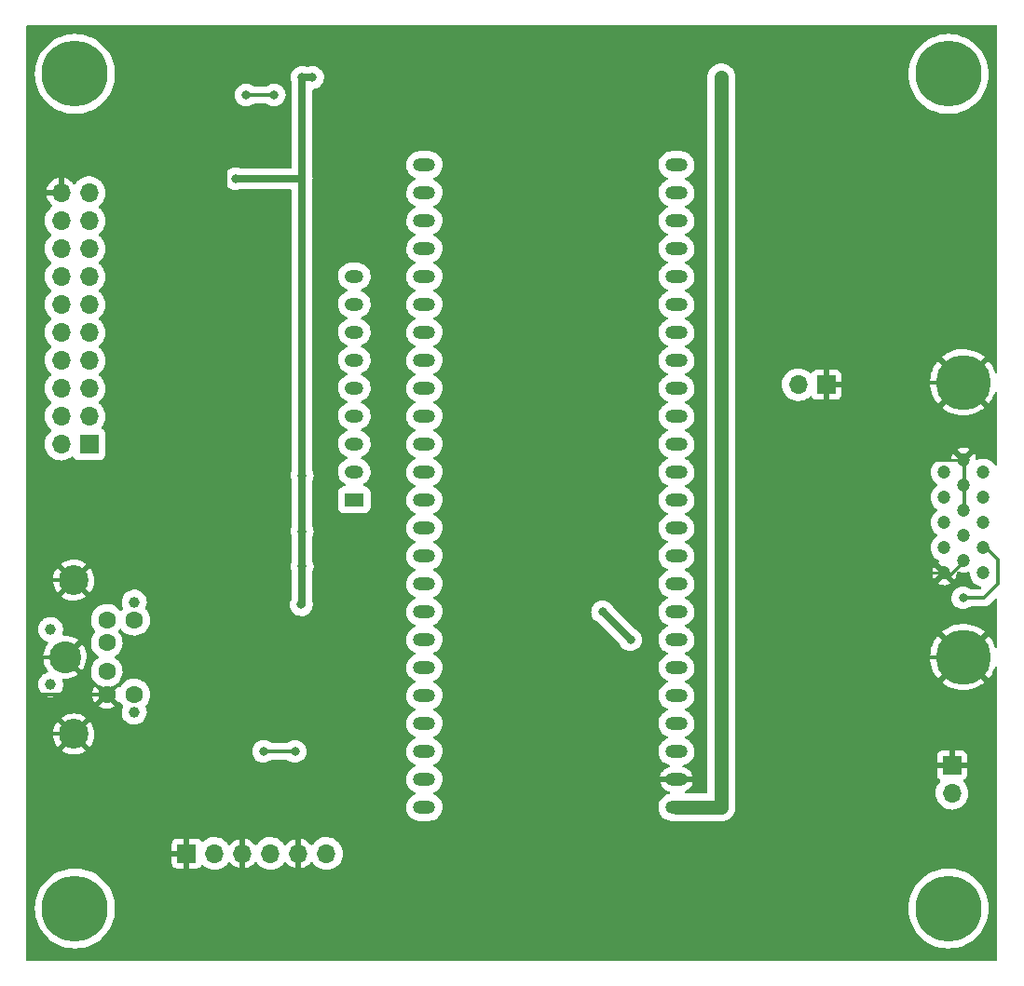
<source format=gbr>
%TF.GenerationSoftware,KiCad,Pcbnew,(6.0.0)*%
%TF.CreationDate,2022-07-26T05:52:08-04:00*%
%TF.ProjectId,TRS-80-M3-KEY,5452532d-3830-42d4-9d33-2d4b45592e6b,rev?*%
%TF.SameCoordinates,Original*%
%TF.FileFunction,Copper,L2,Bot*%
%TF.FilePolarity,Positive*%
%FSLAX46Y46*%
G04 Gerber Fmt 4.6, Leading zero omitted, Abs format (unit mm)*
G04 Created by KiCad (PCBNEW (6.0.0)) date 2022-07-26 05:52:08*
%MOMM*%
%LPD*%
G01*
G04 APERTURE LIST*
%TA.AperFunction,ComponentPad*%
%ADD10C,0.800000*%
%TD*%
%TA.AperFunction,ComponentPad*%
%ADD11C,6.000000*%
%TD*%
%TA.AperFunction,ComponentPad*%
%ADD12C,5.001260*%
%TD*%
%TA.AperFunction,ComponentPad*%
%ADD13C,1.198880*%
%TD*%
%TA.AperFunction,ComponentPad*%
%ADD14R,1.700000X1.700000*%
%TD*%
%TA.AperFunction,ComponentPad*%
%ADD15O,1.700000X1.700000*%
%TD*%
%TA.AperFunction,ComponentPad*%
%ADD16C,2.700000*%
%TD*%
%TA.AperFunction,ComponentPad*%
%ADD17C,2.899999*%
%TD*%
%TA.AperFunction,ComponentPad*%
%ADD18C,1.600000*%
%TD*%
%TA.AperFunction,ComponentPad*%
%ADD19C,1.000000*%
%TD*%
%TA.AperFunction,ComponentPad*%
%ADD20R,1.700000X1.200000*%
%TD*%
%TA.AperFunction,ComponentPad*%
%ADD21O,1.700000X1.200000*%
%TD*%
%TA.AperFunction,ComponentPad*%
%ADD22O,2.000000X1.200000*%
%TD*%
%TA.AperFunction,ViaPad*%
%ADD23C,0.800000*%
%TD*%
%TA.AperFunction,Conductor*%
%ADD24C,0.304800*%
%TD*%
%TA.AperFunction,Conductor*%
%ADD25C,0.635000*%
%TD*%
%TA.AperFunction,Conductor*%
%ADD26C,0.250000*%
%TD*%
%TA.AperFunction,Conductor*%
%ADD27C,1.270000*%
%TD*%
G04 APERTURE END LIST*
D10*
%TO.P,H3,1*%
%TO.N,N/C*%
X172375000Y-124777500D03*
X174625000Y-122527500D03*
D11*
X174625000Y-124777500D03*
D10*
X173034010Y-123186510D03*
X173034010Y-126368490D03*
X176215990Y-123186510D03*
X176215990Y-126368490D03*
X176875000Y-124777500D03*
X174625000Y-127027500D03*
%TD*%
D12*
%TO.P,J4,0,Case*%
%TO.N,GND*%
X175963580Y-101917500D03*
X175963580Y-76928980D03*
D13*
%TO.P,J4,1*%
%TO.N,Net-(J4-Pad1)*%
X174244600Y-85112860D03*
%TO.P,J4,2*%
%TO.N,Net-(J4-Pad2)*%
X174244600Y-87403940D03*
%TO.P,J4,3*%
%TO.N,Net-(J4-Pad3)*%
X174244600Y-89689940D03*
%TO.P,J4,4*%
%TO.N,unconnected-(J4-Pad4)*%
X174244600Y-91983560D03*
%TO.P,J4,5*%
%TO.N,GND*%
X174244600Y-94272100D03*
%TO.P,J4,6*%
X176009300Y-83967320D03*
%TO.P,J4,7*%
X176009300Y-86260940D03*
%TO.P,J4,8*%
X176009300Y-88559640D03*
%TO.P,J4,9*%
%TO.N,unconnected-(J4-Pad9)*%
X176009300Y-90858340D03*
%TO.P,J4,10*%
%TO.N,GND*%
X176009300Y-93131640D03*
%TO.P,J4,11*%
%TO.N,unconnected-(J4-Pad11)*%
X177800600Y-85112860D03*
%TO.P,J4,12*%
%TO.N,unconnected-(J4-Pad12)*%
X177800600Y-87403940D03*
%TO.P,J4,13*%
%TO.N,Net-(J4-Pad13)*%
X177800600Y-89692480D03*
%TO.P,J4,14*%
%TO.N,Net-(J4-Pad14)*%
X177800600Y-91983560D03*
%TO.P,J4,15*%
%TO.N,unconnected-(J4-Pad15)*%
X177800600Y-94274640D03*
%TD*%
D14*
%TO.P,J6,1,Pin_1*%
%TO.N,GND*%
X174942500Y-111755000D03*
D15*
%TO.P,J6,2,Pin_2*%
%TO.N,+5V*%
X174942500Y-114295000D03*
%TD*%
D14*
%TO.P,J1,1,Pin_1*%
%TO.N,A0*%
X96525000Y-82545000D03*
D15*
%TO.P,J1,2,Pin_2*%
%TO.N,A1*%
X93985000Y-82545000D03*
%TO.P,J1,3,Pin_3*%
%TO.N,A2*%
X96525000Y-80005000D03*
%TO.P,J1,4,Pin_4*%
%TO.N,A3*%
X93985000Y-80005000D03*
%TO.P,J1,5,Pin_5*%
%TO.N,A4*%
X96525000Y-77465000D03*
%TO.P,J1,6,Pin_6*%
%TO.N,A5*%
X93985000Y-77465000D03*
%TO.P,J1,7,Pin_7*%
%TO.N,A6*%
X96525000Y-74925000D03*
%TO.P,J1,8,Pin_8*%
%TO.N,A7*%
X93985000Y-74925000D03*
%TO.P,J1,9,Pin_9*%
%TO.N,D0*%
X96525000Y-72385000D03*
%TO.P,J1,10,Pin_10*%
%TO.N,D1*%
X93985000Y-72385000D03*
%TO.P,J1,11,Pin_11*%
%TO.N,D2*%
X96525000Y-69845000D03*
%TO.P,J1,12,Pin_12*%
%TO.N,D3*%
X93985000Y-69845000D03*
%TO.P,J1,13,Pin_13*%
%TO.N,D4*%
X96525000Y-67305000D03*
%TO.P,J1,14,Pin_14*%
%TO.N,D5*%
X93985000Y-67305000D03*
%TO.P,J1,15,Pin_15*%
%TO.N,D6*%
X96525000Y-64765000D03*
%TO.P,J1,16,Pin_16*%
%TO.N,D7*%
X93985000Y-64765000D03*
%TO.P,J1,17,Pin_17*%
%TO.N,unconnected-(J1-Pad17)*%
X96525000Y-62225000D03*
%TO.P,J1,18,Pin_18*%
%TO.N,unconnected-(J1-Pad18)*%
X93985000Y-62225000D03*
%TO.P,J1,19,Pin_19*%
%TO.N,RST_N*%
X96525000Y-59685000D03*
%TO.P,J1,20,Pin_20*%
%TO.N,GND*%
X93985000Y-59685000D03*
%TD*%
D16*
%TO.P,J3,0*%
%TO.N,GND*%
X95135000Y-94917500D03*
D17*
X94335000Y-101917500D03*
D16*
X95135000Y-108917500D03*
D18*
%TO.P,J3,1*%
%TO.N,PS2_DTA*%
X98135000Y-103217500D03*
%TO.P,J3,2*%
%TO.N,unconnected-(J3-Pad2)*%
X98135000Y-100617500D03*
%TO.P,J3,3*%
%TO.N,GND*%
X98135000Y-105317500D03*
%TO.P,J3,4*%
%TO.N,+5V*%
X98135000Y-98517500D03*
%TO.P,J3,5*%
%TO.N,PS2_CLK*%
X100635000Y-105317500D03*
%TO.P,J3,6*%
%TO.N,unconnected-(J3-Pad6)*%
X100635000Y-98517500D03*
D19*
%TO.P,J3,M1*%
%TO.N,N/C*%
X93035000Y-104417500D03*
%TO.P,J3,M2*%
X93035000Y-99417500D03*
%TO.P,J3,M3*%
X100635000Y-106917500D03*
%TO.P,J3,M4*%
X100635000Y-96917500D03*
%TD*%
D20*
%TO.P,RP1,1,Pin_1*%
%TO.N,+3V3*%
X120624600Y-87604600D03*
D21*
%TO.P,RP1,2,Pin_2*%
%TO.N,A0*%
X120624600Y-85064600D03*
%TO.P,RP1,3,Pin_3*%
%TO.N,A1*%
X120624600Y-82524600D03*
%TO.P,RP1,4,Pin_4*%
%TO.N,A2*%
X120624600Y-79984600D03*
%TO.P,RP1,5,Pin_5*%
%TO.N,A3*%
X120624600Y-77444600D03*
%TO.P,RP1,6,Pin_6*%
%TO.N,A4*%
X120624600Y-74904600D03*
%TO.P,RP1,7,Pin_7*%
%TO.N,A5*%
X120624600Y-72364600D03*
%TO.P,RP1,8,Pin_8*%
%TO.N,A6*%
X120624600Y-69824600D03*
%TO.P,RP1,9,Pin_9*%
%TO.N,A7*%
X120624600Y-67284600D03*
%TD*%
D10*
%TO.P,H1,1*%
%TO.N,N/C*%
X97500000Y-48895000D03*
X96840990Y-50485990D03*
X95250000Y-46645000D03*
X93659010Y-50485990D03*
X93000000Y-48895000D03*
X93659010Y-47304010D03*
X96840990Y-47304010D03*
X95250000Y-51145000D03*
D11*
X95250000Y-48895000D03*
%TD*%
D14*
%TO.P,J2,1,Pin_1*%
%TO.N,GND*%
X105410000Y-119767500D03*
D15*
%TO.P,J2,2,Pin_2*%
%TO.N,VIDEO*%
X107950000Y-119767500D03*
%TO.P,J2,3,Pin_3*%
%TO.N,GND*%
X110490000Y-119767500D03*
%TO.P,J2,4,Pin_4*%
%TO.N,VSYNC*%
X113030000Y-119767500D03*
%TO.P,J2,5,Pin_5*%
%TO.N,GND*%
X115570000Y-119767500D03*
%TO.P,J2,6,Pin_6*%
%TO.N,HSYNC*%
X118110000Y-119767500D03*
%TD*%
D10*
%TO.P,H2,1*%
%TO.N,N/C*%
X96840990Y-126368490D03*
D11*
X95250000Y-124777500D03*
D10*
X95250000Y-127027500D03*
X96840990Y-123186510D03*
X95250000Y-122527500D03*
X97500000Y-124777500D03*
X93000000Y-124777500D03*
X93659010Y-126368490D03*
X93659010Y-123186510D03*
%TD*%
%TO.P,H4,1*%
%TO.N,N/C*%
X173034010Y-50485990D03*
X176215990Y-47304010D03*
X173034010Y-47304010D03*
X174625000Y-46645000D03*
D11*
X174625000Y-48895000D03*
D10*
X172375000Y-48895000D03*
X174625000Y-51145000D03*
X176875000Y-48895000D03*
X176215990Y-50485990D03*
%TD*%
D14*
%TO.P,J5,1,Pin_1*%
%TO.N,GND*%
X163517500Y-77152500D03*
D15*
%TO.P,J5,2,Pin_2*%
%TO.N,Net-(J5-Pad2)*%
X160977500Y-77152500D03*
%TD*%
D22*
%TO.P,U1,1,Pad_38*%
%TO.N,unconnected-(U1-Pad1)*%
X127000000Y-57150000D03*
%TO.P,U1,2,Pad_37*%
%TO.N,unconnected-(U1-Pad2)*%
X127000000Y-59690000D03*
%TO.P,U1,3,Pad_36*%
%TO.N,unconnected-(U1-Pad3)*%
X127000000Y-62230000D03*
%TO.P,U1,4,Pad_39*%
%TO.N,unconnected-(U1-Pad4)*%
X127000000Y-64770000D03*
%TO.P,U1,5,Pad_25*%
%TO.N,A7*%
X127000000Y-67310000D03*
%TO.P,U1,6,Pad_26*%
%TO.N,A6*%
X127000000Y-69850000D03*
%TO.P,U1,7,Pad_27*%
%TO.N,A5*%
X127000000Y-72390000D03*
%TO.P,U1,8,Pad_28*%
%TO.N,A4*%
X127000000Y-74930000D03*
%TO.P,U1,9,Pad_29*%
%TO.N,A3*%
X127000000Y-77470000D03*
%TO.P,U1,10,Pad_30*%
%TO.N,A2*%
X127000000Y-80010000D03*
%TO.P,U1,11,Pad_33*%
%TO.N,A1*%
X127000000Y-82550000D03*
%TO.P,U1,12,Pad_34*%
%TO.N,A0*%
X127000000Y-85090000D03*
%TO.P,U1,13,Pad_40*%
%TO.N,unconnected-(U1-Pad13)*%
X127000000Y-87630000D03*
%TO.P,U1,14,Pad_35*%
%TO.N,unconnected-(U1-Pad14)*%
X127000000Y-90170000D03*
%TO.P,U1,15,Pad_41*%
%TO.N,unconnected-(U1-Pad15)*%
X127000000Y-92710000D03*
%TO.P,U1,16,Pad_42*%
%TO.N,unconnected-(U1-Pad16)*%
X127000000Y-95250000D03*
%TO.P,U1,17,Pad_51*%
%TO.N,PS2_DTA*%
X127000000Y-97790000D03*
%TO.P,U1,18,Pad_53*%
%TO.N,PS2_CLK*%
X127000000Y-100330000D03*
%TO.P,U1,19,Pad_54*%
%TO.N,RST_NX*%
X127000000Y-102870000D03*
%TO.P,U1,20,Pad_55*%
%TO.N,VSYNCX*%
X127000000Y-105410000D03*
%TO.P,U1,21,Pad_56*%
%TO.N,HSYNCX*%
X127000000Y-107950000D03*
%TO.P,U1,22,Pad_57*%
%TO.N,VIDEOX*%
X127000000Y-110490000D03*
%TO.P,U1,23,Pad_68*%
%TO.N,VGA_VSYNC*%
X127000000Y-113030000D03*
%TO.P,U1,24,Pad_69*%
%TO.N,VGA_HSYNC*%
X127000000Y-115570000D03*
%TO.P,U1,25,3V3*%
%TO.N,+3V3*%
X149900000Y-115570000D03*
%TO.P,U1,26,GND*%
%TO.N,GND*%
X149900000Y-113030000D03*
%TO.P,U1,27,Pad_32*%
%TO.N,unconnected-(U1-Pad27)*%
X149900000Y-110490000D03*
%TO.P,U1,28,Pad_31*%
%TO.N,HSYNC_O*%
X149900000Y-107950000D03*
%TO.P,U1,29,Pad_49*%
%TO.N,VSYNC_O*%
X149900000Y-105410000D03*
%TO.P,U1,30,Pad_48*%
%TO.N,VIDEO_O*%
X149900000Y-102870000D03*
%TO.P,U1,31,5V*%
%TO.N,+5V*%
X149900000Y-100330000D03*
%TO.P,U1,32,Pad_70*%
%TO.N,unconnected-(U1-Pad32)*%
X149900000Y-97790000D03*
%TO.P,U1,33,Pad_71*%
%TO.N,VGA_BLUE*%
X149900000Y-95250000D03*
%TO.P,U1,34,Pad_72*%
%TO.N,unconnected-(U1-Pad34)*%
X149900000Y-92710000D03*
%TO.P,U1,35,Pad_73*%
%TO.N,VGA_GREEN*%
X149900000Y-90170000D03*
%TO.P,U1,36,Pad_74*%
%TO.N,unconnected-(U1-Pad36)*%
X149900000Y-87630000D03*
%TO.P,U1,37,Pad_75*%
%TO.N,VGA_RED*%
X149900000Y-85090000D03*
%TO.P,U1,38,Pad_76*%
%TO.N,Net-(J5-Pad2)*%
X149900000Y-82550000D03*
%TO.P,U1,39,Pad_77*%
%TO.N,DEN_N*%
X149900000Y-80010000D03*
%TO.P,U1,40,Pad_79*%
%TO.N,DD0*%
X149900000Y-77470000D03*
%TO.P,U1,41,Pad_80*%
%TO.N,DD1*%
X149900000Y-74930000D03*
%TO.P,U1,42,Pad_81*%
%TO.N,DD2*%
X149900000Y-72390000D03*
%TO.P,U1,43,Pad_82*%
%TO.N,DD3*%
X149900000Y-69850000D03*
%TO.P,U1,44,Pad_83*%
%TO.N,DD4*%
X149900000Y-67310000D03*
%TO.P,U1,45,Pad_84*%
%TO.N,DD5*%
X149900000Y-64770000D03*
%TO.P,U1,46,Pad_85*%
%TO.N,DD6*%
X149900000Y-62230000D03*
%TO.P,U1,47,Pad_86*%
%TO.N,DD7*%
X149900000Y-59690000D03*
%TO.P,U1,48,Pad_63*%
%TO.N,RST*%
X149900000Y-57150000D03*
%TD*%
D23*
%TO.N,+5V*%
X143192500Y-97790000D03*
X145732500Y-100330000D03*
%TO.N,GND*%
X108902500Y-67627500D03*
X162560000Y-58102500D03*
X167640000Y-55880000D03*
X108902500Y-107950000D03*
X108585000Y-55880000D03*
X108902500Y-48895000D03*
X167640000Y-69215000D03*
X118110000Y-105410000D03*
X108902500Y-100330000D03*
%TO.N,+3V3*%
X115887500Y-90487500D03*
X115887500Y-85407500D03*
X116840000Y-49212500D03*
X109855000Y-58420000D03*
X115887500Y-49212500D03*
X115887500Y-93662500D03*
X153987500Y-50165000D03*
X153987500Y-49212500D03*
X153987500Y-64770000D03*
X115822500Y-97155000D03*
%TO.N,Net-(J4-Pad14)*%
X175942500Y-96520000D03*
%TO.N,RST*%
X110807500Y-50800000D03*
X113347500Y-50800000D03*
%TO.N,VIDEOX*%
X115252500Y-110490000D03*
X112395000Y-110490000D03*
%TD*%
D24*
%TO.N,GND*%
X98113079Y-105339421D02*
X91686921Y-105339421D01*
X91686921Y-105339421D02*
X91440000Y-105092500D01*
X91440000Y-105092500D02*
X91440000Y-104775000D01*
X91440000Y-108902500D02*
X91440000Y-105092500D01*
X95135000Y-108917500D02*
X91455000Y-108917500D01*
X91455000Y-108917500D02*
X91440000Y-108902500D01*
X91440000Y-119062500D02*
X91440000Y-108902500D01*
X94335000Y-101917500D02*
X91440000Y-101917500D01*
X91440000Y-101917500D02*
X91440000Y-101282500D01*
X91440000Y-104775000D02*
X91440000Y-101917500D01*
X91455000Y-94917500D02*
X91440000Y-94932500D01*
X95135000Y-94917500D02*
X91455000Y-94917500D01*
X91440000Y-97790000D02*
X91440000Y-94932500D01*
D25*
%TO.N,+5V*%
X145732500Y-100330000D02*
X143192500Y-97790000D01*
D24*
%TO.N,GND*%
X108902500Y-46037500D02*
X100012500Y-46037500D01*
X115570000Y-127000000D02*
X110490000Y-127000000D01*
D26*
X174244600Y-94272100D02*
X171475400Y-94272100D01*
D24*
X93985000Y-54297500D02*
X93985000Y-59685000D01*
X171450000Y-83820000D02*
X171450000Y-94297500D01*
X167640000Y-69215000D02*
X171450000Y-69215000D01*
X110490000Y-119767500D02*
X110490000Y-127000000D01*
X174916340Y-94383860D02*
X176056800Y-93243400D01*
X108902500Y-67627500D02*
X108902500Y-100330000D01*
X167640000Y-55880000D02*
X171450000Y-55880000D01*
X170180000Y-120967500D02*
X170180000Y-127000000D01*
X108902500Y-48895000D02*
X108902500Y-55880000D01*
D26*
X171597320Y-83967320D02*
X171450000Y-83820000D01*
D24*
X170180000Y-127000000D02*
X146050000Y-127000000D01*
X171450000Y-77152500D02*
X171450000Y-76835000D01*
X108902500Y-100330000D02*
X108902500Y-105410000D01*
X171450000Y-55880000D02*
X171450000Y-58102500D01*
X110490000Y-127000000D02*
X105410000Y-127000000D01*
X163517500Y-77152500D02*
X171450000Y-77152500D01*
X91455000Y-104790000D02*
X91440000Y-104775000D01*
X174942500Y-111755000D02*
X171455000Y-111755000D01*
X108902500Y-55880000D02*
X108902500Y-67627500D01*
X91440000Y-101282500D02*
X91440000Y-97790000D01*
X171450000Y-94297500D02*
X171450000Y-101917500D01*
D26*
X171543980Y-76928980D02*
X171450000Y-76835000D01*
D24*
X105410000Y-119767500D02*
X105410000Y-127000000D01*
X171450000Y-76835000D02*
X171450000Y-69215000D01*
X176056800Y-88671400D02*
X176056800Y-84079080D01*
X146050000Y-113030000D02*
X146050000Y-127000000D01*
X175963580Y-101917500D02*
X171450000Y-101917500D01*
X175963580Y-76928980D02*
X171543980Y-76928980D01*
X162560000Y-58102500D02*
X171450000Y-58102500D01*
D26*
X176009300Y-83967320D02*
X171597320Y-83967320D01*
D24*
X170180000Y-53022500D02*
X170180000Y-46037500D01*
X108902500Y-46037500D02*
X108902500Y-48895000D01*
X171450000Y-77152500D02*
X171450000Y-83820000D01*
X171450000Y-69215000D02*
X171450000Y-58102500D01*
X100012500Y-46037500D02*
X100012500Y-54292500D01*
X170180000Y-46037500D02*
X108902500Y-46037500D01*
X171450000Y-111760000D02*
X171450000Y-120967500D01*
X93980000Y-54292500D02*
X93985000Y-54297500D01*
X149900000Y-113030000D02*
X146050000Y-113030000D01*
X146050000Y-127000000D02*
X115570000Y-127000000D01*
X171450000Y-101917500D02*
X171450000Y-111760000D01*
X100012500Y-119062500D02*
X91440000Y-119062500D01*
X174292100Y-94383860D02*
X174916340Y-94383860D01*
X115570000Y-119767500D02*
X115570000Y-127000000D01*
X100012500Y-127000000D02*
X100012500Y-119062500D01*
X100012500Y-54292500D02*
X93980000Y-54292500D01*
D26*
X171475400Y-94272100D02*
X171450000Y-94297500D01*
D24*
X171450000Y-120967500D02*
X170180000Y-120967500D01*
X105410000Y-127000000D02*
X100012500Y-127000000D01*
X171455000Y-111755000D02*
X171450000Y-111760000D01*
X118110000Y-105410000D02*
X108902500Y-105410000D01*
X171450000Y-53022500D02*
X170180000Y-53022500D01*
X108902500Y-55880000D02*
X108585000Y-55880000D01*
X171450000Y-55880000D02*
X171450000Y-53022500D01*
X108902500Y-105410000D02*
X108902500Y-107950000D01*
D25*
%TO.N,+3V3*%
X109855000Y-58420000D02*
X115887500Y-58420000D01*
X115887500Y-97090000D02*
X115822500Y-97155000D01*
D27*
X153987500Y-64770000D02*
X153987500Y-49212500D01*
D25*
X115887500Y-85407500D02*
X115887500Y-58420000D01*
X115887500Y-58420000D02*
X115887500Y-49212500D01*
X115887500Y-49212500D02*
X116840000Y-49212500D01*
X115887500Y-85407500D02*
X115887500Y-97090000D01*
D27*
X153987500Y-115570000D02*
X153987500Y-64770000D01*
X149900005Y-115570000D02*
X153987500Y-115570000D01*
D24*
%TO.N,Net-(J4-Pad14)*%
X177847500Y-96520000D02*
X179117500Y-95250000D01*
X175942500Y-96520000D02*
X177847500Y-96520000D01*
X179117500Y-93037360D02*
X178175460Y-92095320D01*
X179117500Y-95250000D02*
X179117500Y-93037360D01*
%TO.N,RST*%
X110807500Y-50800000D02*
X113347500Y-50800000D01*
%TO.N,VIDEOX*%
X112395000Y-110490000D02*
X115252500Y-110490000D01*
%TD*%
%TA.AperFunction,Conductor*%
%TO.N,GND*%
G36*
X179012121Y-44470002D02*
G01*
X179058614Y-44523658D01*
X179070000Y-44576000D01*
X179070000Y-75953518D01*
X179049998Y-76021639D01*
X178996342Y-76068132D01*
X178926068Y-76078236D01*
X178861488Y-76048742D01*
X178823189Y-75989304D01*
X178800172Y-75911602D01*
X178797716Y-75904777D01*
X178664435Y-75592304D01*
X178661214Y-75585816D01*
X178492903Y-75290737D01*
X178488962Y-75284667D01*
X178287844Y-75010878D01*
X178283232Y-75005303D01*
X178277854Y-74999516D01*
X178264204Y-74991400D01*
X178263595Y-74991421D01*
X178255117Y-74996653D01*
X176335602Y-76916168D01*
X176327988Y-76930112D01*
X176328119Y-76931945D01*
X176332370Y-76938560D01*
X178250294Y-78856484D01*
X178263648Y-78863776D01*
X178273620Y-78856722D01*
X178380732Y-78728617D01*
X178385042Y-78722814D01*
X178571559Y-78438870D01*
X178575173Y-78432608D01*
X178727817Y-78129112D01*
X178730689Y-78122474D01*
X178825674Y-77862916D01*
X178867868Y-77805818D01*
X178934234Y-77780596D01*
X179003700Y-77795258D01*
X179054212Y-77845149D01*
X179070000Y-77906217D01*
X179070000Y-84373080D01*
X179049998Y-84441201D01*
X178996342Y-84487694D01*
X178926068Y-84497798D01*
X178861488Y-84468304D01*
X178840787Y-84445351D01*
X178750232Y-84316024D01*
X178597436Y-84163228D01*
X178592928Y-84160071D01*
X178592925Y-84160069D01*
X178478984Y-84080287D01*
X178420429Y-84039286D01*
X178415447Y-84036963D01*
X178415442Y-84036960D01*
X178229570Y-83950286D01*
X178229568Y-83950285D01*
X178224588Y-83947963D01*
X178219280Y-83946541D01*
X178219278Y-83946540D01*
X178021179Y-83893460D01*
X178021177Y-83893460D01*
X178015864Y-83892036D01*
X177800600Y-83873203D01*
X177585336Y-83892036D01*
X177580023Y-83893460D01*
X177580021Y-83893460D01*
X177531747Y-83906395D01*
X177376612Y-83947963D01*
X177292594Y-83987142D01*
X177222402Y-83997804D01*
X177157589Y-83968825D01*
X177118733Y-83909405D01*
X177113872Y-83884478D01*
X177103389Y-83770397D01*
X177101291Y-83759077D01*
X177049182Y-83574313D01*
X177045057Y-83563566D01*
X176961019Y-83393152D01*
X176953767Y-83387710D01*
X176941351Y-83394480D01*
X176368510Y-83967320D01*
X176098395Y-84237436D01*
X176036083Y-84271461D01*
X175965267Y-84266396D01*
X175920205Y-84237435D01*
X175650090Y-83967320D01*
X175078257Y-83395488D01*
X175065877Y-83388728D01*
X175059911Y-83393194D01*
X174984465Y-83536596D01*
X174980064Y-83547220D01*
X174923133Y-83730567D01*
X174920741Y-83741821D01*
X174904907Y-83875597D01*
X174877036Y-83940895D01*
X174818288Y-83980759D01*
X174747313Y-83982532D01*
X174726530Y-83974982D01*
X174673570Y-83950286D01*
X174673568Y-83950285D01*
X174668588Y-83947963D01*
X174663280Y-83946541D01*
X174663278Y-83946540D01*
X174465179Y-83893460D01*
X174465177Y-83893460D01*
X174459864Y-83892036D01*
X174244600Y-83873203D01*
X174029336Y-83892036D01*
X174024023Y-83893460D01*
X174024021Y-83893460D01*
X173975747Y-83906395D01*
X173820612Y-83947963D01*
X173815624Y-83950289D01*
X173643616Y-84030499D01*
X173624772Y-84039286D01*
X173447764Y-84163228D01*
X173294968Y-84316024D01*
X173171026Y-84493032D01*
X173079703Y-84688872D01*
X173023776Y-84897596D01*
X173004943Y-85112860D01*
X173023776Y-85328124D01*
X173079703Y-85536848D01*
X173171026Y-85732688D01*
X173294968Y-85909696D01*
X173447764Y-86062492D01*
X173452272Y-86065649D01*
X173452275Y-86065651D01*
X173580147Y-86155188D01*
X173624475Y-86210645D01*
X173631784Y-86281265D01*
X173599753Y-86344625D01*
X173580150Y-86361611D01*
X173447764Y-86454308D01*
X173294968Y-86607104D01*
X173171026Y-86784112D01*
X173079703Y-86979952D01*
X173023776Y-87188676D01*
X173004943Y-87403940D01*
X173023776Y-87619204D01*
X173079703Y-87827928D01*
X173171026Y-88023768D01*
X173294968Y-88200776D01*
X173447764Y-88353572D01*
X173452272Y-88356729D01*
X173452275Y-88356731D01*
X173576519Y-88443728D01*
X173620847Y-88499185D01*
X173628156Y-88569805D01*
X173596125Y-88633165D01*
X173576520Y-88650153D01*
X173447764Y-88740308D01*
X173294968Y-88893104D01*
X173171026Y-89070112D01*
X173079703Y-89265952D01*
X173023776Y-89474676D01*
X173004943Y-89689940D01*
X173023776Y-89905204D01*
X173079703Y-90113928D01*
X173171026Y-90309768D01*
X173294968Y-90486776D01*
X173447764Y-90639572D01*
X173452272Y-90642729D01*
X173452275Y-90642731D01*
X173581960Y-90733538D01*
X173626288Y-90788996D01*
X173633597Y-90859615D01*
X173601566Y-90922975D01*
X173581960Y-90939964D01*
X173447764Y-91033928D01*
X173294968Y-91186724D01*
X173171026Y-91363732D01*
X173079703Y-91559572D01*
X173023776Y-91768296D01*
X173004943Y-91983560D01*
X173023776Y-92198824D01*
X173079703Y-92407548D01*
X173171026Y-92603388D01*
X173294968Y-92780396D01*
X173447764Y-92933192D01*
X173452272Y-92936349D01*
X173452275Y-92936351D01*
X173505008Y-92973275D01*
X173624771Y-93057134D01*
X173629752Y-93059457D01*
X173629763Y-93059463D01*
X173686865Y-93086090D01*
X173740150Y-93133007D01*
X173759610Y-93201285D01*
X173739068Y-93269244D01*
X173698036Y-93308570D01*
X173677393Y-93320851D01*
X173667796Y-93331183D01*
X173671283Y-93339572D01*
X174244600Y-93912890D01*
X175174424Y-94842713D01*
X175186803Y-94849472D01*
X175193383Y-94844546D01*
X175257807Y-94729509D01*
X175262489Y-94718994D01*
X175324198Y-94537203D01*
X175326883Y-94526020D01*
X175354727Y-94333981D01*
X175355357Y-94326598D01*
X175356687Y-94275804D01*
X175356445Y-94268411D01*
X175355557Y-94258753D01*
X175369240Y-94189088D01*
X175418415Y-94137879D01*
X175487470Y-94121386D01*
X175530766Y-94131454D01*
X175660300Y-94187107D01*
X175671252Y-94190665D01*
X175858494Y-94233034D01*
X175869904Y-94234536D01*
X176061739Y-94242073D01*
X176073221Y-94241471D01*
X176263220Y-94213923D01*
X176274403Y-94211238D01*
X176395262Y-94170212D01*
X176466197Y-94167256D01*
X176527470Y-94203120D01*
X176559626Y-94266416D01*
X176561284Y-94278543D01*
X176566464Y-94337747D01*
X176579776Y-94489904D01*
X176635703Y-94698628D01*
X176727026Y-94894468D01*
X176850968Y-95071476D01*
X177003764Y-95224272D01*
X177008272Y-95227429D01*
X177008275Y-95227431D01*
X177081830Y-95278934D01*
X177180771Y-95348214D01*
X177185753Y-95350537D01*
X177185758Y-95350540D01*
X177370468Y-95436672D01*
X177376612Y-95439537D01*
X177381920Y-95440959D01*
X177381922Y-95440960D01*
X177510534Y-95475421D01*
X177571157Y-95512373D01*
X177602178Y-95576233D01*
X177593750Y-95646728D01*
X177567018Y-95686223D01*
X177558046Y-95695195D01*
X177495734Y-95729221D01*
X177468951Y-95732100D01*
X176660033Y-95732100D01*
X176591912Y-95712098D01*
X176579717Y-95703185D01*
X176529090Y-95661303D01*
X176524346Y-95657378D01*
X176345714Y-95560792D01*
X176189298Y-95512373D01*
X176157611Y-95502564D01*
X176157608Y-95502563D01*
X176151724Y-95500742D01*
X176145599Y-95500098D01*
X176145598Y-95500098D01*
X175955892Y-95480159D01*
X175955891Y-95480159D01*
X175949764Y-95479515D01*
X175865317Y-95487200D01*
X175753667Y-95497361D01*
X175753664Y-95497362D01*
X175747528Y-95497920D01*
X175741622Y-95499658D01*
X175741618Y-95499659D01*
X175695356Y-95513275D01*
X175552718Y-95555256D01*
X175372755Y-95649338D01*
X175367955Y-95653198D01*
X175367954Y-95653198D01*
X175329384Y-95684209D01*
X175214493Y-95776584D01*
X175083961Y-95932146D01*
X175080997Y-95937538D01*
X175080994Y-95937542D01*
X175027067Y-96035635D01*
X174986130Y-96110100D01*
X174924728Y-96303666D01*
X174924042Y-96309785D01*
X174924041Y-96309788D01*
X174912793Y-96410066D01*
X174902091Y-96505472D01*
X174904408Y-96533064D01*
X174917393Y-96687691D01*
X174919084Y-96707832D01*
X174975058Y-96903037D01*
X174977876Y-96908519D01*
X174977877Y-96908523D01*
X175065062Y-97078167D01*
X175065065Y-97078171D01*
X175067882Y-97083653D01*
X175194020Y-97242799D01*
X175198714Y-97246793D01*
X175198714Y-97246794D01*
X175301899Y-97334611D01*
X175348667Y-97374414D01*
X175525933Y-97473485D01*
X175719066Y-97536237D01*
X175920709Y-97560282D01*
X175926844Y-97559810D01*
X175926846Y-97559810D01*
X176117041Y-97545175D01*
X176117045Y-97545174D01*
X176123183Y-97544702D01*
X176318774Y-97490092D01*
X176324278Y-97487312D01*
X176324280Y-97487311D01*
X176494532Y-97401311D01*
X176494534Y-97401310D01*
X176500033Y-97398532D01*
X176504888Y-97394739D01*
X176504894Y-97394735D01*
X176581849Y-97334611D01*
X176647843Y-97308433D01*
X176659422Y-97307900D01*
X177838550Y-97307900D01*
X177839870Y-97307907D01*
X177927626Y-97308826D01*
X177944748Y-97305124D01*
X177968758Y-97299933D01*
X177981340Y-97297872D01*
X178016165Y-97293966D01*
X178016167Y-97293966D01*
X178023162Y-97293181D01*
X178029813Y-97290865D01*
X178053840Y-97282498D01*
X178068646Y-97278336D01*
X178093510Y-97272960D01*
X178100397Y-97271471D01*
X178106782Y-97268494D01*
X178106787Y-97268492D01*
X178138537Y-97253687D01*
X178150348Y-97248891D01*
X178183441Y-97237367D01*
X178183450Y-97237363D01*
X178190094Y-97235049D01*
X178217648Y-97217831D01*
X178231147Y-97210502D01*
X178260600Y-97196768D01*
X178266166Y-97192451D01*
X178266172Y-97192447D01*
X178293855Y-97170974D01*
X178304310Y-97163680D01*
X178334026Y-97145112D01*
X178334030Y-97145109D01*
X178339999Y-97141379D01*
X178344996Y-97136417D01*
X178345002Y-97136412D01*
X178368070Y-97113504D01*
X178368681Y-97112932D01*
X178369331Y-97112428D01*
X178394801Y-97086958D01*
X178465425Y-97016825D01*
X178466067Y-97015814D01*
X178467129Y-97014630D01*
X178854905Y-96626854D01*
X178917217Y-96592828D01*
X178988032Y-96597893D01*
X179044868Y-96640440D01*
X179069679Y-96706960D01*
X179070000Y-96715949D01*
X179070000Y-100942038D01*
X179049998Y-101010159D01*
X178996342Y-101056652D01*
X178926068Y-101066756D01*
X178861488Y-101037262D01*
X178823189Y-100977824D01*
X178800172Y-100900122D01*
X178797716Y-100893297D01*
X178664435Y-100580824D01*
X178661214Y-100574336D01*
X178492903Y-100279257D01*
X178488962Y-100273187D01*
X178287844Y-99999398D01*
X178283232Y-99993823D01*
X178277854Y-99988036D01*
X178264204Y-99979920D01*
X178263595Y-99979941D01*
X178255117Y-99985173D01*
X176335602Y-101904688D01*
X176327988Y-101918632D01*
X176328119Y-101920465D01*
X176332370Y-101927080D01*
X178250294Y-103845004D01*
X178263648Y-103852296D01*
X178273620Y-103845242D01*
X178380732Y-103717137D01*
X178385042Y-103711334D01*
X178571559Y-103427390D01*
X178575173Y-103421128D01*
X178727817Y-103117632D01*
X178730689Y-103110994D01*
X178825674Y-102851436D01*
X178867868Y-102794338D01*
X178934234Y-102769116D01*
X179003700Y-102783778D01*
X179054212Y-102833669D01*
X179070000Y-102894737D01*
X179070000Y-129414000D01*
X179049998Y-129482121D01*
X178996342Y-129528614D01*
X178944000Y-129540000D01*
X90931000Y-129540000D01*
X90862879Y-129519998D01*
X90816386Y-129466342D01*
X90805000Y-129414000D01*
X90805000Y-124777500D01*
X91609511Y-124777500D01*
X91629454Y-125158035D01*
X91689064Y-125534400D01*
X91787689Y-125902473D01*
X91924248Y-126258220D01*
X92097244Y-126597744D01*
X92304783Y-126917326D01*
X92544589Y-127213463D01*
X92814037Y-127482911D01*
X93110174Y-127722717D01*
X93429755Y-127930256D01*
X93606269Y-128020194D01*
X93766345Y-128101757D01*
X93766352Y-128101760D01*
X93769280Y-128103252D01*
X93772352Y-128104431D01*
X93772356Y-128104433D01*
X93901719Y-128154091D01*
X94125027Y-128239811D01*
X94493100Y-128338436D01*
X94693170Y-128370124D01*
X94866217Y-128397532D01*
X94866225Y-128397533D01*
X94869465Y-128398046D01*
X95250000Y-128417989D01*
X95630535Y-128398046D01*
X95633775Y-128397533D01*
X95633783Y-128397532D01*
X95806830Y-128370124D01*
X96006900Y-128338436D01*
X96374973Y-128239811D01*
X96598281Y-128154091D01*
X96727644Y-128104433D01*
X96727648Y-128104431D01*
X96730720Y-128103252D01*
X96733648Y-128101760D01*
X96733655Y-128101757D01*
X96893731Y-128020194D01*
X97070245Y-127930256D01*
X97389826Y-127722717D01*
X97685963Y-127482911D01*
X97955411Y-127213463D01*
X98195217Y-126917326D01*
X98402756Y-126597744D01*
X98575752Y-126258220D01*
X98712311Y-125902473D01*
X98810936Y-125534400D01*
X98870546Y-125158035D01*
X98890489Y-124777500D01*
X170984511Y-124777500D01*
X171004454Y-125158035D01*
X171064064Y-125534400D01*
X171162689Y-125902473D01*
X171299248Y-126258220D01*
X171472244Y-126597744D01*
X171679783Y-126917326D01*
X171919589Y-127213463D01*
X172189037Y-127482911D01*
X172485174Y-127722717D01*
X172804755Y-127930256D01*
X172981269Y-128020194D01*
X173141345Y-128101757D01*
X173141352Y-128101760D01*
X173144280Y-128103252D01*
X173147352Y-128104431D01*
X173147356Y-128104433D01*
X173276719Y-128154091D01*
X173500027Y-128239811D01*
X173868100Y-128338436D01*
X174068170Y-128370124D01*
X174241217Y-128397532D01*
X174241225Y-128397533D01*
X174244465Y-128398046D01*
X174625000Y-128417989D01*
X175005535Y-128398046D01*
X175008775Y-128397533D01*
X175008783Y-128397532D01*
X175181830Y-128370124D01*
X175381900Y-128338436D01*
X175749973Y-128239811D01*
X175973281Y-128154091D01*
X176102644Y-128104433D01*
X176102648Y-128104431D01*
X176105720Y-128103252D01*
X176108648Y-128101760D01*
X176108655Y-128101757D01*
X176268731Y-128020194D01*
X176445245Y-127930256D01*
X176764826Y-127722717D01*
X177060963Y-127482911D01*
X177330411Y-127213463D01*
X177570217Y-126917326D01*
X177777756Y-126597744D01*
X177950752Y-126258220D01*
X178087311Y-125902473D01*
X178185936Y-125534400D01*
X178245546Y-125158035D01*
X178265489Y-124777500D01*
X178245546Y-124396965D01*
X178185936Y-124020600D01*
X178087311Y-123652527D01*
X177950752Y-123296780D01*
X177777756Y-122957256D01*
X177570217Y-122637674D01*
X177330411Y-122341537D01*
X177060963Y-122072089D01*
X176764826Y-121832283D01*
X176445245Y-121624744D01*
X176268731Y-121534806D01*
X176108655Y-121453243D01*
X176108648Y-121453240D01*
X176105720Y-121451748D01*
X176102648Y-121450569D01*
X176102644Y-121450567D01*
X175973281Y-121400909D01*
X175749973Y-121315189D01*
X175381900Y-121216564D01*
X175181830Y-121184876D01*
X175008783Y-121157468D01*
X175008775Y-121157467D01*
X175005535Y-121156954D01*
X174625000Y-121137011D01*
X174244465Y-121156954D01*
X174241225Y-121157467D01*
X174241217Y-121157468D01*
X174068170Y-121184876D01*
X173868100Y-121216564D01*
X173500027Y-121315189D01*
X173276719Y-121400909D01*
X173147356Y-121450567D01*
X173147352Y-121450569D01*
X173144280Y-121451748D01*
X173141352Y-121453240D01*
X173141345Y-121453243D01*
X172981208Y-121534837D01*
X172804756Y-121624744D01*
X172485174Y-121832283D01*
X172189037Y-122072089D01*
X171919589Y-122341537D01*
X171679783Y-122637674D01*
X171472244Y-122957256D01*
X171299248Y-123296780D01*
X171162689Y-123652527D01*
X171064064Y-124020600D01*
X171004454Y-124396965D01*
X170984511Y-124777500D01*
X98890489Y-124777500D01*
X98870546Y-124396965D01*
X98810936Y-124020600D01*
X98712311Y-123652527D01*
X98575752Y-123296780D01*
X98402756Y-122957256D01*
X98195217Y-122637674D01*
X97955411Y-122341537D01*
X97685963Y-122072089D01*
X97389826Y-121832283D01*
X97070245Y-121624744D01*
X96893731Y-121534806D01*
X96733655Y-121453243D01*
X96733648Y-121453240D01*
X96730720Y-121451748D01*
X96727648Y-121450569D01*
X96727644Y-121450567D01*
X96598281Y-121400909D01*
X96374973Y-121315189D01*
X96006900Y-121216564D01*
X95806830Y-121184876D01*
X95633783Y-121157468D01*
X95633775Y-121157467D01*
X95630535Y-121156954D01*
X95250000Y-121137011D01*
X94869465Y-121156954D01*
X94866225Y-121157467D01*
X94866217Y-121157468D01*
X94693170Y-121184876D01*
X94493100Y-121216564D01*
X94125027Y-121315189D01*
X93901719Y-121400909D01*
X93772356Y-121450567D01*
X93772352Y-121450569D01*
X93769280Y-121451748D01*
X93766352Y-121453240D01*
X93766345Y-121453243D01*
X93606208Y-121534837D01*
X93429756Y-121624744D01*
X93110174Y-121832283D01*
X92814037Y-122072089D01*
X92544589Y-122341537D01*
X92304783Y-122637674D01*
X92097244Y-122957256D01*
X91924248Y-123296780D01*
X91787689Y-123652527D01*
X91689064Y-124020600D01*
X91629454Y-124396965D01*
X91609511Y-124777500D01*
X90805000Y-124777500D01*
X90805000Y-120662169D01*
X104052001Y-120662169D01*
X104052371Y-120668990D01*
X104057895Y-120719852D01*
X104061521Y-120735104D01*
X104106676Y-120855554D01*
X104115214Y-120871149D01*
X104191715Y-120973224D01*
X104204276Y-120985785D01*
X104306351Y-121062286D01*
X104321946Y-121070824D01*
X104442394Y-121115978D01*
X104457649Y-121119605D01*
X104508514Y-121125131D01*
X104515328Y-121125500D01*
X105137885Y-121125500D01*
X105153124Y-121121025D01*
X105154329Y-121119635D01*
X105156000Y-121111952D01*
X105156000Y-121107384D01*
X105664000Y-121107384D01*
X105668475Y-121122623D01*
X105669865Y-121123828D01*
X105677548Y-121125499D01*
X106304669Y-121125499D01*
X106311490Y-121125129D01*
X106362352Y-121119605D01*
X106377604Y-121115979D01*
X106498054Y-121070824D01*
X106513649Y-121062286D01*
X106615724Y-120985785D01*
X106628285Y-120973224D01*
X106704788Y-120871146D01*
X106709524Y-120862496D01*
X106759783Y-120812351D01*
X106829175Y-120797338D01*
X106895667Y-120822225D01*
X106905539Y-120830699D01*
X106907088Y-120832487D01*
X106911063Y-120835787D01*
X106911066Y-120835790D01*
X106995643Y-120906007D01*
X107095032Y-120988521D01*
X107305937Y-121111763D01*
X107310762Y-121113605D01*
X107310763Y-121113606D01*
X107334376Y-121122623D01*
X107534138Y-121198905D01*
X107539204Y-121199936D01*
X107539205Y-121199936D01*
X107657647Y-121224033D01*
X107773508Y-121247605D01*
X107910546Y-121252630D01*
X108012454Y-121256368D01*
X108012459Y-121256368D01*
X108017618Y-121256557D01*
X108087498Y-121247605D01*
X108254783Y-121226175D01*
X108254784Y-121226175D01*
X108259911Y-121225518D01*
X108348617Y-121198905D01*
X108488929Y-121156809D01*
X108493882Y-121155323D01*
X108498521Y-121153050D01*
X108498527Y-121153048D01*
X108708608Y-121050130D01*
X108713246Y-121047858D01*
X108864122Y-120940239D01*
X108907901Y-120909012D01*
X108907906Y-120909008D01*
X108912113Y-120906007D01*
X109085142Y-120733582D01*
X109136458Y-120662169D01*
X109193796Y-120582374D01*
X109249791Y-120538726D01*
X109320494Y-120532280D01*
X109383459Y-120565083D01*
X109391357Y-120573403D01*
X109533219Y-120737174D01*
X109540580Y-120744383D01*
X109704434Y-120880416D01*
X109712881Y-120886331D01*
X109896756Y-120993779D01*
X109906042Y-120998229D01*
X110105001Y-121074203D01*
X110114899Y-121077079D01*
X110218250Y-121098106D01*
X110232299Y-121096910D01*
X110236000Y-121086565D01*
X110236000Y-121086017D01*
X110744000Y-121086017D01*
X110748064Y-121099859D01*
X110761478Y-121101893D01*
X110768184Y-121101034D01*
X110778262Y-121098892D01*
X110982255Y-121037691D01*
X110991842Y-121033933D01*
X111183095Y-120940239D01*
X111191945Y-120934964D01*
X111365328Y-120811292D01*
X111373200Y-120804639D01*
X111524052Y-120654312D01*
X111530723Y-120646472D01*
X111579590Y-120578467D01*
X111635585Y-120534819D01*
X111706288Y-120528373D01*
X111769253Y-120561176D01*
X111789345Y-120586158D01*
X111824449Y-120643441D01*
X111824452Y-120643446D01*
X111827152Y-120647851D01*
X111987088Y-120832487D01*
X112175032Y-120988521D01*
X112385937Y-121111763D01*
X112390762Y-121113605D01*
X112390763Y-121113606D01*
X112414376Y-121122623D01*
X112614138Y-121198905D01*
X112619204Y-121199936D01*
X112619205Y-121199936D01*
X112737647Y-121224033D01*
X112853508Y-121247605D01*
X112990546Y-121252630D01*
X113092454Y-121256368D01*
X113092459Y-121256368D01*
X113097618Y-121256557D01*
X113167498Y-121247605D01*
X113334783Y-121226175D01*
X113334784Y-121226175D01*
X113339911Y-121225518D01*
X113428617Y-121198905D01*
X113568929Y-121156809D01*
X113573882Y-121155323D01*
X113578521Y-121153050D01*
X113578527Y-121153048D01*
X113788608Y-121050130D01*
X113793246Y-121047858D01*
X113944122Y-120940239D01*
X113987901Y-120909012D01*
X113987906Y-120909008D01*
X113992113Y-120906007D01*
X114165142Y-120733582D01*
X114216458Y-120662169D01*
X114273796Y-120582374D01*
X114329791Y-120538726D01*
X114400494Y-120532280D01*
X114463459Y-120565083D01*
X114471357Y-120573403D01*
X114613219Y-120737174D01*
X114620580Y-120744383D01*
X114784434Y-120880416D01*
X114792881Y-120886331D01*
X114976756Y-120993779D01*
X114986042Y-120998229D01*
X115185001Y-121074203D01*
X115194899Y-121077079D01*
X115298250Y-121098106D01*
X115312299Y-121096910D01*
X115316000Y-121086565D01*
X115316000Y-121086017D01*
X115824000Y-121086017D01*
X115828064Y-121099859D01*
X115841478Y-121101893D01*
X115848184Y-121101034D01*
X115858262Y-121098892D01*
X116062255Y-121037691D01*
X116071842Y-121033933D01*
X116263095Y-120940239D01*
X116271945Y-120934964D01*
X116445328Y-120811292D01*
X116453200Y-120804639D01*
X116604052Y-120654312D01*
X116610723Y-120646472D01*
X116659590Y-120578467D01*
X116715585Y-120534819D01*
X116786288Y-120528373D01*
X116849253Y-120561176D01*
X116869345Y-120586158D01*
X116904449Y-120643441D01*
X116904452Y-120643446D01*
X116907152Y-120647851D01*
X117067088Y-120832487D01*
X117255032Y-120988521D01*
X117465937Y-121111763D01*
X117470762Y-121113605D01*
X117470763Y-121113606D01*
X117494376Y-121122623D01*
X117694138Y-121198905D01*
X117699204Y-121199936D01*
X117699205Y-121199936D01*
X117817647Y-121224033D01*
X117933508Y-121247605D01*
X118070546Y-121252630D01*
X118172454Y-121256368D01*
X118172459Y-121256368D01*
X118177618Y-121256557D01*
X118247498Y-121247605D01*
X118414783Y-121226175D01*
X118414784Y-121226175D01*
X118419911Y-121225518D01*
X118508617Y-121198905D01*
X118648929Y-121156809D01*
X118653882Y-121155323D01*
X118658521Y-121153050D01*
X118658527Y-121153048D01*
X118868608Y-121050130D01*
X118873246Y-121047858D01*
X119024122Y-120940239D01*
X119067901Y-120909012D01*
X119067906Y-120909008D01*
X119072113Y-120906007D01*
X119245142Y-120733582D01*
X119387686Y-120535211D01*
X119434953Y-120439574D01*
X119493622Y-120320864D01*
X119495916Y-120316223D01*
X119527202Y-120213248D01*
X119565423Y-120087451D01*
X119565424Y-120087445D01*
X119566927Y-120082499D01*
X119598811Y-119840315D01*
X119600591Y-119767500D01*
X119580576Y-119524048D01*
X119521067Y-119287134D01*
X119423663Y-119063120D01*
X119290980Y-118858023D01*
X119264973Y-118829441D01*
X119130059Y-118681173D01*
X119130057Y-118681171D01*
X119126581Y-118677351D01*
X119122530Y-118674152D01*
X119122526Y-118674148D01*
X118938938Y-118529160D01*
X118934880Y-118525955D01*
X118774206Y-118437258D01*
X118725559Y-118410403D01*
X118725557Y-118410402D01*
X118721028Y-118407902D01*
X118584375Y-118359511D01*
X118495637Y-118328087D01*
X118495634Y-118328086D01*
X118490765Y-118326362D01*
X118485676Y-118325455D01*
X118485674Y-118325455D01*
X118255365Y-118284430D01*
X118255361Y-118284430D01*
X118250277Y-118283524D01*
X118170610Y-118282551D01*
X118011192Y-118280603D01*
X118011190Y-118280603D01*
X118006022Y-118280540D01*
X117764559Y-118317489D01*
X117532373Y-118393379D01*
X117527785Y-118395767D01*
X117527781Y-118395769D01*
X117379971Y-118472714D01*
X117315699Y-118506172D01*
X117311566Y-118509275D01*
X117311563Y-118509277D01*
X117124493Y-118649734D01*
X117120358Y-118652839D01*
X117116786Y-118656577D01*
X117003867Y-118774740D01*
X116951593Y-118829441D01*
X116948681Y-118833710D01*
X116868065Y-118951889D01*
X116813153Y-118996892D01*
X116742628Y-119005063D01*
X116678881Y-118973809D01*
X116658185Y-118949327D01*
X116652425Y-118940424D01*
X116646136Y-118932257D01*
X116502806Y-118774740D01*
X116495273Y-118767715D01*
X116328139Y-118635722D01*
X116319552Y-118630017D01*
X116133117Y-118527099D01*
X116123705Y-118522869D01*
X115922959Y-118451780D01*
X115912988Y-118449146D01*
X115841837Y-118436472D01*
X115828540Y-118437932D01*
X115824000Y-118452489D01*
X115824000Y-121086017D01*
X115316000Y-121086017D01*
X115316000Y-118450602D01*
X115312082Y-118437258D01*
X115297806Y-118435271D01*
X115259324Y-118441160D01*
X115249288Y-118443551D01*
X115046868Y-118509712D01*
X115037359Y-118513709D01*
X114848463Y-118612042D01*
X114839738Y-118617536D01*
X114669433Y-118745405D01*
X114661726Y-118752248D01*
X114514590Y-118906217D01*
X114508108Y-118914222D01*
X114481136Y-118953761D01*
X114426224Y-118998763D01*
X114355699Y-119006934D01*
X114291952Y-118975679D01*
X114271256Y-118951196D01*
X114270047Y-118949327D01*
X114210980Y-118858023D01*
X114184973Y-118829441D01*
X114050059Y-118681173D01*
X114050057Y-118681171D01*
X114046581Y-118677351D01*
X114042530Y-118674152D01*
X114042526Y-118674148D01*
X113858938Y-118529160D01*
X113854880Y-118525955D01*
X113694206Y-118437258D01*
X113645559Y-118410403D01*
X113645557Y-118410402D01*
X113641028Y-118407902D01*
X113504375Y-118359511D01*
X113415637Y-118328087D01*
X113415634Y-118328086D01*
X113410765Y-118326362D01*
X113405676Y-118325455D01*
X113405674Y-118325455D01*
X113175365Y-118284430D01*
X113175361Y-118284430D01*
X113170277Y-118283524D01*
X113090610Y-118282551D01*
X112931192Y-118280603D01*
X112931190Y-118280603D01*
X112926022Y-118280540D01*
X112684559Y-118317489D01*
X112452373Y-118393379D01*
X112447785Y-118395767D01*
X112447781Y-118395769D01*
X112299971Y-118472714D01*
X112235699Y-118506172D01*
X112231566Y-118509275D01*
X112231563Y-118509277D01*
X112044493Y-118649734D01*
X112040358Y-118652839D01*
X112036786Y-118656577D01*
X111923867Y-118774740D01*
X111871593Y-118829441D01*
X111868681Y-118833710D01*
X111788065Y-118951889D01*
X111733153Y-118996892D01*
X111662628Y-119005063D01*
X111598881Y-118973809D01*
X111578185Y-118949327D01*
X111572425Y-118940424D01*
X111566136Y-118932257D01*
X111422806Y-118774740D01*
X111415273Y-118767715D01*
X111248139Y-118635722D01*
X111239552Y-118630017D01*
X111053117Y-118527099D01*
X111043705Y-118522869D01*
X110842959Y-118451780D01*
X110832988Y-118449146D01*
X110761837Y-118436472D01*
X110748540Y-118437932D01*
X110744000Y-118452489D01*
X110744000Y-121086017D01*
X110236000Y-121086017D01*
X110236000Y-118450602D01*
X110232082Y-118437258D01*
X110217806Y-118435271D01*
X110179324Y-118441160D01*
X110169288Y-118443551D01*
X109966868Y-118509712D01*
X109957359Y-118513709D01*
X109768463Y-118612042D01*
X109759738Y-118617536D01*
X109589433Y-118745405D01*
X109581726Y-118752248D01*
X109434590Y-118906217D01*
X109428108Y-118914222D01*
X109401136Y-118953761D01*
X109346224Y-118998763D01*
X109275699Y-119006934D01*
X109211952Y-118975679D01*
X109191256Y-118951196D01*
X109190047Y-118949327D01*
X109130980Y-118858023D01*
X109104973Y-118829441D01*
X108970059Y-118681173D01*
X108970057Y-118681171D01*
X108966581Y-118677351D01*
X108962530Y-118674152D01*
X108962526Y-118674148D01*
X108778938Y-118529160D01*
X108774880Y-118525955D01*
X108614206Y-118437258D01*
X108565559Y-118410403D01*
X108565557Y-118410402D01*
X108561028Y-118407902D01*
X108424375Y-118359511D01*
X108335637Y-118328087D01*
X108335634Y-118328086D01*
X108330765Y-118326362D01*
X108325676Y-118325455D01*
X108325674Y-118325455D01*
X108095365Y-118284430D01*
X108095361Y-118284430D01*
X108090277Y-118283524D01*
X108010610Y-118282551D01*
X107851192Y-118280603D01*
X107851190Y-118280603D01*
X107846022Y-118280540D01*
X107604559Y-118317489D01*
X107372373Y-118393379D01*
X107367785Y-118395767D01*
X107367781Y-118395769D01*
X107219971Y-118472714D01*
X107155699Y-118506172D01*
X107151566Y-118509275D01*
X107151563Y-118509277D01*
X106964493Y-118649734D01*
X106960358Y-118652839D01*
X106956786Y-118656577D01*
X106912982Y-118702415D01*
X106851457Y-118737845D01*
X106780545Y-118734388D01*
X106722759Y-118693142D01*
X106711368Y-118675872D01*
X106704789Y-118663856D01*
X106628285Y-118561776D01*
X106615724Y-118549215D01*
X106513649Y-118472714D01*
X106498054Y-118464176D01*
X106377606Y-118419022D01*
X106362351Y-118415395D01*
X106311486Y-118409869D01*
X106304672Y-118409500D01*
X105682115Y-118409500D01*
X105666876Y-118413975D01*
X105665671Y-118415365D01*
X105664000Y-118423048D01*
X105664000Y-121107384D01*
X105156000Y-121107384D01*
X105156000Y-120039615D01*
X105151525Y-120024376D01*
X105150135Y-120023171D01*
X105142452Y-120021500D01*
X104070116Y-120021500D01*
X104054877Y-120025975D01*
X104053672Y-120027365D01*
X104052001Y-120035048D01*
X104052001Y-120662169D01*
X90805000Y-120662169D01*
X90805000Y-119495385D01*
X104052000Y-119495385D01*
X104056475Y-119510624D01*
X104057865Y-119511829D01*
X104065548Y-119513500D01*
X105137885Y-119513500D01*
X105153124Y-119509025D01*
X105154329Y-119507635D01*
X105156000Y-119499952D01*
X105156000Y-118427616D01*
X105151525Y-118412377D01*
X105150135Y-118411172D01*
X105142452Y-118409501D01*
X104515331Y-118409501D01*
X104508510Y-118409871D01*
X104457648Y-118415395D01*
X104442396Y-118419021D01*
X104321946Y-118464176D01*
X104306351Y-118472714D01*
X104204276Y-118549215D01*
X104191715Y-118561776D01*
X104115214Y-118663851D01*
X104106676Y-118679446D01*
X104061522Y-118799894D01*
X104057895Y-118815149D01*
X104052369Y-118866014D01*
X104052000Y-118872828D01*
X104052000Y-119495385D01*
X90805000Y-119495385D01*
X90805000Y-115608965D01*
X125360118Y-115608965D01*
X125386614Y-115827913D01*
X125451463Y-116038709D01*
X125454033Y-116043689D01*
X125454035Y-116043693D01*
X125508453Y-116149126D01*
X125552616Y-116234690D01*
X125686876Y-116409661D01*
X125691022Y-116413434D01*
X125691027Y-116413439D01*
X125768437Y-116483876D01*
X125849998Y-116558091D01*
X126036828Y-116675288D01*
X126241458Y-116757549D01*
X126246949Y-116758686D01*
X126246952Y-116758687D01*
X126384537Y-116787179D01*
X126457421Y-116802273D01*
X126462032Y-116802539D01*
X126462033Y-116802539D01*
X126511565Y-116805395D01*
X126511569Y-116805395D01*
X126513388Y-116805500D01*
X127455958Y-116805500D01*
X127458745Y-116805251D01*
X127458751Y-116805251D01*
X127527504Y-116799115D01*
X127619673Y-116790889D01*
X127774636Y-116748496D01*
X127826986Y-116734175D01*
X127826990Y-116734174D01*
X127832402Y-116732693D01*
X128031463Y-116637745D01*
X128210564Y-116509048D01*
X128351336Y-116363783D01*
X128360142Y-116354696D01*
X128360144Y-116354693D01*
X128364045Y-116350668D01*
X128487053Y-116167613D01*
X128575701Y-115965667D01*
X128582176Y-115938699D01*
X128625876Y-115756672D01*
X128625876Y-115756671D01*
X128627186Y-115751215D01*
X128635067Y-115614542D01*
X128635389Y-115608965D01*
X148260118Y-115608965D01*
X148286614Y-115827913D01*
X148351463Y-116038709D01*
X148354033Y-116043689D01*
X148354035Y-116043693D01*
X148408453Y-116149126D01*
X148452616Y-116234690D01*
X148586876Y-116409661D01*
X148591022Y-116413434D01*
X148591027Y-116413439D01*
X148668437Y-116483876D01*
X148749998Y-116558091D01*
X148936828Y-116675288D01*
X149141458Y-116757549D01*
X149146949Y-116758686D01*
X149146952Y-116758687D01*
X149284537Y-116787179D01*
X149357421Y-116802273D01*
X149362032Y-116802539D01*
X149362033Y-116802539D01*
X149411565Y-116805395D01*
X149411569Y-116805395D01*
X149413388Y-116805500D01*
X149587497Y-116805500D01*
X149613048Y-116808118D01*
X149753387Y-116837181D01*
X149757998Y-116837447D01*
X149757999Y-116837447D01*
X149809126Y-116840395D01*
X149809130Y-116840395D01*
X149810949Y-116840500D01*
X153945796Y-116840500D01*
X153953050Y-116840709D01*
X154021963Y-116844683D01*
X154021966Y-116844683D01*
X154027569Y-116845006D01*
X154033147Y-116844331D01*
X154118371Y-116834018D01*
X154122306Y-116833604D01*
X154160829Y-116830166D01*
X154213395Y-116825474D01*
X154218802Y-116823995D01*
X154218807Y-116823994D01*
X154223856Y-116822613D01*
X154241961Y-116819061D01*
X154252719Y-116817759D01*
X154340170Y-116790856D01*
X154343861Y-116789783D01*
X154432151Y-116765630D01*
X154437216Y-116763214D01*
X154437222Y-116763212D01*
X154441939Y-116760962D01*
X154459123Y-116754262D01*
X154469487Y-116751073D01*
X154474472Y-116748500D01*
X154474482Y-116748496D01*
X154550766Y-116709123D01*
X154554310Y-116707364D01*
X154631790Y-116670407D01*
X154636851Y-116667993D01*
X154645659Y-116661664D01*
X154661393Y-116652023D01*
X154666024Y-116649633D01*
X154666030Y-116649629D01*
X154671019Y-116647054D01*
X154743588Y-116591370D01*
X154746736Y-116589033D01*
X154816467Y-116538926D01*
X154816474Y-116538920D01*
X154821026Y-116535649D01*
X154828570Y-116527864D01*
X154842344Y-116515592D01*
X154850947Y-116508991D01*
X154912500Y-116441344D01*
X154915207Y-116438463D01*
X154974948Y-116376816D01*
X154974955Y-116376808D01*
X154978855Y-116372783D01*
X154984903Y-116363783D01*
X154996288Y-116349263D01*
X154999802Y-116345401D01*
X155003581Y-116341248D01*
X155006562Y-116336496D01*
X155006568Y-116336488D01*
X155052183Y-116263771D01*
X155054308Y-116260498D01*
X155105347Y-116184542D01*
X155107600Y-116179409D01*
X155107604Y-116179402D01*
X155109704Y-116174617D01*
X155118340Y-116158307D01*
X155121113Y-116153886D01*
X155124099Y-116149126D01*
X155126193Y-116143916D01*
X155126197Y-116143909D01*
X155158215Y-116064262D01*
X155159749Y-116060612D01*
X155194253Y-115982012D01*
X155194255Y-115982006D01*
X155196507Y-115976876D01*
X155199040Y-115966327D01*
X155204650Y-115948749D01*
X155206597Y-115943905D01*
X155208690Y-115938699D01*
X155227236Y-115849148D01*
X155228099Y-115845287D01*
X155248140Y-115761806D01*
X155248140Y-115761805D01*
X155249450Y-115756349D01*
X155250074Y-115745521D01*
X155252483Y-115727232D01*
X155254681Y-115716618D01*
X155258000Y-115659056D01*
X155258000Y-115611704D01*
X155258209Y-115604450D01*
X155262183Y-115535537D01*
X155262183Y-115535534D01*
X155262506Y-115529931D01*
X155258913Y-115500241D01*
X155258000Y-115485103D01*
X155258000Y-114258582D01*
X173452354Y-114258582D01*
X173452651Y-114263735D01*
X173452651Y-114263738D01*
X173461188Y-114411795D01*
X173466415Y-114502450D01*
X173467552Y-114507496D01*
X173467553Y-114507502D01*
X173483650Y-114578928D01*
X173520118Y-114740748D01*
X173522060Y-114745530D01*
X173522061Y-114745534D01*
X173585134Y-114900862D01*
X173612020Y-114967074D01*
X173739652Y-115175351D01*
X173899588Y-115359987D01*
X174087532Y-115516021D01*
X174298437Y-115639263D01*
X174526638Y-115726405D01*
X174531704Y-115727436D01*
X174531705Y-115727436D01*
X174760945Y-115774075D01*
X174766008Y-115775105D01*
X174903046Y-115780130D01*
X175004954Y-115783868D01*
X175004959Y-115783868D01*
X175010118Y-115784057D01*
X175079998Y-115775105D01*
X175247283Y-115753675D01*
X175247284Y-115753675D01*
X175252411Y-115753018D01*
X175277347Y-115745537D01*
X175481429Y-115684309D01*
X175486382Y-115682823D01*
X175491021Y-115680550D01*
X175491027Y-115680548D01*
X175701108Y-115577630D01*
X175705746Y-115575358D01*
X175821632Y-115492697D01*
X175900401Y-115436512D01*
X175900406Y-115436508D01*
X175904613Y-115433507D01*
X176077642Y-115261082D01*
X176220186Y-115062711D01*
X176267453Y-114967074D01*
X176326122Y-114848364D01*
X176328416Y-114843723D01*
X176361234Y-114735706D01*
X176397923Y-114614951D01*
X176397924Y-114614945D01*
X176399427Y-114609999D01*
X176431311Y-114367815D01*
X176432047Y-114337727D01*
X176433009Y-114298364D01*
X176433009Y-114298360D01*
X176433091Y-114295000D01*
X176413076Y-114051548D01*
X176353567Y-113814634D01*
X176256163Y-113590620D01*
X176123480Y-113385523D01*
X176097473Y-113356941D01*
X176044998Y-113299273D01*
X176001613Y-113251593D01*
X175970562Y-113187749D01*
X175978956Y-113117251D01*
X176024133Y-113062482D01*
X176034296Y-113056276D01*
X176046146Y-113049788D01*
X176148224Y-112973285D01*
X176160785Y-112960724D01*
X176237286Y-112858649D01*
X176245824Y-112843054D01*
X176290978Y-112722606D01*
X176294605Y-112707351D01*
X176300131Y-112656486D01*
X176300500Y-112649672D01*
X176300500Y-112027115D01*
X176296025Y-112011876D01*
X176294635Y-112010671D01*
X176286952Y-112009000D01*
X173602616Y-112009000D01*
X173587377Y-112013475D01*
X173586172Y-112014865D01*
X173584501Y-112022548D01*
X173584501Y-112649669D01*
X173584871Y-112656490D01*
X173590395Y-112707352D01*
X173594021Y-112722604D01*
X173639176Y-112843054D01*
X173647714Y-112858649D01*
X173724215Y-112960724D01*
X173736776Y-112973285D01*
X173838853Y-113049787D01*
X173851571Y-113056750D01*
X173901718Y-113107007D01*
X173916733Y-113176398D01*
X173891849Y-113242891D01*
X173882158Y-113254322D01*
X173855383Y-113282341D01*
X173784093Y-113356941D01*
X173781181Y-113361210D01*
X173687386Y-113498709D01*
X173646439Y-113558735D01*
X173543591Y-113780302D01*
X173478311Y-114015691D01*
X173477762Y-114020825D01*
X173477762Y-114020827D01*
X173473417Y-114061484D01*
X173452354Y-114258582D01*
X155258000Y-114258582D01*
X155258000Y-111482885D01*
X173584500Y-111482885D01*
X173588975Y-111498124D01*
X173590365Y-111499329D01*
X173598048Y-111501000D01*
X174670385Y-111501000D01*
X174685624Y-111496525D01*
X174686829Y-111495135D01*
X174688500Y-111487452D01*
X174688500Y-111482885D01*
X175196500Y-111482885D01*
X175200975Y-111498124D01*
X175202365Y-111499329D01*
X175210048Y-111501000D01*
X176282384Y-111501000D01*
X176297623Y-111496525D01*
X176298828Y-111495135D01*
X176300499Y-111487452D01*
X176300499Y-110860331D01*
X176300129Y-110853510D01*
X176294605Y-110802648D01*
X176290979Y-110787396D01*
X176245824Y-110666946D01*
X176237286Y-110651351D01*
X176160785Y-110549276D01*
X176148224Y-110536715D01*
X176046149Y-110460214D01*
X176030554Y-110451676D01*
X175910106Y-110406522D01*
X175894851Y-110402895D01*
X175843986Y-110397369D01*
X175837172Y-110397000D01*
X175214615Y-110397000D01*
X175199376Y-110401475D01*
X175198171Y-110402865D01*
X175196500Y-110410548D01*
X175196500Y-111482885D01*
X174688500Y-111482885D01*
X174688500Y-110415116D01*
X174684025Y-110399877D01*
X174682635Y-110398672D01*
X174674952Y-110397001D01*
X174047831Y-110397001D01*
X174041010Y-110397371D01*
X173990148Y-110402895D01*
X173974896Y-110406521D01*
X173854446Y-110451676D01*
X173838851Y-110460214D01*
X173736776Y-110536715D01*
X173724215Y-110549276D01*
X173647714Y-110651351D01*
X173639176Y-110666946D01*
X173594022Y-110787394D01*
X173590395Y-110802649D01*
X173584869Y-110853514D01*
X173584500Y-110860328D01*
X173584500Y-111482885D01*
X155258000Y-111482885D01*
X155258000Y-104219626D01*
X174026994Y-104219626D01*
X174027012Y-104219879D01*
X174032926Y-104228621D01*
X174064294Y-104257164D01*
X174069931Y-104261728D01*
X174345786Y-104459951D01*
X174351924Y-104463846D01*
X174648740Y-104629052D01*
X174655260Y-104632204D01*
X174969110Y-104762204D01*
X174975961Y-104764590D01*
X175302654Y-104857652D01*
X175309742Y-104859236D01*
X175644979Y-104914133D01*
X175652187Y-104914890D01*
X175991512Y-104930893D01*
X175998762Y-104930817D01*
X176337669Y-104907713D01*
X176344878Y-104906802D01*
X176678890Y-104844897D01*
X176685920Y-104843170D01*
X177010604Y-104743284D01*
X177017416Y-104740750D01*
X177328461Y-104604211D01*
X177334916Y-104600922D01*
X177628212Y-104429534D01*
X177634261Y-104425515D01*
X177892859Y-104231355D01*
X177901313Y-104220028D01*
X177894568Y-104207698D01*
X175976392Y-102289522D01*
X175962448Y-102281908D01*
X175960615Y-102282039D01*
X175954000Y-102286290D01*
X174034608Y-104205682D01*
X174026994Y-104219626D01*
X155258000Y-104219626D01*
X155258000Y-101826467D01*
X172951433Y-101826467D01*
X172960326Y-102166055D01*
X172960932Y-102173276D01*
X173008797Y-102509592D01*
X173010228Y-102516694D01*
X173096434Y-102845290D01*
X173098670Y-102852170D01*
X173222071Y-103168675D01*
X173225086Y-103175262D01*
X173384050Y-103475494D01*
X173387796Y-103481679D01*
X173580210Y-103761644D01*
X173584655Y-103767373D01*
X173651877Y-103844432D01*
X173665049Y-103852836D01*
X173674904Y-103846966D01*
X175591558Y-101930312D01*
X175599172Y-101916368D01*
X175599041Y-101914535D01*
X175594790Y-101907920D01*
X173675506Y-99988636D01*
X173662713Y-99981650D01*
X173651960Y-99989513D01*
X173491096Y-100194671D01*
X173486964Y-100200616D01*
X173309464Y-100490270D01*
X173306043Y-100496649D01*
X173163010Y-100804789D01*
X173160350Y-100811508D01*
X173053680Y-101134045D01*
X173051804Y-101141048D01*
X172982916Y-101473695D01*
X172981859Y-101480856D01*
X172951661Y-101819215D01*
X172951433Y-101826467D01*
X155258000Y-101826467D01*
X155258000Y-99618100D01*
X174028263Y-99618100D01*
X174034658Y-99629368D01*
X175950768Y-101545478D01*
X175964712Y-101553092D01*
X175966545Y-101552961D01*
X175973160Y-101548710D01*
X177891101Y-99630769D01*
X177898493Y-99617232D01*
X177891705Y-99607531D01*
X177788434Y-99519329D01*
X177782675Y-99514957D01*
X177500697Y-99325476D01*
X177494476Y-99321796D01*
X177192594Y-99165984D01*
X177185983Y-99163040D01*
X176868205Y-99042962D01*
X176861287Y-99040794D01*
X176531819Y-98958037D01*
X176524694Y-98956678D01*
X176187904Y-98912338D01*
X176180662Y-98911807D01*
X175841020Y-98906472D01*
X175833758Y-98906776D01*
X175495737Y-98940515D01*
X175488589Y-98941647D01*
X175156674Y-99014016D01*
X175149696Y-99015964D01*
X174828301Y-99126002D01*
X174821594Y-99128739D01*
X174514983Y-99274986D01*
X174508626Y-99278481D01*
X174220869Y-99458991D01*
X174214941Y-99463203D01*
X174036733Y-99605974D01*
X174028263Y-99618100D01*
X155258000Y-99618100D01*
X155258000Y-95212990D01*
X173668070Y-95212990D01*
X173677952Y-95225479D01*
X173709111Y-95246298D01*
X173719216Y-95251785D01*
X173895609Y-95327570D01*
X173906552Y-95331125D01*
X174093794Y-95373494D01*
X174105204Y-95374996D01*
X174297039Y-95382533D01*
X174308521Y-95381931D01*
X174498520Y-95354383D01*
X174509703Y-95351698D01*
X174691494Y-95289989D01*
X174702009Y-95285307D01*
X174812218Y-95223587D01*
X174822082Y-95213510D01*
X174819127Y-95205838D01*
X174257411Y-94644121D01*
X174243468Y-94636508D01*
X174241634Y-94636639D01*
X174235020Y-94640890D01*
X173674263Y-95201648D01*
X173668070Y-95212990D01*
X155258000Y-95212990D01*
X155258000Y-94248752D01*
X173133175Y-94248752D01*
X173145731Y-94440316D01*
X173147532Y-94451686D01*
X173194787Y-94637755D01*
X173198628Y-94648602D01*
X173279002Y-94822947D01*
X173284753Y-94832908D01*
X173290789Y-94841450D01*
X173301379Y-94849839D01*
X173314677Y-94842812D01*
X173872579Y-94284911D01*
X173880192Y-94270968D01*
X173880061Y-94269134D01*
X173875810Y-94262520D01*
X173313553Y-93700264D01*
X173301178Y-93693507D01*
X173295212Y-93697973D01*
X173219765Y-93841376D01*
X173215364Y-93852000D01*
X173158433Y-94035347D01*
X173156041Y-94046601D01*
X173133476Y-94237251D01*
X173133175Y-94248752D01*
X155258000Y-94248752D01*
X155258000Y-83026403D01*
X175432496Y-83026403D01*
X175435983Y-83034792D01*
X175996489Y-83595299D01*
X176010432Y-83602912D01*
X176012266Y-83602781D01*
X176018880Y-83598530D01*
X176579178Y-83038231D01*
X176585935Y-83025856D01*
X176579905Y-83017800D01*
X176519104Y-82979438D01*
X176508857Y-82974217D01*
X176330541Y-82903076D01*
X176319513Y-82899809D01*
X176131223Y-82862356D01*
X176119776Y-82861153D01*
X175927820Y-82858640D01*
X175916342Y-82859543D01*
X175727140Y-82892055D01*
X175716023Y-82895033D01*
X175535911Y-82961480D01*
X175525529Y-82966432D01*
X175442094Y-83016070D01*
X175432496Y-83026403D01*
X155258000Y-83026403D01*
X155258000Y-79231106D01*
X174026994Y-79231106D01*
X174027012Y-79231359D01*
X174032926Y-79240101D01*
X174064294Y-79268644D01*
X174069931Y-79273208D01*
X174345786Y-79471431D01*
X174351924Y-79475326D01*
X174648740Y-79640532D01*
X174655260Y-79643684D01*
X174969110Y-79773684D01*
X174975961Y-79776070D01*
X175302654Y-79869132D01*
X175309742Y-79870716D01*
X175644979Y-79925613D01*
X175652187Y-79926370D01*
X175991512Y-79942373D01*
X175998762Y-79942297D01*
X176337669Y-79919193D01*
X176344878Y-79918282D01*
X176678890Y-79856377D01*
X176685920Y-79854650D01*
X177010604Y-79754764D01*
X177017416Y-79752230D01*
X177328461Y-79615691D01*
X177334916Y-79612402D01*
X177628212Y-79441014D01*
X177634261Y-79436995D01*
X177892859Y-79242835D01*
X177901313Y-79231508D01*
X177894568Y-79219178D01*
X175976392Y-77301002D01*
X175962448Y-77293388D01*
X175960615Y-77293519D01*
X175954000Y-77297770D01*
X174034608Y-79217162D01*
X174026994Y-79231106D01*
X155258000Y-79231106D01*
X155258000Y-77116082D01*
X159487354Y-77116082D01*
X159487651Y-77121235D01*
X159487651Y-77121238D01*
X159495847Y-77263385D01*
X159501415Y-77359950D01*
X159502552Y-77364996D01*
X159502553Y-77365002D01*
X159534997Y-77508965D01*
X159555118Y-77598248D01*
X159557060Y-77603030D01*
X159557061Y-77603034D01*
X159635116Y-77795258D01*
X159647020Y-77824574D01*
X159774652Y-78032851D01*
X159934588Y-78217487D01*
X160122532Y-78373521D01*
X160333437Y-78496763D01*
X160338262Y-78498605D01*
X160338263Y-78498606D01*
X160368439Y-78510129D01*
X160561638Y-78583905D01*
X160566704Y-78584936D01*
X160566705Y-78584936D01*
X160685147Y-78609033D01*
X160801008Y-78632605D01*
X160938046Y-78637630D01*
X161039954Y-78641368D01*
X161039959Y-78641368D01*
X161045118Y-78641557D01*
X161070527Y-78638302D01*
X161282283Y-78611175D01*
X161282284Y-78611175D01*
X161287411Y-78610518D01*
X161298161Y-78607293D01*
X161516429Y-78541809D01*
X161521382Y-78540323D01*
X161526021Y-78538050D01*
X161526027Y-78538048D01*
X161736108Y-78435130D01*
X161740746Y-78432858D01*
X161828567Y-78370216D01*
X161935401Y-78294012D01*
X161935406Y-78294008D01*
X161939613Y-78291007D01*
X161943275Y-78287358D01*
X161943283Y-78287351D01*
X162016259Y-78214630D01*
X162078630Y-78180714D01*
X162149437Y-78185903D01*
X162206198Y-78228549D01*
X162215717Y-78243370D01*
X162222712Y-78256146D01*
X162299215Y-78358224D01*
X162311776Y-78370785D01*
X162413851Y-78447286D01*
X162429446Y-78455824D01*
X162549894Y-78500978D01*
X162565149Y-78504605D01*
X162616014Y-78510131D01*
X162622828Y-78510500D01*
X163245385Y-78510500D01*
X163260624Y-78506025D01*
X163261829Y-78504635D01*
X163263500Y-78496952D01*
X163263500Y-78492384D01*
X163771500Y-78492384D01*
X163775975Y-78507623D01*
X163777365Y-78508828D01*
X163785048Y-78510499D01*
X164412169Y-78510499D01*
X164418990Y-78510129D01*
X164469852Y-78504605D01*
X164485104Y-78500979D01*
X164605554Y-78455824D01*
X164621149Y-78447286D01*
X164723224Y-78370785D01*
X164735785Y-78358224D01*
X164812286Y-78256149D01*
X164820824Y-78240554D01*
X164865978Y-78120106D01*
X164869605Y-78104851D01*
X164875131Y-78053986D01*
X164875500Y-78047172D01*
X164875500Y-77424615D01*
X164871025Y-77409376D01*
X164869635Y-77408171D01*
X164861952Y-77406500D01*
X163789615Y-77406500D01*
X163774376Y-77410975D01*
X163773171Y-77412365D01*
X163771500Y-77420048D01*
X163771500Y-78492384D01*
X163263500Y-78492384D01*
X163263500Y-76880385D01*
X163771500Y-76880385D01*
X163775975Y-76895624D01*
X163777365Y-76896829D01*
X163785048Y-76898500D01*
X164857384Y-76898500D01*
X164872623Y-76894025D01*
X164873828Y-76892635D01*
X164875499Y-76884952D01*
X164875499Y-76837947D01*
X172951433Y-76837947D01*
X172960326Y-77177535D01*
X172960932Y-77184756D01*
X173008797Y-77521072D01*
X173010228Y-77528174D01*
X173096434Y-77856770D01*
X173098670Y-77863650D01*
X173222071Y-78180155D01*
X173225086Y-78186742D01*
X173384050Y-78486974D01*
X173387796Y-78493159D01*
X173580210Y-78773124D01*
X173584655Y-78778853D01*
X173651877Y-78855912D01*
X173665049Y-78864316D01*
X173674904Y-78858446D01*
X175591558Y-76941792D01*
X175599172Y-76927848D01*
X175599041Y-76926015D01*
X175594790Y-76919400D01*
X173675506Y-75000116D01*
X173662713Y-74993130D01*
X173651960Y-75000993D01*
X173491096Y-75206151D01*
X173486964Y-75212096D01*
X173309464Y-75501750D01*
X173306043Y-75508129D01*
X173163010Y-75816269D01*
X173160350Y-75822988D01*
X173053680Y-76145525D01*
X173051804Y-76152528D01*
X172982916Y-76485175D01*
X172981859Y-76492336D01*
X172951661Y-76830695D01*
X172951433Y-76837947D01*
X164875499Y-76837947D01*
X164875499Y-76257831D01*
X164875129Y-76251010D01*
X164869605Y-76200148D01*
X164865979Y-76184896D01*
X164820824Y-76064446D01*
X164812286Y-76048851D01*
X164735785Y-75946776D01*
X164723224Y-75934215D01*
X164621149Y-75857714D01*
X164605554Y-75849176D01*
X164485106Y-75804022D01*
X164469851Y-75800395D01*
X164418986Y-75794869D01*
X164412172Y-75794500D01*
X163789615Y-75794500D01*
X163774376Y-75798975D01*
X163773171Y-75800365D01*
X163771500Y-75808048D01*
X163771500Y-76880385D01*
X163263500Y-76880385D01*
X163263500Y-75812616D01*
X163259025Y-75797377D01*
X163257635Y-75796172D01*
X163249952Y-75794501D01*
X162622831Y-75794501D01*
X162616010Y-75794871D01*
X162565148Y-75800395D01*
X162549896Y-75804021D01*
X162429446Y-75849176D01*
X162413851Y-75857714D01*
X162311776Y-75934215D01*
X162299215Y-75946776D01*
X162222710Y-76048856D01*
X162217040Y-76059213D01*
X162166782Y-76109358D01*
X162097391Y-76124372D01*
X162030898Y-76099486D01*
X162013328Y-76083503D01*
X161997559Y-76066173D01*
X161997557Y-76066171D01*
X161994081Y-76062351D01*
X161990030Y-76059152D01*
X161990026Y-76059148D01*
X161806438Y-75914160D01*
X161802380Y-75910955D01*
X161690468Y-75849176D01*
X161593059Y-75795403D01*
X161593057Y-75795402D01*
X161588528Y-75792902D01*
X161438600Y-75739810D01*
X161363137Y-75713087D01*
X161363134Y-75713086D01*
X161358265Y-75711362D01*
X161353176Y-75710455D01*
X161353174Y-75710455D01*
X161122865Y-75669430D01*
X161122861Y-75669430D01*
X161117777Y-75668524D01*
X161038110Y-75667551D01*
X160878692Y-75665603D01*
X160878690Y-75665603D01*
X160873522Y-75665540D01*
X160632059Y-75702489D01*
X160399873Y-75778379D01*
X160395285Y-75780767D01*
X160395281Y-75780769D01*
X160191444Y-75886880D01*
X160183199Y-75891172D01*
X160179066Y-75894275D01*
X160179063Y-75894277D01*
X160009434Y-76021639D01*
X159987858Y-76037839D01*
X159984286Y-76041577D01*
X159836353Y-76196380D01*
X159819093Y-76214441D01*
X159809718Y-76228185D01*
X159692624Y-76399839D01*
X159681439Y-76416235D01*
X159578591Y-76637802D01*
X159513311Y-76873191D01*
X159512762Y-76878325D01*
X159512762Y-76878327D01*
X159510914Y-76895624D01*
X159487354Y-77116082D01*
X155258000Y-77116082D01*
X155258000Y-74629580D01*
X174028263Y-74629580D01*
X174034658Y-74640848D01*
X175950768Y-76556958D01*
X175964712Y-76564572D01*
X175966545Y-76564441D01*
X175973160Y-76560190D01*
X177891101Y-74642249D01*
X177898493Y-74628712D01*
X177891705Y-74619011D01*
X177788434Y-74530809D01*
X177782675Y-74526437D01*
X177500697Y-74336956D01*
X177494476Y-74333276D01*
X177192594Y-74177464D01*
X177185983Y-74174520D01*
X176868205Y-74054442D01*
X176861287Y-74052274D01*
X176531819Y-73969517D01*
X176524694Y-73968158D01*
X176187904Y-73923818D01*
X176180662Y-73923287D01*
X175841020Y-73917952D01*
X175833758Y-73918256D01*
X175495737Y-73951995D01*
X175488589Y-73953127D01*
X175156674Y-74025496D01*
X175149696Y-74027444D01*
X174828301Y-74137482D01*
X174821594Y-74140219D01*
X174514983Y-74286466D01*
X174508626Y-74289961D01*
X174220869Y-74470471D01*
X174214941Y-74474683D01*
X174036733Y-74617454D01*
X174028263Y-74629580D01*
X155258000Y-74629580D01*
X155258000Y-49154965D01*
X155242974Y-48986605D01*
X155217914Y-48895000D01*
X170984511Y-48895000D01*
X171004454Y-49275535D01*
X171064064Y-49651900D01*
X171162689Y-50019973D01*
X171299248Y-50375720D01*
X171300740Y-50378648D01*
X171300743Y-50378655D01*
X171382338Y-50538792D01*
X171472244Y-50715244D01*
X171679783Y-51034826D01*
X171919589Y-51330963D01*
X172189037Y-51600411D01*
X172191596Y-51602483D01*
X172191598Y-51602485D01*
X172210691Y-51617946D01*
X172485174Y-51840217D01*
X172804755Y-52047756D01*
X172981269Y-52137694D01*
X173141345Y-52219257D01*
X173141352Y-52219260D01*
X173144280Y-52220752D01*
X173147352Y-52221931D01*
X173147356Y-52221933D01*
X173276719Y-52271591D01*
X173500027Y-52357311D01*
X173868100Y-52455936D01*
X174068170Y-52487624D01*
X174241217Y-52515032D01*
X174241225Y-52515033D01*
X174244465Y-52515546D01*
X174625000Y-52535489D01*
X175005535Y-52515546D01*
X175008775Y-52515033D01*
X175008783Y-52515032D01*
X175181830Y-52487624D01*
X175381900Y-52455936D01*
X175749973Y-52357311D01*
X175973281Y-52271591D01*
X176102644Y-52221933D01*
X176102648Y-52221931D01*
X176105720Y-52220752D01*
X176108648Y-52219260D01*
X176108655Y-52219257D01*
X176268731Y-52137694D01*
X176445245Y-52047756D01*
X176764826Y-51840217D01*
X177039309Y-51617946D01*
X177058402Y-51602485D01*
X177058404Y-51602483D01*
X177060963Y-51600411D01*
X177330411Y-51330963D01*
X177570217Y-51034826D01*
X177777756Y-50715244D01*
X177867662Y-50538792D01*
X177949257Y-50378655D01*
X177949260Y-50378648D01*
X177950752Y-50375720D01*
X178087311Y-50019973D01*
X178185936Y-49651900D01*
X178245546Y-49275535D01*
X178265489Y-48895000D01*
X178245546Y-48514465D01*
X178239358Y-48475392D01*
X178208039Y-48277655D01*
X178185936Y-48138100D01*
X178087311Y-47770027D01*
X177950752Y-47414280D01*
X177777756Y-47074756D01*
X177570217Y-46755174D01*
X177330411Y-46459037D01*
X177060963Y-46189589D01*
X176764826Y-45949783D01*
X176445245Y-45742244D01*
X176268731Y-45652306D01*
X176108655Y-45570743D01*
X176108648Y-45570740D01*
X176105720Y-45569248D01*
X176102648Y-45568069D01*
X176102644Y-45568067D01*
X175973281Y-45518409D01*
X175749973Y-45432689D01*
X175381900Y-45334064D01*
X175181830Y-45302376D01*
X175008783Y-45274968D01*
X175008775Y-45274967D01*
X175005535Y-45274454D01*
X174625000Y-45254511D01*
X174244465Y-45274454D01*
X174241225Y-45274967D01*
X174241217Y-45274968D01*
X174068170Y-45302376D01*
X173868100Y-45334064D01*
X173500027Y-45432689D01*
X173276719Y-45518409D01*
X173147356Y-45568067D01*
X173147352Y-45568069D01*
X173144280Y-45569248D01*
X173141352Y-45570740D01*
X173141345Y-45570743D01*
X172981208Y-45652338D01*
X172804756Y-45742244D01*
X172485174Y-45949783D01*
X172189037Y-46189589D01*
X171919589Y-46459037D01*
X171679783Y-46755174D01*
X171472244Y-47074756D01*
X171299248Y-47414280D01*
X171162689Y-47770027D01*
X171064064Y-48138100D01*
X171041961Y-48277655D01*
X171010643Y-48475392D01*
X171004454Y-48514465D01*
X170984511Y-48895000D01*
X155217914Y-48895000D01*
X155183130Y-48767849D01*
X155123167Y-48642133D01*
X155087910Y-48568216D01*
X155087909Y-48568215D01*
X155085493Y-48563149D01*
X155048176Y-48511217D01*
X154956426Y-48383534D01*
X154956424Y-48383532D01*
X154953149Y-48378974D01*
X154877790Y-48305946D01*
X154794311Y-48225048D01*
X154794308Y-48225046D01*
X154790283Y-48221145D01*
X154718001Y-48172574D01*
X154606695Y-48097779D01*
X154606690Y-48097776D01*
X154602042Y-48094653D01*
X154596910Y-48092400D01*
X154596906Y-48092398D01*
X154454254Y-48029778D01*
X154394376Y-48003493D01*
X154360622Y-47995390D01*
X154179308Y-47951860D01*
X154179302Y-47951859D01*
X154173849Y-47950550D01*
X154060640Y-47944022D01*
X153953037Y-47937817D01*
X153953034Y-47937817D01*
X153947431Y-47937494D01*
X153722281Y-47964741D01*
X153716919Y-47966391D01*
X153716917Y-47966391D01*
X153633083Y-47992182D01*
X153505513Y-48031427D01*
X153500529Y-48033999D01*
X153500530Y-48033999D01*
X153387385Y-48092398D01*
X153303981Y-48135446D01*
X153124053Y-48273509D01*
X152971419Y-48441252D01*
X152968438Y-48446003D01*
X152968438Y-48446004D01*
X152859336Y-48619928D01*
X152850901Y-48633374D01*
X152766310Y-48843801D01*
X152720319Y-49065882D01*
X152717000Y-49123444D01*
X152717000Y-114173500D01*
X152696998Y-114241621D01*
X152643342Y-114288114D01*
X152591000Y-114299500D01*
X150774841Y-114299500D01*
X150706720Y-114279498D01*
X150660227Y-114225842D01*
X150650123Y-114155568D01*
X150679617Y-114090988D01*
X150717149Y-114061484D01*
X150895978Y-113969381D01*
X150906024Y-113962931D01*
X151062857Y-113839738D01*
X151071506Y-113831501D01*
X151202212Y-113680877D01*
X151209147Y-113671153D01*
X151309010Y-113498533D01*
X151313984Y-113487669D01*
X151379407Y-113299273D01*
X151379648Y-113298284D01*
X151378180Y-113287992D01*
X151364615Y-113284000D01*
X148439598Y-113284000D01*
X148426067Y-113287973D01*
X148424712Y-113297399D01*
X148446194Y-113386537D01*
X148450083Y-113397832D01*
X148532629Y-113579382D01*
X148538576Y-113589724D01*
X148653968Y-113752397D01*
X148661761Y-113761425D01*
X148805831Y-113899342D01*
X148815196Y-113906738D01*
X148982741Y-114014921D01*
X148993345Y-114020417D01*
X149178312Y-114094961D01*
X149189770Y-114098355D01*
X149249154Y-114109952D01*
X149312178Y-114142639D01*
X149347525Y-114204211D01*
X149343972Y-114275119D01*
X149302648Y-114332850D01*
X149258252Y-114355150D01*
X149073014Y-114405825D01*
X149073010Y-114405826D01*
X149067598Y-114407307D01*
X148868537Y-114502255D01*
X148689436Y-114630952D01*
X148535955Y-114789332D01*
X148412947Y-114972387D01*
X148324299Y-115174333D01*
X148322990Y-115179784D01*
X148322989Y-115179788D01*
X148292515Y-115306725D01*
X148272814Y-115388785D01*
X148272491Y-115394390D01*
X148264612Y-115531035D01*
X148260118Y-115608965D01*
X128635389Y-115608965D01*
X128639559Y-115536642D01*
X128639559Y-115536639D01*
X128639882Y-115531035D01*
X128613386Y-115312087D01*
X128548537Y-115101291D01*
X128528625Y-115062711D01*
X128449956Y-114910293D01*
X128449956Y-114910292D01*
X128447384Y-114905310D01*
X128313124Y-114730339D01*
X128308978Y-114726566D01*
X128308973Y-114726561D01*
X128231563Y-114656124D01*
X128150002Y-114581909D01*
X127963172Y-114464712D01*
X127957493Y-114462429D01*
X127849058Y-114418838D01*
X127793314Y-114374871D01*
X127770189Y-114307746D01*
X127787026Y-114238775D01*
X127841811Y-114188205D01*
X128026399Y-114100161D01*
X128026404Y-114100158D01*
X128031463Y-114097745D01*
X128210564Y-113969048D01*
X128335874Y-113839738D01*
X128360142Y-113814696D01*
X128360144Y-113814693D01*
X128364045Y-113810668D01*
X128487053Y-113627613D01*
X128575701Y-113425667D01*
X128585096Y-113386537D01*
X128625876Y-113216672D01*
X128625876Y-113216671D01*
X128627186Y-113211215D01*
X128635067Y-113074542D01*
X128639559Y-112996642D01*
X128639559Y-112996639D01*
X128639882Y-112991035D01*
X128613386Y-112772087D01*
X128548537Y-112561291D01*
X128454514Y-112379123D01*
X128449956Y-112370293D01*
X128449956Y-112370292D01*
X128447384Y-112365310D01*
X128313124Y-112190339D01*
X128308978Y-112186566D01*
X128308973Y-112186561D01*
X128210622Y-112097069D01*
X128150002Y-112041909D01*
X128003562Y-111950048D01*
X127967921Y-111927691D01*
X127963172Y-111924712D01*
X127944886Y-111917361D01*
X127849058Y-111878838D01*
X127793314Y-111834871D01*
X127770189Y-111767746D01*
X127787026Y-111698775D01*
X127841811Y-111648205D01*
X128026399Y-111560161D01*
X128026404Y-111560158D01*
X128031463Y-111557745D01*
X128210564Y-111429048D01*
X128331152Y-111304611D01*
X128360142Y-111274696D01*
X128360144Y-111274693D01*
X128364045Y-111270668D01*
X128487053Y-111087613D01*
X128575701Y-110885667D01*
X128578734Y-110873037D01*
X128625876Y-110676672D01*
X128625876Y-110676671D01*
X128627186Y-110671215D01*
X128632506Y-110578954D01*
X128635389Y-110528965D01*
X148260118Y-110528965D01*
X148286614Y-110747913D01*
X148351463Y-110958709D01*
X148354033Y-110963689D01*
X148354035Y-110963693D01*
X148420396Y-111092265D01*
X148452616Y-111154690D01*
X148586876Y-111329661D01*
X148591022Y-111333434D01*
X148591027Y-111333439D01*
X148668437Y-111403876D01*
X148749998Y-111478091D01*
X148754749Y-111481071D01*
X148754750Y-111481072D01*
X148832036Y-111529553D01*
X148936828Y-111595288D01*
X149141458Y-111677549D01*
X149146949Y-111678686D01*
X149146952Y-111678687D01*
X149178060Y-111685129D01*
X149252825Y-111700612D01*
X149315474Y-111734012D01*
X149350121Y-111795981D01*
X149345764Y-111866844D01*
X149303787Y-111924102D01*
X149262743Y-111944899D01*
X149092401Y-111994872D01*
X149081325Y-111999302D01*
X148904022Y-112090619D01*
X148893976Y-112097069D01*
X148737143Y-112220262D01*
X148728494Y-112228499D01*
X148597788Y-112379123D01*
X148590853Y-112388847D01*
X148490990Y-112561467D01*
X148486016Y-112572331D01*
X148420593Y-112760727D01*
X148420352Y-112761716D01*
X148421820Y-112772008D01*
X148435385Y-112776000D01*
X151360402Y-112776000D01*
X151373933Y-112772027D01*
X151375288Y-112762601D01*
X151353806Y-112673463D01*
X151349917Y-112662168D01*
X151267371Y-112480618D01*
X151261424Y-112470276D01*
X151146032Y-112307603D01*
X151138239Y-112298575D01*
X150994169Y-112160658D01*
X150984804Y-112153262D01*
X150817259Y-112045079D01*
X150806655Y-112039583D01*
X150621688Y-111965039D01*
X150610230Y-111961645D01*
X150550846Y-111950048D01*
X150487822Y-111917361D01*
X150452475Y-111855789D01*
X150456028Y-111784881D01*
X150497352Y-111727150D01*
X150541748Y-111704850D01*
X150726986Y-111654175D01*
X150726990Y-111654174D01*
X150732402Y-111652693D01*
X150931463Y-111557745D01*
X151110564Y-111429048D01*
X151231152Y-111304611D01*
X151260142Y-111274696D01*
X151260144Y-111274693D01*
X151264045Y-111270668D01*
X151387053Y-111087613D01*
X151475701Y-110885667D01*
X151478734Y-110873037D01*
X151525876Y-110676672D01*
X151525876Y-110676671D01*
X151527186Y-110671215D01*
X151532506Y-110578954D01*
X151539559Y-110456642D01*
X151539559Y-110456639D01*
X151539882Y-110451035D01*
X151513386Y-110232087D01*
X151448537Y-110021291D01*
X151445706Y-110015805D01*
X151349956Y-109830293D01*
X151349956Y-109830292D01*
X151347384Y-109825310D01*
X151213124Y-109650339D01*
X151208978Y-109646566D01*
X151208973Y-109646561D01*
X151131563Y-109576124D01*
X151050002Y-109501909D01*
X150999291Y-109470098D01*
X150867921Y-109387691D01*
X150863172Y-109384712D01*
X150842433Y-109376375D01*
X150749058Y-109338838D01*
X150693314Y-109294871D01*
X150670189Y-109227746D01*
X150687026Y-109158775D01*
X150741811Y-109108205D01*
X150926399Y-109020161D01*
X150926404Y-109020158D01*
X150931463Y-109017745D01*
X151110564Y-108889048D01*
X151264045Y-108730668D01*
X151387053Y-108547613D01*
X151475701Y-108345667D01*
X151477603Y-108337747D01*
X151525876Y-108136672D01*
X151525876Y-108136671D01*
X151527186Y-108131215D01*
X151535067Y-107994542D01*
X151539559Y-107916642D01*
X151539559Y-107916639D01*
X151539882Y-107911035D01*
X151513386Y-107692087D01*
X151448537Y-107481291D01*
X151431953Y-107449159D01*
X151349956Y-107290293D01*
X151349956Y-107290292D01*
X151347384Y-107285310D01*
X151213124Y-107110339D01*
X151208978Y-107106566D01*
X151208973Y-107106561D01*
X151131563Y-107036124D01*
X151050002Y-106961909D01*
X150863172Y-106844712D01*
X150857493Y-106842429D01*
X150749058Y-106798838D01*
X150693314Y-106754871D01*
X150670189Y-106687746D01*
X150687026Y-106618775D01*
X150741811Y-106568205D01*
X150926399Y-106480161D01*
X150926404Y-106480158D01*
X150931463Y-106477745D01*
X151110564Y-106349048D01*
X151206877Y-106249661D01*
X151260142Y-106194696D01*
X151260144Y-106194693D01*
X151264045Y-106190668D01*
X151387053Y-106007613D01*
X151475701Y-105805667D01*
X151527186Y-105591215D01*
X151534794Y-105459275D01*
X151539559Y-105376642D01*
X151539559Y-105376639D01*
X151539882Y-105371035D01*
X151513386Y-105152087D01*
X151448537Y-104941291D01*
X151443171Y-104930893D01*
X151349956Y-104750293D01*
X151349956Y-104750292D01*
X151347384Y-104745310D01*
X151213124Y-104570339D01*
X151208978Y-104566566D01*
X151208973Y-104566561D01*
X151110746Y-104477182D01*
X151050002Y-104421909D01*
X151042974Y-104417500D01*
X150867921Y-104307691D01*
X150863172Y-104304712D01*
X150857493Y-104302429D01*
X150749058Y-104258838D01*
X150693314Y-104214871D01*
X150670189Y-104147746D01*
X150687026Y-104078775D01*
X150741811Y-104028205D01*
X150926399Y-103940161D01*
X150926404Y-103940158D01*
X150931463Y-103937745D01*
X151110564Y-103809048D01*
X151264045Y-103650668D01*
X151387053Y-103467613D01*
X151475701Y-103265667D01*
X151492322Y-103196438D01*
X151525876Y-103056672D01*
X151525876Y-103056671D01*
X151527186Y-103051215D01*
X151535169Y-102912769D01*
X151539559Y-102836642D01*
X151539559Y-102836639D01*
X151539882Y-102831035D01*
X151513386Y-102612087D01*
X151448537Y-102401291D01*
X151414224Y-102334809D01*
X151349956Y-102210293D01*
X151349956Y-102210292D01*
X151347384Y-102205310D01*
X151213124Y-102030339D01*
X151208978Y-102026566D01*
X151208973Y-102026561D01*
X151118550Y-101944283D01*
X151050002Y-101881909D01*
X151016197Y-101860703D01*
X150867921Y-101767691D01*
X150863172Y-101764712D01*
X150857493Y-101762429D01*
X150749058Y-101718838D01*
X150693314Y-101674871D01*
X150670189Y-101607746D01*
X150687026Y-101538775D01*
X150741811Y-101488205D01*
X150757219Y-101480856D01*
X150792937Y-101463819D01*
X150926399Y-101400161D01*
X150926404Y-101400158D01*
X150931463Y-101397745D01*
X151110564Y-101269048D01*
X151264045Y-101110668D01*
X151387053Y-100927613D01*
X151475701Y-100725667D01*
X151478734Y-100713037D01*
X151525876Y-100516672D01*
X151525876Y-100516671D01*
X151527186Y-100511215D01*
X151535067Y-100374542D01*
X151539559Y-100296642D01*
X151539559Y-100296639D01*
X151539882Y-100291035D01*
X151513386Y-100072087D01*
X151448537Y-99861291D01*
X151429932Y-99825243D01*
X151349956Y-99670293D01*
X151349956Y-99670292D01*
X151347384Y-99665310D01*
X151213124Y-99490339D01*
X151208978Y-99486566D01*
X151208973Y-99486561D01*
X151129014Y-99413805D01*
X151050002Y-99341909D01*
X150943317Y-99274986D01*
X150867921Y-99227691D01*
X150863172Y-99224712D01*
X150840105Y-99215439D01*
X150749058Y-99178838D01*
X150693314Y-99134871D01*
X150670189Y-99067746D01*
X150687026Y-98998775D01*
X150741811Y-98948205D01*
X150926399Y-98860161D01*
X150926404Y-98860158D01*
X150931463Y-98857745D01*
X151110564Y-98729048D01*
X151247381Y-98587864D01*
X151260142Y-98574696D01*
X151260144Y-98574693D01*
X151264045Y-98570668D01*
X151387053Y-98387613D01*
X151475701Y-98185667D01*
X151478734Y-98173037D01*
X151525876Y-97976672D01*
X151525876Y-97976671D01*
X151527186Y-97971215D01*
X151535186Y-97832480D01*
X151539559Y-97756642D01*
X151539559Y-97756639D01*
X151539882Y-97751035D01*
X151513386Y-97532087D01*
X151448537Y-97321291D01*
X151442104Y-97308826D01*
X151349956Y-97130293D01*
X151349956Y-97130292D01*
X151347384Y-97125310D01*
X151213124Y-96950339D01*
X151208978Y-96946566D01*
X151208973Y-96946561D01*
X151131563Y-96876124D01*
X151050002Y-96801909D01*
X151011338Y-96777655D01*
X150867921Y-96687691D01*
X150863172Y-96684712D01*
X150774545Y-96649084D01*
X150749058Y-96638838D01*
X150693314Y-96594871D01*
X150670189Y-96527746D01*
X150687026Y-96458775D01*
X150741811Y-96408205D01*
X150926399Y-96320161D01*
X150926404Y-96320158D01*
X150931463Y-96317745D01*
X151110564Y-96189048D01*
X151264045Y-96030668D01*
X151387053Y-95847613D01*
X151475701Y-95645667D01*
X151480396Y-95626113D01*
X151525876Y-95436672D01*
X151525876Y-95436671D01*
X151527186Y-95431215D01*
X151535356Y-95289522D01*
X151539559Y-95216642D01*
X151539559Y-95216639D01*
X151539882Y-95211035D01*
X151513386Y-94992087D01*
X151448537Y-94781291D01*
X151421811Y-94729509D01*
X151349956Y-94590293D01*
X151349956Y-94590292D01*
X151347384Y-94585310D01*
X151213124Y-94410339D01*
X151208978Y-94406566D01*
X151208973Y-94406561D01*
X151121094Y-94326598D01*
X151050002Y-94261909D01*
X151018381Y-94242073D01*
X150867921Y-94147691D01*
X150863172Y-94144712D01*
X150857493Y-94142429D01*
X150749058Y-94098838D01*
X150693314Y-94054871D01*
X150670189Y-93987746D01*
X150687026Y-93918775D01*
X150741811Y-93868205D01*
X150766861Y-93856257D01*
X150778612Y-93850652D01*
X150926399Y-93780161D01*
X150926404Y-93780158D01*
X150931463Y-93777745D01*
X151110564Y-93649048D01*
X151264045Y-93490668D01*
X151387053Y-93307613D01*
X151475701Y-93105667D01*
X151484190Y-93070310D01*
X151525876Y-92896672D01*
X151525876Y-92896671D01*
X151527186Y-92891215D01*
X151535067Y-92754542D01*
X151539559Y-92676642D01*
X151539559Y-92676639D01*
X151539882Y-92671035D01*
X151513386Y-92452087D01*
X151448537Y-92241291D01*
X151429362Y-92204139D01*
X151349956Y-92050293D01*
X151349956Y-92050292D01*
X151347384Y-92045310D01*
X151213124Y-91870339D01*
X151208978Y-91866566D01*
X151208973Y-91866561D01*
X151131563Y-91796124D01*
X151050002Y-91721909D01*
X150863172Y-91604712D01*
X150857493Y-91602429D01*
X150749058Y-91558838D01*
X150693314Y-91514871D01*
X150670189Y-91447746D01*
X150687026Y-91378775D01*
X150741811Y-91328205D01*
X150926399Y-91240161D01*
X150926404Y-91240158D01*
X150931463Y-91237745D01*
X151110564Y-91109048D01*
X151264045Y-90950668D01*
X151387053Y-90767613D01*
X151475701Y-90565667D01*
X151488339Y-90513028D01*
X151525876Y-90356672D01*
X151525876Y-90356671D01*
X151527186Y-90351215D01*
X151535067Y-90214542D01*
X151539559Y-90136642D01*
X151539559Y-90136639D01*
X151539882Y-90131035D01*
X151513386Y-89912087D01*
X151448537Y-89701291D01*
X151445505Y-89695415D01*
X151349956Y-89510293D01*
X151349956Y-89510292D01*
X151347384Y-89505310D01*
X151213124Y-89330339D01*
X151208978Y-89326566D01*
X151208973Y-89326561D01*
X151131563Y-89256124D01*
X151050002Y-89181909D01*
X150863172Y-89064712D01*
X150821411Y-89047924D01*
X150749058Y-89018838D01*
X150693314Y-88974871D01*
X150670189Y-88907746D01*
X150687026Y-88838775D01*
X150741811Y-88788205D01*
X150926399Y-88700161D01*
X150926404Y-88700158D01*
X150931463Y-88697745D01*
X151110564Y-88569048D01*
X151211190Y-88465210D01*
X151260142Y-88414696D01*
X151260144Y-88414693D01*
X151264045Y-88410668D01*
X151387053Y-88227613D01*
X151475701Y-88025667D01*
X151477355Y-88018780D01*
X151525876Y-87816672D01*
X151525876Y-87816671D01*
X151527186Y-87811215D01*
X151535067Y-87674542D01*
X151539559Y-87596642D01*
X151539559Y-87596639D01*
X151539882Y-87591035D01*
X151513386Y-87372087D01*
X151448537Y-87161291D01*
X151347384Y-86965310D01*
X151213124Y-86790339D01*
X151208978Y-86786566D01*
X151208973Y-86786561D01*
X151131563Y-86716124D01*
X151050002Y-86641909D01*
X151013200Y-86618823D01*
X150867921Y-86527691D01*
X150863172Y-86524712D01*
X150787846Y-86494431D01*
X150749058Y-86478838D01*
X150693314Y-86434871D01*
X150670189Y-86367746D01*
X150687026Y-86298775D01*
X150741811Y-86248205D01*
X150926399Y-86160161D01*
X150926404Y-86160158D01*
X150931463Y-86157745D01*
X151110564Y-86029048D01*
X151231491Y-85904261D01*
X151260142Y-85874696D01*
X151260144Y-85874693D01*
X151264045Y-85870668D01*
X151387053Y-85687613D01*
X151475701Y-85485667D01*
X151488339Y-85433028D01*
X151525876Y-85276672D01*
X151525876Y-85276671D01*
X151527186Y-85271215D01*
X151535067Y-85134542D01*
X151539559Y-85056642D01*
X151539559Y-85056639D01*
X151539882Y-85051035D01*
X151513386Y-84832087D01*
X151448537Y-84621291D01*
X151438195Y-84601252D01*
X151349956Y-84430293D01*
X151349956Y-84430292D01*
X151347384Y-84425310D01*
X151331718Y-84404893D01*
X151323555Y-84394255D01*
X151213124Y-84250339D01*
X151208978Y-84246566D01*
X151208973Y-84246561D01*
X151121671Y-84167123D01*
X151050002Y-84101909D01*
X150935858Y-84030307D01*
X150867921Y-83987691D01*
X150863172Y-83984712D01*
X150848550Y-83978834D01*
X150749058Y-83938838D01*
X150693314Y-83894871D01*
X150670189Y-83827746D01*
X150687026Y-83758775D01*
X150741811Y-83708205D01*
X150926399Y-83620161D01*
X150926404Y-83620158D01*
X150931463Y-83617745D01*
X151110564Y-83489048D01*
X151207781Y-83388728D01*
X151260142Y-83334696D01*
X151260144Y-83334693D01*
X151264045Y-83330668D01*
X151387053Y-83147613D01*
X151475701Y-82945667D01*
X151486711Y-82899809D01*
X151525876Y-82736672D01*
X151525876Y-82736671D01*
X151527186Y-82731215D01*
X151535067Y-82594542D01*
X151539559Y-82516642D01*
X151539559Y-82516639D01*
X151539882Y-82511035D01*
X151513386Y-82292087D01*
X151448537Y-82081291D01*
X151438195Y-82061252D01*
X151349956Y-81890293D01*
X151349956Y-81890292D01*
X151347384Y-81885310D01*
X151331718Y-81864893D01*
X151216539Y-81714790D01*
X151213124Y-81710339D01*
X151208978Y-81706566D01*
X151208973Y-81706561D01*
X151123026Y-81628356D01*
X151050002Y-81561909D01*
X150863172Y-81444712D01*
X150827418Y-81430339D01*
X150749058Y-81398838D01*
X150693314Y-81354871D01*
X150670189Y-81287746D01*
X150687026Y-81218775D01*
X150741811Y-81168205D01*
X150926399Y-81080161D01*
X150926404Y-81080158D01*
X150931463Y-81077745D01*
X151110564Y-80949048D01*
X151231491Y-80824261D01*
X151260142Y-80794696D01*
X151260144Y-80794693D01*
X151264045Y-80790668D01*
X151387053Y-80607613D01*
X151475701Y-80405667D01*
X151497500Y-80314870D01*
X151525876Y-80196672D01*
X151525876Y-80196671D01*
X151527186Y-80191215D01*
X151535067Y-80054542D01*
X151539559Y-79976642D01*
X151539559Y-79976639D01*
X151539882Y-79971035D01*
X151513386Y-79752087D01*
X151448537Y-79541291D01*
X151438195Y-79521252D01*
X151349956Y-79350293D01*
X151349956Y-79350292D01*
X151347384Y-79345310D01*
X151331718Y-79324893D01*
X151260281Y-79231795D01*
X151213124Y-79170339D01*
X151208978Y-79166566D01*
X151208973Y-79166561D01*
X151126698Y-79091697D01*
X151050002Y-79021909D01*
X150863172Y-78904712D01*
X150827418Y-78890339D01*
X150749058Y-78858838D01*
X150693314Y-78814871D01*
X150670189Y-78747746D01*
X150687026Y-78678775D01*
X150741811Y-78628205D01*
X150926399Y-78540161D01*
X150926404Y-78540158D01*
X150931463Y-78537745D01*
X151110564Y-78409048D01*
X151231491Y-78284261D01*
X151260142Y-78254696D01*
X151260144Y-78254693D01*
X151264045Y-78250668D01*
X151387053Y-78067613D01*
X151475701Y-77865667D01*
X151484510Y-77828978D01*
X151525876Y-77656672D01*
X151525876Y-77656671D01*
X151527186Y-77651215D01*
X151535067Y-77514542D01*
X151539559Y-77436642D01*
X151539559Y-77436639D01*
X151539882Y-77431035D01*
X151513386Y-77212087D01*
X151448537Y-77001291D01*
X151438195Y-76981252D01*
X151349956Y-76810293D01*
X151349956Y-76810292D01*
X151347384Y-76805310D01*
X151331718Y-76784893D01*
X151222674Y-76642785D01*
X151213124Y-76630339D01*
X151208978Y-76626566D01*
X151208973Y-76626561D01*
X151126698Y-76551697D01*
X151050002Y-76481909D01*
X150863172Y-76364712D01*
X150827418Y-76350339D01*
X150749058Y-76318838D01*
X150693314Y-76274871D01*
X150670189Y-76207746D01*
X150687026Y-76138775D01*
X150741811Y-76088205D01*
X150926399Y-76000161D01*
X150926404Y-76000158D01*
X150931463Y-75997745D01*
X151110564Y-75869048D01*
X151182447Y-75794871D01*
X151260142Y-75714696D01*
X151260144Y-75714693D01*
X151264045Y-75710668D01*
X151387053Y-75527613D01*
X151475701Y-75325667D01*
X151497500Y-75234870D01*
X151525876Y-75116672D01*
X151525876Y-75116671D01*
X151527186Y-75111215D01*
X151535067Y-74974542D01*
X151539559Y-74896642D01*
X151539559Y-74896639D01*
X151539882Y-74891035D01*
X151513386Y-74672087D01*
X151448537Y-74461291D01*
X151438195Y-74441252D01*
X151349956Y-74270293D01*
X151349956Y-74270292D01*
X151347384Y-74265310D01*
X151331718Y-74244893D01*
X151216539Y-74094790D01*
X151213124Y-74090339D01*
X151208978Y-74086566D01*
X151208973Y-74086561D01*
X151126698Y-74011697D01*
X151050002Y-73941909D01*
X151012296Y-73918256D01*
X150867921Y-73827691D01*
X150863172Y-73824712D01*
X150827418Y-73810339D01*
X150749058Y-73778838D01*
X150693314Y-73734871D01*
X150670189Y-73667746D01*
X150687026Y-73598775D01*
X150741811Y-73548205D01*
X150926399Y-73460161D01*
X150926404Y-73460158D01*
X150931463Y-73457745D01*
X151110564Y-73329048D01*
X151231491Y-73204261D01*
X151260142Y-73174696D01*
X151260144Y-73174693D01*
X151264045Y-73170668D01*
X151387053Y-72987613D01*
X151475701Y-72785667D01*
X151497500Y-72694870D01*
X151525876Y-72576672D01*
X151525876Y-72576671D01*
X151527186Y-72571215D01*
X151535067Y-72434542D01*
X151539559Y-72356642D01*
X151539559Y-72356639D01*
X151539882Y-72351035D01*
X151513386Y-72132087D01*
X151448537Y-71921291D01*
X151438195Y-71901252D01*
X151349956Y-71730293D01*
X151349956Y-71730292D01*
X151347384Y-71725310D01*
X151331718Y-71704893D01*
X151216539Y-71554790D01*
X151213124Y-71550339D01*
X151208978Y-71546566D01*
X151208973Y-71546561D01*
X151126698Y-71471697D01*
X151050002Y-71401909D01*
X150863172Y-71284712D01*
X150827418Y-71270339D01*
X150749058Y-71238838D01*
X150693314Y-71194871D01*
X150670189Y-71127746D01*
X150687026Y-71058775D01*
X150741811Y-71008205D01*
X150926399Y-70920161D01*
X150926404Y-70920158D01*
X150931463Y-70917745D01*
X151110564Y-70789048D01*
X151231491Y-70664261D01*
X151260142Y-70634696D01*
X151260144Y-70634693D01*
X151264045Y-70630668D01*
X151387053Y-70447613D01*
X151475701Y-70245667D01*
X151497500Y-70154870D01*
X151525876Y-70036672D01*
X151525876Y-70036671D01*
X151527186Y-70031215D01*
X151535067Y-69894542D01*
X151539559Y-69816642D01*
X151539559Y-69816639D01*
X151539882Y-69811035D01*
X151513386Y-69592087D01*
X151448537Y-69381291D01*
X151438195Y-69361252D01*
X151349956Y-69190293D01*
X151349956Y-69190292D01*
X151347384Y-69185310D01*
X151331718Y-69164893D01*
X151216539Y-69014790D01*
X151213124Y-69010339D01*
X151208978Y-69006566D01*
X151208973Y-69006561D01*
X151126698Y-68931697D01*
X151050002Y-68861909D01*
X150863172Y-68744712D01*
X150827418Y-68730339D01*
X150749058Y-68698838D01*
X150693314Y-68654871D01*
X150670189Y-68587746D01*
X150687026Y-68518775D01*
X150741811Y-68468205D01*
X150926399Y-68380161D01*
X150926404Y-68380158D01*
X150931463Y-68377745D01*
X151110564Y-68249048D01*
X151231491Y-68124261D01*
X151260142Y-68094696D01*
X151260144Y-68094693D01*
X151264045Y-68090668D01*
X151387053Y-67907613D01*
X151475701Y-67705667D01*
X151497500Y-67614870D01*
X151525876Y-67496672D01*
X151525876Y-67496671D01*
X151527186Y-67491215D01*
X151535067Y-67354542D01*
X151539559Y-67276642D01*
X151539559Y-67276639D01*
X151539882Y-67271035D01*
X151513386Y-67052087D01*
X151448537Y-66841291D01*
X151438195Y-66821252D01*
X151349956Y-66650293D01*
X151349956Y-66650292D01*
X151347384Y-66645310D01*
X151331718Y-66624893D01*
X151216539Y-66474790D01*
X151213124Y-66470339D01*
X151208978Y-66466566D01*
X151208973Y-66466561D01*
X151126698Y-66391697D01*
X151050002Y-66321909D01*
X150863172Y-66204712D01*
X150827418Y-66190339D01*
X150749058Y-66158838D01*
X150693314Y-66114871D01*
X150670189Y-66047746D01*
X150687026Y-65978775D01*
X150741811Y-65928205D01*
X150926399Y-65840161D01*
X150926404Y-65840158D01*
X150931463Y-65837745D01*
X151110564Y-65709048D01*
X151264045Y-65550668D01*
X151387053Y-65367613D01*
X151475701Y-65165667D01*
X151497500Y-65074870D01*
X151525876Y-64956672D01*
X151525876Y-64956671D01*
X151527186Y-64951215D01*
X151535067Y-64814542D01*
X151539559Y-64736642D01*
X151539559Y-64736639D01*
X151539882Y-64731035D01*
X151513386Y-64512087D01*
X151448537Y-64301291D01*
X151347384Y-64105310D01*
X151213124Y-63930339D01*
X151208978Y-63926566D01*
X151208973Y-63926561D01*
X151126698Y-63851697D01*
X151050002Y-63781909D01*
X150863172Y-63664712D01*
X150827418Y-63650339D01*
X150749058Y-63618838D01*
X150693314Y-63574871D01*
X150670189Y-63507746D01*
X150687026Y-63438775D01*
X150741811Y-63388205D01*
X150926399Y-63300161D01*
X150926404Y-63300158D01*
X150931463Y-63297745D01*
X151110564Y-63169048D01*
X151264045Y-63010668D01*
X151387053Y-62827613D01*
X151475701Y-62625667D01*
X151497500Y-62534870D01*
X151525876Y-62416672D01*
X151525876Y-62416671D01*
X151527186Y-62411215D01*
X151535067Y-62274542D01*
X151539559Y-62196642D01*
X151539559Y-62196639D01*
X151539882Y-62191035D01*
X151513386Y-61972087D01*
X151448537Y-61761291D01*
X151347384Y-61565310D01*
X151213124Y-61390339D01*
X151208978Y-61386566D01*
X151208973Y-61386561D01*
X151126698Y-61311697D01*
X151050002Y-61241909D01*
X150863172Y-61124712D01*
X150827418Y-61110339D01*
X150749058Y-61078838D01*
X150693314Y-61034871D01*
X150670189Y-60967746D01*
X150687026Y-60898775D01*
X150741811Y-60848205D01*
X150926399Y-60760161D01*
X150926404Y-60760158D01*
X150931463Y-60757745D01*
X151110564Y-60629048D01*
X151211190Y-60525210D01*
X151260142Y-60474696D01*
X151260144Y-60474693D01*
X151264045Y-60470668D01*
X151387053Y-60287613D01*
X151475701Y-60085667D01*
X151497500Y-59994870D01*
X151525876Y-59876672D01*
X151525876Y-59876671D01*
X151527186Y-59871215D01*
X151535067Y-59734542D01*
X151539559Y-59656642D01*
X151539559Y-59656639D01*
X151539882Y-59651035D01*
X151513386Y-59432087D01*
X151448537Y-59221291D01*
X151442598Y-59209783D01*
X151349956Y-59030293D01*
X151349956Y-59030292D01*
X151347384Y-59025310D01*
X151213124Y-58850339D01*
X151208978Y-58846566D01*
X151208973Y-58846561D01*
X151126698Y-58771697D01*
X151050002Y-58701909D01*
X150998733Y-58669748D01*
X150867921Y-58587691D01*
X150863172Y-58584712D01*
X150827418Y-58570339D01*
X150749058Y-58538838D01*
X150693314Y-58494871D01*
X150670189Y-58427746D01*
X150687026Y-58358775D01*
X150741811Y-58308205D01*
X150926399Y-58220161D01*
X150926404Y-58220158D01*
X150931463Y-58217745D01*
X151110564Y-58089048D01*
X151264045Y-57930668D01*
X151387053Y-57747613D01*
X151475701Y-57545667D01*
X151496722Y-57458110D01*
X151525876Y-57336672D01*
X151525876Y-57336671D01*
X151527186Y-57331215D01*
X151535067Y-57194542D01*
X151539559Y-57116642D01*
X151539559Y-57116639D01*
X151539882Y-57111035D01*
X151513386Y-56892087D01*
X151448537Y-56681291D01*
X151347384Y-56485310D01*
X151213124Y-56310339D01*
X151208978Y-56306566D01*
X151208973Y-56306561D01*
X151131563Y-56236124D01*
X151050002Y-56161909D01*
X150863172Y-56044712D01*
X150658542Y-55962451D01*
X150653051Y-55961314D01*
X150653048Y-55961313D01*
X150495140Y-55928612D01*
X150442579Y-55917727D01*
X150437968Y-55917461D01*
X150437967Y-55917461D01*
X150388435Y-55914605D01*
X150388431Y-55914605D01*
X150386612Y-55914500D01*
X149444042Y-55914500D01*
X149441255Y-55914749D01*
X149441249Y-55914749D01*
X149372496Y-55920885D01*
X149280327Y-55929111D01*
X149162616Y-55961313D01*
X149073014Y-55985825D01*
X149073010Y-55985826D01*
X149067598Y-55987307D01*
X148868537Y-56082255D01*
X148689436Y-56210952D01*
X148535955Y-56369332D01*
X148412947Y-56552387D01*
X148324299Y-56754333D01*
X148272814Y-56968785D01*
X148272491Y-56974390D01*
X148264612Y-57111035D01*
X148260118Y-57188965D01*
X148286614Y-57407913D01*
X148351463Y-57618709D01*
X148354033Y-57623689D01*
X148354035Y-57623693D01*
X148381334Y-57676584D01*
X148452616Y-57814690D01*
X148586876Y-57989661D01*
X148591022Y-57993434D01*
X148591027Y-57993439D01*
X148615792Y-58015973D01*
X148749998Y-58138091D01*
X148936828Y-58255288D01*
X148942032Y-58257380D01*
X149050942Y-58301162D01*
X149106686Y-58345129D01*
X149129811Y-58412254D01*
X149112974Y-58481225D01*
X149058189Y-58531795D01*
X148873601Y-58619839D01*
X148873596Y-58619842D01*
X148868537Y-58622255D01*
X148689436Y-58750952D01*
X148644705Y-58797111D01*
X148553421Y-58891309D01*
X148535955Y-58909332D01*
X148412947Y-59092387D01*
X148324299Y-59294333D01*
X148322990Y-59299784D01*
X148322989Y-59299788D01*
X148294741Y-59417452D01*
X148272814Y-59508785D01*
X148272491Y-59514390D01*
X148262847Y-59681646D01*
X148260118Y-59728965D01*
X148286614Y-59947913D01*
X148351463Y-60158709D01*
X148354033Y-60163689D01*
X148354035Y-60163693D01*
X148390180Y-60233723D01*
X148452616Y-60354690D01*
X148586876Y-60529661D01*
X148591022Y-60533434D01*
X148591027Y-60533439D01*
X148630388Y-60569254D01*
X148749998Y-60678091D01*
X148754749Y-60681071D01*
X148754750Y-60681072D01*
X148918613Y-60783862D01*
X148936828Y-60795288D01*
X148942032Y-60797380D01*
X149050942Y-60841162D01*
X149106686Y-60885129D01*
X149129811Y-60952254D01*
X149112974Y-61021225D01*
X149058189Y-61071795D01*
X148873601Y-61159839D01*
X148873596Y-61159842D01*
X148868537Y-61162255D01*
X148689436Y-61290952D01*
X148535955Y-61449332D01*
X148412947Y-61632387D01*
X148324299Y-61834333D01*
X148322990Y-61839784D01*
X148322989Y-61839788D01*
X148296331Y-61950827D01*
X148272814Y-62048785D01*
X148272491Y-62054390D01*
X148262847Y-62221646D01*
X148260118Y-62268965D01*
X148286614Y-62487913D01*
X148351463Y-62698709D01*
X148354033Y-62703689D01*
X148354035Y-62703693D01*
X148390180Y-62773723D01*
X148452616Y-62894690D01*
X148586876Y-63069661D01*
X148591022Y-63073434D01*
X148591027Y-63073439D01*
X148630388Y-63109254D01*
X148749998Y-63218091D01*
X148936828Y-63335288D01*
X148942032Y-63337380D01*
X149050942Y-63381162D01*
X149106686Y-63425129D01*
X149129811Y-63492254D01*
X149112974Y-63561225D01*
X149058189Y-63611795D01*
X148873601Y-63699839D01*
X148873596Y-63699842D01*
X148868537Y-63702255D01*
X148689436Y-63830952D01*
X148535955Y-63989332D01*
X148412947Y-64172387D01*
X148324299Y-64374333D01*
X148322990Y-64379784D01*
X148322989Y-64379788D01*
X148296331Y-64490827D01*
X148272814Y-64588785D01*
X148272491Y-64594390D01*
X148262847Y-64761646D01*
X148260118Y-64808965D01*
X148286614Y-65027913D01*
X148351463Y-65238709D01*
X148354033Y-65243689D01*
X148354035Y-65243693D01*
X148390180Y-65313723D01*
X148452616Y-65434690D01*
X148586876Y-65609661D01*
X148591022Y-65613434D01*
X148591027Y-65613439D01*
X148630388Y-65649254D01*
X148749998Y-65758091D01*
X148936828Y-65875288D01*
X148942032Y-65877380D01*
X149050942Y-65921162D01*
X149106686Y-65965129D01*
X149129811Y-66032254D01*
X149112974Y-66101225D01*
X149058189Y-66151795D01*
X148873601Y-66239839D01*
X148873596Y-66239842D01*
X148868537Y-66242255D01*
X148689436Y-66370952D01*
X148639495Y-66422487D01*
X148564473Y-66499904D01*
X148535955Y-66529332D01*
X148412947Y-66712387D01*
X148324299Y-66914333D01*
X148322990Y-66919784D01*
X148322989Y-66919788D01*
X148292515Y-67046725D01*
X148272814Y-67128785D01*
X148272491Y-67134390D01*
X148261583Y-67323565D01*
X148260118Y-67348965D01*
X148286614Y-67567913D01*
X148351463Y-67778709D01*
X148354033Y-67783689D01*
X148354035Y-67783693D01*
X148390180Y-67853723D01*
X148452616Y-67974690D01*
X148586876Y-68149661D01*
X148591022Y-68153434D01*
X148591027Y-68153439D01*
X148630388Y-68189254D01*
X148749998Y-68298091D01*
X148754749Y-68301071D01*
X148754750Y-68301072D01*
X148899671Y-68391980D01*
X148936828Y-68415288D01*
X148942032Y-68417380D01*
X149050942Y-68461162D01*
X149106686Y-68505129D01*
X149129811Y-68572254D01*
X149112974Y-68641225D01*
X149058189Y-68691795D01*
X148873601Y-68779839D01*
X148873596Y-68779842D01*
X148868537Y-68782255D01*
X148689436Y-68910952D01*
X148639495Y-68962487D01*
X148564473Y-69039904D01*
X148535955Y-69069332D01*
X148412947Y-69252387D01*
X148324299Y-69454333D01*
X148322990Y-69459784D01*
X148322989Y-69459788D01*
X148292515Y-69586725D01*
X148272814Y-69668785D01*
X148272491Y-69674390D01*
X148261583Y-69863565D01*
X148260118Y-69888965D01*
X148286614Y-70107913D01*
X148351463Y-70318709D01*
X148354033Y-70323689D01*
X148354035Y-70323693D01*
X148390180Y-70393723D01*
X148452616Y-70514690D01*
X148586876Y-70689661D01*
X148591022Y-70693434D01*
X148591027Y-70693439D01*
X148630388Y-70729254D01*
X148749998Y-70838091D01*
X148754749Y-70841071D01*
X148754750Y-70841072D01*
X148899671Y-70931980D01*
X148936828Y-70955288D01*
X148942032Y-70957380D01*
X149050942Y-71001162D01*
X149106686Y-71045129D01*
X149129811Y-71112254D01*
X149112974Y-71181225D01*
X149058189Y-71231795D01*
X148873601Y-71319839D01*
X148873596Y-71319842D01*
X148868537Y-71322255D01*
X148689436Y-71450952D01*
X148639495Y-71502487D01*
X148564473Y-71579904D01*
X148535955Y-71609332D01*
X148412947Y-71792387D01*
X148324299Y-71994333D01*
X148322990Y-71999784D01*
X148322989Y-71999788D01*
X148292515Y-72126725D01*
X148272814Y-72208785D01*
X148272491Y-72214390D01*
X148261583Y-72403565D01*
X148260118Y-72428965D01*
X148286614Y-72647913D01*
X148351463Y-72858709D01*
X148354033Y-72863689D01*
X148354035Y-72863693D01*
X148390180Y-72933723D01*
X148452616Y-73054690D01*
X148586876Y-73229661D01*
X148591022Y-73233434D01*
X148591027Y-73233439D01*
X148630388Y-73269254D01*
X148749998Y-73378091D01*
X148754749Y-73381071D01*
X148754750Y-73381072D01*
X148899671Y-73471980D01*
X148936828Y-73495288D01*
X148942032Y-73497380D01*
X149050942Y-73541162D01*
X149106686Y-73585129D01*
X149129811Y-73652254D01*
X149112974Y-73721225D01*
X149058189Y-73771795D01*
X148873601Y-73859839D01*
X148873596Y-73859842D01*
X148868537Y-73862255D01*
X148689436Y-73990952D01*
X148655961Y-74025496D01*
X148564473Y-74119904D01*
X148535955Y-74149332D01*
X148412947Y-74332387D01*
X148324299Y-74534333D01*
X148322990Y-74539784D01*
X148322989Y-74539788D01*
X148292515Y-74666725D01*
X148272814Y-74748785D01*
X148272491Y-74754390D01*
X148261583Y-74943565D01*
X148260118Y-74968965D01*
X148286614Y-75187913D01*
X148351463Y-75398709D01*
X148354033Y-75403689D01*
X148354035Y-75403693D01*
X148415345Y-75522479D01*
X148452616Y-75594690D01*
X148586876Y-75769661D01*
X148591022Y-75773434D01*
X148591027Y-75773439D01*
X148638097Y-75816269D01*
X148749998Y-75918091D01*
X148754749Y-75921071D01*
X148754750Y-75921072D01*
X148899671Y-76011980D01*
X148936828Y-76035288D01*
X148942032Y-76037380D01*
X149050942Y-76081162D01*
X149106686Y-76125129D01*
X149129811Y-76192254D01*
X149112974Y-76261225D01*
X149058189Y-76311795D01*
X148873601Y-76399839D01*
X148873596Y-76399842D01*
X148868537Y-76402255D01*
X148689436Y-76530952D01*
X148656983Y-76564441D01*
X148564473Y-76659904D01*
X148535955Y-76689332D01*
X148412947Y-76872387D01*
X148324299Y-77074333D01*
X148322990Y-77079784D01*
X148322989Y-77079788D01*
X148292515Y-77206725D01*
X148272814Y-77288785D01*
X148268419Y-77365002D01*
X148261583Y-77483565D01*
X148260118Y-77508965D01*
X148286614Y-77727913D01*
X148351463Y-77938709D01*
X148354033Y-77943689D01*
X148354035Y-77943693D01*
X148415345Y-78062479D01*
X148452616Y-78134690D01*
X148586876Y-78309661D01*
X148591022Y-78313434D01*
X148591027Y-78313439D01*
X148630388Y-78349254D01*
X148749998Y-78458091D01*
X148754749Y-78461071D01*
X148754750Y-78461072D01*
X148899671Y-78551980D01*
X148936828Y-78575288D01*
X148942032Y-78577380D01*
X149050942Y-78621162D01*
X149106686Y-78665129D01*
X149129811Y-78732254D01*
X149112974Y-78801225D01*
X149058189Y-78851795D01*
X149048358Y-78856484D01*
X148873601Y-78939839D01*
X148873596Y-78939842D01*
X148868537Y-78942255D01*
X148689436Y-79070952D01*
X148639495Y-79122487D01*
X148547749Y-79217162D01*
X148535955Y-79229332D01*
X148412947Y-79412387D01*
X148324299Y-79614333D01*
X148322990Y-79619784D01*
X148322989Y-79619788D01*
X148280222Y-79797928D01*
X148272814Y-79828785D01*
X148272491Y-79834390D01*
X148261583Y-80023565D01*
X148260118Y-80048965D01*
X148286614Y-80267913D01*
X148351463Y-80478709D01*
X148354033Y-80483689D01*
X148354035Y-80483693D01*
X148390180Y-80553723D01*
X148452616Y-80674690D01*
X148586876Y-80849661D01*
X148591022Y-80853434D01*
X148591027Y-80853439D01*
X148630388Y-80889254D01*
X148749998Y-80998091D01*
X148754749Y-81001071D01*
X148754750Y-81001072D01*
X148898517Y-81091256D01*
X148936828Y-81115288D01*
X148942032Y-81117380D01*
X149050942Y-81161162D01*
X149106686Y-81205129D01*
X149129811Y-81272254D01*
X149112974Y-81341225D01*
X149058189Y-81391795D01*
X148873601Y-81479839D01*
X148873596Y-81479842D01*
X148868537Y-81482255D01*
X148689436Y-81610952D01*
X148670183Y-81630820D01*
X148564473Y-81739904D01*
X148535955Y-81769332D01*
X148412947Y-81952387D01*
X148324299Y-82154333D01*
X148322990Y-82159784D01*
X148322989Y-82159788D01*
X148292515Y-82286725D01*
X148272814Y-82368785D01*
X148272491Y-82374390D01*
X148261583Y-82563565D01*
X148260118Y-82588965D01*
X148286614Y-82807913D01*
X148351463Y-83018709D01*
X148354033Y-83023689D01*
X148354035Y-83023693D01*
X148355434Y-83026403D01*
X148452616Y-83214690D01*
X148586876Y-83389661D01*
X148591022Y-83393434D01*
X148591027Y-83393439D01*
X148630388Y-83429254D01*
X148749998Y-83538091D01*
X148754749Y-83541071D01*
X148754750Y-83541072D01*
X148899671Y-83631980D01*
X148936828Y-83655288D01*
X148942032Y-83657380D01*
X149050942Y-83701162D01*
X149106686Y-83745129D01*
X149129811Y-83812254D01*
X149112974Y-83881225D01*
X149058189Y-83931795D01*
X148873601Y-84019839D01*
X148873596Y-84019842D01*
X148868537Y-84022255D01*
X148689436Y-84150952D01*
X148685529Y-84154984D01*
X148564473Y-84279904D01*
X148535955Y-84309332D01*
X148412947Y-84492387D01*
X148324299Y-84694333D01*
X148322990Y-84699784D01*
X148322989Y-84699788D01*
X148274124Y-84903328D01*
X148272814Y-84908785D01*
X148272491Y-84914390D01*
X148261047Y-85112860D01*
X148260118Y-85128965D01*
X148286614Y-85347913D01*
X148351463Y-85558709D01*
X148354033Y-85563689D01*
X148354035Y-85563693D01*
X148443588Y-85737198D01*
X148452616Y-85754690D01*
X148586876Y-85929661D01*
X148591022Y-85933434D01*
X148591027Y-85933439D01*
X148663755Y-85999616D01*
X148749998Y-86078091D01*
X148754749Y-86081071D01*
X148754750Y-86081072D01*
X148899984Y-86172176D01*
X148936828Y-86195288D01*
X148942032Y-86197380D01*
X149050942Y-86241162D01*
X149106686Y-86285129D01*
X149129811Y-86352254D01*
X149112974Y-86421225D01*
X149058189Y-86471795D01*
X148873601Y-86559839D01*
X148873596Y-86559842D01*
X148868537Y-86562255D01*
X148689436Y-86690952D01*
X148685529Y-86694984D01*
X148599158Y-86784112D01*
X148535955Y-86849332D01*
X148412947Y-87032387D01*
X148324299Y-87234333D01*
X148272814Y-87448785D01*
X148272491Y-87454390D01*
X148264612Y-87591035D01*
X148260118Y-87668965D01*
X148286614Y-87887913D01*
X148351463Y-88098709D01*
X148354033Y-88103689D01*
X148354035Y-88103693D01*
X148440515Y-88271244D01*
X148452616Y-88294690D01*
X148456029Y-88299137D01*
X148456029Y-88299138D01*
X148465121Y-88310987D01*
X148586876Y-88469661D01*
X148591022Y-88473434D01*
X148591027Y-88473439D01*
X148619322Y-88499185D01*
X148749998Y-88618091D01*
X148936828Y-88735288D01*
X148942032Y-88737380D01*
X149050942Y-88781162D01*
X149106686Y-88825129D01*
X149129811Y-88892254D01*
X149112974Y-88961225D01*
X149058189Y-89011795D01*
X148873601Y-89099839D01*
X148873596Y-89099842D01*
X148868537Y-89102255D01*
X148689436Y-89230952D01*
X148535955Y-89389332D01*
X148412947Y-89572387D01*
X148324299Y-89774333D01*
X148322990Y-89779784D01*
X148322989Y-89779788D01*
X148292880Y-89905204D01*
X148272814Y-89988785D01*
X148272491Y-89994390D01*
X148264612Y-90131035D01*
X148260118Y-90208965D01*
X148286614Y-90427913D01*
X148351463Y-90638709D01*
X148354033Y-90643689D01*
X148354035Y-90643693D01*
X148437581Y-90805561D01*
X148452616Y-90834690D01*
X148586876Y-91009661D01*
X148591022Y-91013434D01*
X148591027Y-91013439D01*
X148668437Y-91083876D01*
X148749998Y-91158091D01*
X148936828Y-91275288D01*
X148942032Y-91277380D01*
X149050942Y-91321162D01*
X149106686Y-91365129D01*
X149129811Y-91432254D01*
X149112974Y-91501225D01*
X149058189Y-91551795D01*
X148873601Y-91639839D01*
X148873596Y-91639842D01*
X148868537Y-91642255D01*
X148689436Y-91770952D01*
X148535955Y-91929332D01*
X148412947Y-92112387D01*
X148324299Y-92314333D01*
X148322990Y-92319784D01*
X148322989Y-92319788D01*
X148292515Y-92446725D01*
X148272814Y-92528785D01*
X148272491Y-92534390D01*
X148264612Y-92671035D01*
X148260118Y-92748965D01*
X148286614Y-92967913D01*
X148351463Y-93178709D01*
X148354033Y-93183689D01*
X148354035Y-93183693D01*
X148430160Y-93331183D01*
X148452616Y-93374690D01*
X148586876Y-93549661D01*
X148591022Y-93553434D01*
X148591027Y-93553439D01*
X148668437Y-93623876D01*
X148749998Y-93698091D01*
X148754749Y-93701071D01*
X148754750Y-93701072D01*
X148926670Y-93808916D01*
X148936828Y-93815288D01*
X148942032Y-93817380D01*
X149050942Y-93861162D01*
X149106686Y-93905129D01*
X149129811Y-93972254D01*
X149112974Y-94041225D01*
X149058189Y-94091795D01*
X148873601Y-94179839D01*
X148873596Y-94179842D01*
X148868537Y-94182255D01*
X148689436Y-94310952D01*
X148535955Y-94469332D01*
X148412947Y-94652387D01*
X148324299Y-94854333D01*
X148322990Y-94859784D01*
X148322989Y-94859788D01*
X148306834Y-94927080D01*
X148272814Y-95068785D01*
X148267841Y-95155031D01*
X148264612Y-95211035D01*
X148260118Y-95288965D01*
X148286614Y-95507913D01*
X148351463Y-95718709D01*
X148354033Y-95723689D01*
X148354035Y-95723693D01*
X148444666Y-95899287D01*
X148452616Y-95914690D01*
X148586876Y-96089661D01*
X148591022Y-96093434D01*
X148591027Y-96093439D01*
X148653771Y-96150531D01*
X148749998Y-96238091D01*
X148936828Y-96355288D01*
X148942032Y-96357380D01*
X149050942Y-96401162D01*
X149106686Y-96445129D01*
X149129811Y-96512254D01*
X149112974Y-96581225D01*
X149058189Y-96631795D01*
X148873601Y-96719839D01*
X148873596Y-96719842D01*
X148868537Y-96722255D01*
X148689436Y-96850952D01*
X148644705Y-96897111D01*
X148567111Y-96977182D01*
X148535955Y-97009332D01*
X148412947Y-97192387D01*
X148324299Y-97394333D01*
X148322990Y-97399784D01*
X148322989Y-97399788D01*
X148278866Y-97583577D01*
X148272814Y-97608785D01*
X148271093Y-97638635D01*
X148261171Y-97810711D01*
X148260118Y-97828965D01*
X148286614Y-98047913D01*
X148351463Y-98258709D01*
X148354033Y-98263689D01*
X148354035Y-98263693D01*
X148400467Y-98353653D01*
X148452616Y-98454690D01*
X148586876Y-98629661D01*
X148591022Y-98633434D01*
X148591027Y-98633439D01*
X148668437Y-98703876D01*
X148749998Y-98778091D01*
X148754749Y-98781071D01*
X148754750Y-98781072D01*
X148871763Y-98854473D01*
X148936828Y-98895288D01*
X148942032Y-98897380D01*
X149050942Y-98941162D01*
X149106686Y-98985129D01*
X149129811Y-99052254D01*
X149112974Y-99121225D01*
X149058189Y-99171795D01*
X148873601Y-99259839D01*
X148873596Y-99259842D01*
X148868537Y-99262255D01*
X148689436Y-99390952D01*
X148685529Y-99394984D01*
X148564977Y-99519384D01*
X148535955Y-99549332D01*
X148412947Y-99732387D01*
X148324299Y-99934333D01*
X148322990Y-99939784D01*
X148322989Y-99939788D01*
X148279694Y-100120126D01*
X148272814Y-100148785D01*
X148272044Y-100162135D01*
X148260690Y-100359053D01*
X148260118Y-100368965D01*
X148286614Y-100587913D01*
X148351463Y-100798709D01*
X148354033Y-100803689D01*
X148354035Y-100803693D01*
X148420396Y-100932265D01*
X148452616Y-100994690D01*
X148586876Y-101169661D01*
X148591022Y-101173434D01*
X148591027Y-101173439D01*
X148668437Y-101243876D01*
X148749998Y-101318091D01*
X148754749Y-101321071D01*
X148754750Y-101321072D01*
X148825822Y-101365655D01*
X148936828Y-101435288D01*
X148942032Y-101437380D01*
X149050942Y-101481162D01*
X149106686Y-101525129D01*
X149129811Y-101592254D01*
X149112974Y-101661225D01*
X149058189Y-101711795D01*
X149045836Y-101717687D01*
X148873601Y-101799839D01*
X148873596Y-101799842D01*
X148868537Y-101802255D01*
X148689436Y-101930952D01*
X148626150Y-101996258D01*
X148604487Y-102018613D01*
X148535955Y-102089332D01*
X148412947Y-102272387D01*
X148324299Y-102474333D01*
X148322990Y-102479784D01*
X148322989Y-102479788D01*
X148274124Y-102683328D01*
X148272814Y-102688785D01*
X148272491Y-102694390D01*
X148263790Y-102845290D01*
X148260118Y-102908965D01*
X148286614Y-103127913D01*
X148351463Y-103338709D01*
X148354033Y-103343689D01*
X148354035Y-103343693D01*
X148448564Y-103526840D01*
X148452616Y-103534690D01*
X148586876Y-103709661D01*
X148591022Y-103713434D01*
X148591027Y-103713439D01*
X148633841Y-103752396D01*
X148749998Y-103858091D01*
X148754749Y-103861071D01*
X148754750Y-103861072D01*
X148845344Y-103917901D01*
X148936828Y-103975288D01*
X148942032Y-103977380D01*
X149050942Y-104021162D01*
X149106686Y-104065129D01*
X149129811Y-104132254D01*
X149112974Y-104201225D01*
X149058189Y-104251795D01*
X148873601Y-104339839D01*
X148873596Y-104339842D01*
X148868537Y-104342255D01*
X148689436Y-104470952D01*
X148625781Y-104536639D01*
X148549500Y-104615355D01*
X148535955Y-104629332D01*
X148412947Y-104812387D01*
X148324299Y-105014333D01*
X148322990Y-105019784D01*
X148322989Y-105019788D01*
X148307528Y-105084188D01*
X148272814Y-105228785D01*
X148272491Y-105234390D01*
X148261676Y-105421952D01*
X148260118Y-105448965D01*
X148286614Y-105667913D01*
X148351463Y-105878709D01*
X148452616Y-106074690D01*
X148586876Y-106249661D01*
X148591022Y-106253434D01*
X148591027Y-106253439D01*
X148645874Y-106303345D01*
X148749998Y-106398091D01*
X148754749Y-106401071D01*
X148754750Y-106401072D01*
X148760234Y-106404512D01*
X148936828Y-106515288D01*
X148942032Y-106517380D01*
X149050942Y-106561162D01*
X149106686Y-106605129D01*
X149129811Y-106672254D01*
X149112974Y-106741225D01*
X149058189Y-106791795D01*
X148873601Y-106879839D01*
X148873596Y-106879842D01*
X148868537Y-106882255D01*
X148689436Y-107010952D01*
X148685529Y-107014984D01*
X148565637Y-107138703D01*
X148535955Y-107169332D01*
X148412947Y-107352387D01*
X148324299Y-107554333D01*
X148322990Y-107559784D01*
X148322989Y-107559788D01*
X148321054Y-107567848D01*
X148272814Y-107768785D01*
X148270922Y-107801603D01*
X148261993Y-107956456D01*
X148260118Y-107988965D01*
X148286614Y-108207913D01*
X148351463Y-108418709D01*
X148452616Y-108614690D01*
X148586876Y-108789661D01*
X148591022Y-108793434D01*
X148591027Y-108793439D01*
X148658198Y-108854559D01*
X148749998Y-108938091D01*
X148936828Y-109055288D01*
X148942032Y-109057380D01*
X149050942Y-109101162D01*
X149106686Y-109145129D01*
X149129811Y-109212254D01*
X149112974Y-109281225D01*
X149058189Y-109331795D01*
X148873601Y-109419839D01*
X148873596Y-109419842D01*
X148868537Y-109422255D01*
X148689436Y-109550952D01*
X148685529Y-109554984D01*
X148562347Y-109682098D01*
X148535955Y-109709332D01*
X148412947Y-109892387D01*
X148324299Y-110094333D01*
X148322990Y-110099784D01*
X148322989Y-110099788D01*
X148279246Y-110281995D01*
X148272814Y-110308785D01*
X148272491Y-110314390D01*
X148260690Y-110519053D01*
X148260118Y-110528965D01*
X128635389Y-110528965D01*
X128639559Y-110456642D01*
X128639559Y-110456639D01*
X128639882Y-110451035D01*
X128613386Y-110232087D01*
X128548537Y-110021291D01*
X128545706Y-110015805D01*
X128449956Y-109830293D01*
X128449956Y-109830292D01*
X128447384Y-109825310D01*
X128313124Y-109650339D01*
X128308978Y-109646566D01*
X128308973Y-109646561D01*
X128231563Y-109576124D01*
X128150002Y-109501909D01*
X128099291Y-109470098D01*
X127967921Y-109387691D01*
X127963172Y-109384712D01*
X127942433Y-109376375D01*
X127849058Y-109338838D01*
X127793314Y-109294871D01*
X127770189Y-109227746D01*
X127787026Y-109158775D01*
X127841811Y-109108205D01*
X128026399Y-109020161D01*
X128026404Y-109020158D01*
X128031463Y-109017745D01*
X128210564Y-108889048D01*
X128364045Y-108730668D01*
X128487053Y-108547613D01*
X128575701Y-108345667D01*
X128577603Y-108337747D01*
X128625876Y-108136672D01*
X128625876Y-108136671D01*
X128627186Y-108131215D01*
X128635067Y-107994542D01*
X128639559Y-107916642D01*
X128639559Y-107916639D01*
X128639882Y-107911035D01*
X128613386Y-107692087D01*
X128548537Y-107481291D01*
X128531953Y-107449159D01*
X128449956Y-107290293D01*
X128449956Y-107290292D01*
X128447384Y-107285310D01*
X128313124Y-107110339D01*
X128308978Y-107106566D01*
X128308973Y-107106561D01*
X128231563Y-107036124D01*
X128150002Y-106961909D01*
X127963172Y-106844712D01*
X127957493Y-106842429D01*
X127849058Y-106798838D01*
X127793314Y-106754871D01*
X127770189Y-106687746D01*
X127787026Y-106618775D01*
X127841811Y-106568205D01*
X128026399Y-106480161D01*
X128026404Y-106480158D01*
X128031463Y-106477745D01*
X128210564Y-106349048D01*
X128306877Y-106249661D01*
X128360142Y-106194696D01*
X128360144Y-106194693D01*
X128364045Y-106190668D01*
X128487053Y-106007613D01*
X128575701Y-105805667D01*
X128627186Y-105591215D01*
X128634794Y-105459275D01*
X128639559Y-105376642D01*
X128639559Y-105376639D01*
X128639882Y-105371035D01*
X128613386Y-105152087D01*
X128548537Y-104941291D01*
X128543171Y-104930893D01*
X128449956Y-104750293D01*
X128449956Y-104750292D01*
X128447384Y-104745310D01*
X128313124Y-104570339D01*
X128308978Y-104566566D01*
X128308973Y-104566561D01*
X128210746Y-104477182D01*
X128150002Y-104421909D01*
X128142974Y-104417500D01*
X127967921Y-104307691D01*
X127963172Y-104304712D01*
X127957493Y-104302429D01*
X127849058Y-104258838D01*
X127793314Y-104214871D01*
X127770189Y-104147746D01*
X127787026Y-104078775D01*
X127841811Y-104028205D01*
X128026399Y-103940161D01*
X128026404Y-103940158D01*
X128031463Y-103937745D01*
X128210564Y-103809048D01*
X128364045Y-103650668D01*
X128487053Y-103467613D01*
X128575701Y-103265667D01*
X128592322Y-103196438D01*
X128625876Y-103056672D01*
X128625876Y-103056671D01*
X128627186Y-103051215D01*
X128635169Y-102912769D01*
X128639559Y-102836642D01*
X128639559Y-102836639D01*
X128639882Y-102831035D01*
X128613386Y-102612087D01*
X128548537Y-102401291D01*
X128514224Y-102334809D01*
X128449956Y-102210293D01*
X128449956Y-102210292D01*
X128447384Y-102205310D01*
X128313124Y-102030339D01*
X128308978Y-102026566D01*
X128308973Y-102026561D01*
X128218550Y-101944283D01*
X128150002Y-101881909D01*
X128116197Y-101860703D01*
X127967921Y-101767691D01*
X127963172Y-101764712D01*
X127957493Y-101762429D01*
X127849058Y-101718838D01*
X127793314Y-101674871D01*
X127770189Y-101607746D01*
X127787026Y-101538775D01*
X127841811Y-101488205D01*
X127857219Y-101480856D01*
X127892937Y-101463819D01*
X128026399Y-101400161D01*
X128026404Y-101400158D01*
X128031463Y-101397745D01*
X128210564Y-101269048D01*
X128364045Y-101110668D01*
X128487053Y-100927613D01*
X128575701Y-100725667D01*
X128578734Y-100713037D01*
X128625876Y-100516672D01*
X128625876Y-100516671D01*
X128627186Y-100511215D01*
X128635067Y-100374542D01*
X128639559Y-100296642D01*
X128639559Y-100296639D01*
X128639882Y-100291035D01*
X128613386Y-100072087D01*
X128548537Y-99861291D01*
X128529932Y-99825243D01*
X128449956Y-99670293D01*
X128449956Y-99670292D01*
X128447384Y-99665310D01*
X128313124Y-99490339D01*
X128308978Y-99486566D01*
X128308973Y-99486561D01*
X128229014Y-99413805D01*
X128150002Y-99341909D01*
X128043317Y-99274986D01*
X127967921Y-99227691D01*
X127963172Y-99224712D01*
X127940105Y-99215439D01*
X127849058Y-99178838D01*
X127793314Y-99134871D01*
X127770189Y-99067746D01*
X127787026Y-98998775D01*
X127841811Y-98948205D01*
X128026399Y-98860161D01*
X128026404Y-98860158D01*
X128031463Y-98857745D01*
X128210564Y-98729048D01*
X128347381Y-98587864D01*
X128360142Y-98574696D01*
X128360144Y-98574693D01*
X128364045Y-98570668D01*
X128487053Y-98387613D01*
X128575701Y-98185667D01*
X128578734Y-98173037D01*
X128625876Y-97976672D01*
X128625876Y-97976671D01*
X128627186Y-97971215D01*
X128635186Y-97832480D01*
X128638473Y-97775472D01*
X142152091Y-97775472D01*
X142154533Y-97804547D01*
X142168058Y-97965610D01*
X142169084Y-97977832D01*
X142225058Y-98173037D01*
X142227876Y-98178519D01*
X142227877Y-98178523D01*
X142315062Y-98348167D01*
X142315065Y-98348171D01*
X142317882Y-98353653D01*
X142444020Y-98512799D01*
X142598667Y-98644414D01*
X142775933Y-98743485D01*
X142781799Y-98745391D01*
X142787441Y-98747856D01*
X142786940Y-98749002D01*
X142830366Y-98775611D01*
X143789563Y-99734809D01*
X144748216Y-100693462D01*
X144771187Y-100724963D01*
X144855062Y-100888167D01*
X144855065Y-100888171D01*
X144857882Y-100893653D01*
X144984020Y-101052799D01*
X144988714Y-101056793D01*
X144988714Y-101056794D01*
X145095592Y-101147754D01*
X145138667Y-101184414D01*
X145244093Y-101243335D01*
X145295963Y-101272324D01*
X145315933Y-101283485D01*
X145509066Y-101346237D01*
X145710709Y-101370282D01*
X145716844Y-101369810D01*
X145716846Y-101369810D01*
X145907041Y-101355175D01*
X145907045Y-101355174D01*
X145913183Y-101354702D01*
X146108774Y-101300092D01*
X146114278Y-101297312D01*
X146114280Y-101297311D01*
X146284532Y-101211311D01*
X146284534Y-101211310D01*
X146290033Y-101208532D01*
X146450056Y-101083508D01*
X146473115Y-101056794D01*
X146578718Y-100934452D01*
X146578719Y-100934450D01*
X146582747Y-100929784D01*
X146683053Y-100753214D01*
X146747153Y-100560523D01*
X146772604Y-100359053D01*
X146773010Y-100330000D01*
X146753194Y-100127897D01*
X146694499Y-99933492D01*
X146599163Y-99754191D01*
X146595273Y-99749421D01*
X146595270Y-99749417D01*
X146474710Y-99601596D01*
X146474707Y-99601593D01*
X146470815Y-99596821D01*
X146462428Y-99589882D01*
X146337534Y-99486561D01*
X146314346Y-99467378D01*
X146215265Y-99413805D01*
X146141132Y-99373721D01*
X146141128Y-99373719D01*
X146135714Y-99370792D01*
X146132941Y-99369934D01*
X146094038Y-99343793D01*
X144178742Y-97428497D01*
X144155161Y-97393140D01*
X144154499Y-97393492D01*
X144062057Y-97219633D01*
X144062055Y-97219630D01*
X144059163Y-97214191D01*
X144055273Y-97209421D01*
X144055270Y-97209417D01*
X143934710Y-97061596D01*
X143934707Y-97061593D01*
X143930815Y-97056821D01*
X143774346Y-96927378D01*
X143595714Y-96830792D01*
X143425407Y-96778073D01*
X143407611Y-96772564D01*
X143407608Y-96772563D01*
X143401724Y-96770742D01*
X143395599Y-96770098D01*
X143395598Y-96770098D01*
X143205892Y-96750159D01*
X143205891Y-96750159D01*
X143199764Y-96749515D01*
X143115317Y-96757200D01*
X143003667Y-96767361D01*
X143003664Y-96767362D01*
X142997528Y-96767920D01*
X142991622Y-96769658D01*
X142991618Y-96769659D01*
X142892172Y-96798928D01*
X142802718Y-96825256D01*
X142622755Y-96919338D01*
X142617955Y-96923198D01*
X142617954Y-96923198D01*
X142606023Y-96932791D01*
X142464493Y-97046584D01*
X142333961Y-97202146D01*
X142330997Y-97207538D01*
X142330994Y-97207542D01*
X142265513Y-97326652D01*
X142236130Y-97380100D01*
X142174728Y-97573666D01*
X142174042Y-97579785D01*
X142174041Y-97579788D01*
X142157922Y-97723485D01*
X142152091Y-97775472D01*
X128638473Y-97775472D01*
X128639559Y-97756642D01*
X128639559Y-97756639D01*
X128639882Y-97751035D01*
X128613386Y-97532087D01*
X128548537Y-97321291D01*
X128542104Y-97308826D01*
X128449956Y-97130293D01*
X128449956Y-97130292D01*
X128447384Y-97125310D01*
X128313124Y-96950339D01*
X128308978Y-96946566D01*
X128308973Y-96946561D01*
X128231563Y-96876124D01*
X128150002Y-96801909D01*
X128111338Y-96777655D01*
X127967921Y-96687691D01*
X127963172Y-96684712D01*
X127874545Y-96649084D01*
X127849058Y-96638838D01*
X127793314Y-96594871D01*
X127770189Y-96527746D01*
X127787026Y-96458775D01*
X127841811Y-96408205D01*
X128026399Y-96320161D01*
X128026404Y-96320158D01*
X128031463Y-96317745D01*
X128210564Y-96189048D01*
X128364045Y-96030668D01*
X128487053Y-95847613D01*
X128575701Y-95645667D01*
X128580396Y-95626113D01*
X128625876Y-95436672D01*
X128625876Y-95436671D01*
X128627186Y-95431215D01*
X128635356Y-95289522D01*
X128639559Y-95216642D01*
X128639559Y-95216639D01*
X128639882Y-95211035D01*
X128613386Y-94992087D01*
X128548537Y-94781291D01*
X128521811Y-94729509D01*
X128449956Y-94590293D01*
X128449956Y-94590292D01*
X128447384Y-94585310D01*
X128313124Y-94410339D01*
X128308978Y-94406566D01*
X128308973Y-94406561D01*
X128221094Y-94326598D01*
X128150002Y-94261909D01*
X128118381Y-94242073D01*
X127967921Y-94147691D01*
X127963172Y-94144712D01*
X127957493Y-94142429D01*
X127849058Y-94098838D01*
X127793314Y-94054871D01*
X127770189Y-93987746D01*
X127787026Y-93918775D01*
X127841811Y-93868205D01*
X127866861Y-93856257D01*
X127878612Y-93850652D01*
X128026399Y-93780161D01*
X128026404Y-93780158D01*
X128031463Y-93777745D01*
X128210564Y-93649048D01*
X128364045Y-93490668D01*
X128487053Y-93307613D01*
X128575701Y-93105667D01*
X128584190Y-93070310D01*
X128625876Y-92896672D01*
X128625876Y-92896671D01*
X128627186Y-92891215D01*
X128635067Y-92754542D01*
X128639559Y-92676642D01*
X128639559Y-92676639D01*
X128639882Y-92671035D01*
X128613386Y-92452087D01*
X128548537Y-92241291D01*
X128529362Y-92204139D01*
X128449956Y-92050293D01*
X128449956Y-92050292D01*
X128447384Y-92045310D01*
X128313124Y-91870339D01*
X128308978Y-91866566D01*
X128308973Y-91866561D01*
X128231563Y-91796124D01*
X128150002Y-91721909D01*
X127963172Y-91604712D01*
X127957493Y-91602429D01*
X127849058Y-91558838D01*
X127793314Y-91514871D01*
X127770189Y-91447746D01*
X127787026Y-91378775D01*
X127841811Y-91328205D01*
X128026399Y-91240161D01*
X128026404Y-91240158D01*
X128031463Y-91237745D01*
X128210564Y-91109048D01*
X128364045Y-90950668D01*
X128487053Y-90767613D01*
X128575701Y-90565667D01*
X128588339Y-90513028D01*
X128625876Y-90356672D01*
X128625876Y-90356671D01*
X128627186Y-90351215D01*
X128635067Y-90214542D01*
X128639559Y-90136642D01*
X128639559Y-90136639D01*
X128639882Y-90131035D01*
X128613386Y-89912087D01*
X128548537Y-89701291D01*
X128545505Y-89695415D01*
X128449956Y-89510293D01*
X128449956Y-89510292D01*
X128447384Y-89505310D01*
X128313124Y-89330339D01*
X128308978Y-89326566D01*
X128308973Y-89326561D01*
X128231563Y-89256124D01*
X128150002Y-89181909D01*
X127963172Y-89064712D01*
X127921411Y-89047924D01*
X127849058Y-89018838D01*
X127793314Y-88974871D01*
X127770189Y-88907746D01*
X127787026Y-88838775D01*
X127841811Y-88788205D01*
X128026399Y-88700161D01*
X128026404Y-88700158D01*
X128031463Y-88697745D01*
X128210564Y-88569048D01*
X128311190Y-88465210D01*
X128360142Y-88414696D01*
X128360144Y-88414693D01*
X128364045Y-88410668D01*
X128487053Y-88227613D01*
X128575701Y-88025667D01*
X128577355Y-88018780D01*
X128625876Y-87816672D01*
X128625876Y-87816671D01*
X128627186Y-87811215D01*
X128635067Y-87674542D01*
X128639559Y-87596642D01*
X128639559Y-87596639D01*
X128639882Y-87591035D01*
X128613386Y-87372087D01*
X128548537Y-87161291D01*
X128447384Y-86965310D01*
X128313124Y-86790339D01*
X128308978Y-86786566D01*
X128308973Y-86786561D01*
X128231563Y-86716124D01*
X128150002Y-86641909D01*
X128113200Y-86618823D01*
X127967921Y-86527691D01*
X127963172Y-86524712D01*
X127887846Y-86494431D01*
X127849058Y-86478838D01*
X127793314Y-86434871D01*
X127770189Y-86367746D01*
X127787026Y-86298775D01*
X127841811Y-86248205D01*
X128026399Y-86160161D01*
X128026404Y-86160158D01*
X128031463Y-86157745D01*
X128210564Y-86029048D01*
X128331491Y-85904261D01*
X128360142Y-85874696D01*
X128360144Y-85874693D01*
X128364045Y-85870668D01*
X128487053Y-85687613D01*
X128575701Y-85485667D01*
X128588339Y-85433028D01*
X128625876Y-85276672D01*
X128625876Y-85276671D01*
X128627186Y-85271215D01*
X128635067Y-85134542D01*
X128639559Y-85056642D01*
X128639559Y-85056639D01*
X128639882Y-85051035D01*
X128613386Y-84832087D01*
X128548537Y-84621291D01*
X128538195Y-84601252D01*
X128449956Y-84430293D01*
X128449956Y-84430292D01*
X128447384Y-84425310D01*
X128431718Y-84404893D01*
X128423555Y-84394255D01*
X128313124Y-84250339D01*
X128308978Y-84246566D01*
X128308973Y-84246561D01*
X128221671Y-84167123D01*
X128150002Y-84101909D01*
X128035858Y-84030307D01*
X127967921Y-83987691D01*
X127963172Y-83984712D01*
X127948550Y-83978834D01*
X127849058Y-83938838D01*
X127793314Y-83894871D01*
X127770189Y-83827746D01*
X127787026Y-83758775D01*
X127841811Y-83708205D01*
X128026399Y-83620161D01*
X128026404Y-83620158D01*
X128031463Y-83617745D01*
X128210564Y-83489048D01*
X128307781Y-83388728D01*
X128360142Y-83334696D01*
X128360144Y-83334693D01*
X128364045Y-83330668D01*
X128487053Y-83147613D01*
X128575701Y-82945667D01*
X128586711Y-82899809D01*
X128625876Y-82736672D01*
X128625876Y-82736671D01*
X128627186Y-82731215D01*
X128635067Y-82594542D01*
X128639559Y-82516642D01*
X128639559Y-82516639D01*
X128639882Y-82511035D01*
X128613386Y-82292087D01*
X128548537Y-82081291D01*
X128538195Y-82061252D01*
X128449956Y-81890293D01*
X128449956Y-81890292D01*
X128447384Y-81885310D01*
X128431718Y-81864893D01*
X128316539Y-81714790D01*
X128313124Y-81710339D01*
X128308978Y-81706566D01*
X128308973Y-81706561D01*
X128223026Y-81628356D01*
X128150002Y-81561909D01*
X127963172Y-81444712D01*
X127927418Y-81430339D01*
X127849058Y-81398838D01*
X127793314Y-81354871D01*
X127770189Y-81287746D01*
X127787026Y-81218775D01*
X127841811Y-81168205D01*
X128026399Y-81080161D01*
X128026404Y-81080158D01*
X128031463Y-81077745D01*
X128210564Y-80949048D01*
X128331491Y-80824261D01*
X128360142Y-80794696D01*
X128360144Y-80794693D01*
X128364045Y-80790668D01*
X128487053Y-80607613D01*
X128575701Y-80405667D01*
X128597500Y-80314870D01*
X128625876Y-80196672D01*
X128625876Y-80196671D01*
X128627186Y-80191215D01*
X128635067Y-80054542D01*
X128639559Y-79976642D01*
X128639559Y-79976639D01*
X128639882Y-79971035D01*
X128613386Y-79752087D01*
X128548537Y-79541291D01*
X128538195Y-79521252D01*
X128449956Y-79350293D01*
X128449956Y-79350292D01*
X128447384Y-79345310D01*
X128431718Y-79324893D01*
X128360281Y-79231795D01*
X128313124Y-79170339D01*
X128308978Y-79166566D01*
X128308973Y-79166561D01*
X128226698Y-79091697D01*
X128150002Y-79021909D01*
X127963172Y-78904712D01*
X127927418Y-78890339D01*
X127849058Y-78858838D01*
X127793314Y-78814871D01*
X127770189Y-78747746D01*
X127787026Y-78678775D01*
X127841811Y-78628205D01*
X128026399Y-78540161D01*
X128026404Y-78540158D01*
X128031463Y-78537745D01*
X128210564Y-78409048D01*
X128331491Y-78284261D01*
X128360142Y-78254696D01*
X128360144Y-78254693D01*
X128364045Y-78250668D01*
X128487053Y-78067613D01*
X128575701Y-77865667D01*
X128584510Y-77828978D01*
X128625876Y-77656672D01*
X128625876Y-77656671D01*
X128627186Y-77651215D01*
X128635067Y-77514542D01*
X128639559Y-77436642D01*
X128639559Y-77436639D01*
X128639882Y-77431035D01*
X128613386Y-77212087D01*
X128548537Y-77001291D01*
X128538195Y-76981252D01*
X128449956Y-76810293D01*
X128449956Y-76810292D01*
X128447384Y-76805310D01*
X128431718Y-76784893D01*
X128322674Y-76642785D01*
X128313124Y-76630339D01*
X128308978Y-76626566D01*
X128308973Y-76626561D01*
X128226698Y-76551697D01*
X128150002Y-76481909D01*
X127963172Y-76364712D01*
X127927418Y-76350339D01*
X127849058Y-76318838D01*
X127793314Y-76274871D01*
X127770189Y-76207746D01*
X127787026Y-76138775D01*
X127841811Y-76088205D01*
X128026399Y-76000161D01*
X128026404Y-76000158D01*
X128031463Y-75997745D01*
X128210564Y-75869048D01*
X128282447Y-75794871D01*
X128360142Y-75714696D01*
X128360144Y-75714693D01*
X128364045Y-75710668D01*
X128487053Y-75527613D01*
X128575701Y-75325667D01*
X128597500Y-75234870D01*
X128625876Y-75116672D01*
X128625876Y-75116671D01*
X128627186Y-75111215D01*
X128635067Y-74974542D01*
X128639559Y-74896642D01*
X128639559Y-74896639D01*
X128639882Y-74891035D01*
X128613386Y-74672087D01*
X128548537Y-74461291D01*
X128538195Y-74441252D01*
X128449956Y-74270293D01*
X128449956Y-74270292D01*
X128447384Y-74265310D01*
X128431718Y-74244893D01*
X128316539Y-74094790D01*
X128313124Y-74090339D01*
X128308978Y-74086566D01*
X128308973Y-74086561D01*
X128226698Y-74011697D01*
X128150002Y-73941909D01*
X128112296Y-73918256D01*
X127967921Y-73827691D01*
X127963172Y-73824712D01*
X127927418Y-73810339D01*
X127849058Y-73778838D01*
X127793314Y-73734871D01*
X127770189Y-73667746D01*
X127787026Y-73598775D01*
X127841811Y-73548205D01*
X128026399Y-73460161D01*
X128026404Y-73460158D01*
X128031463Y-73457745D01*
X128210564Y-73329048D01*
X128331491Y-73204261D01*
X128360142Y-73174696D01*
X128360144Y-73174693D01*
X128364045Y-73170668D01*
X128487053Y-72987613D01*
X128575701Y-72785667D01*
X128597500Y-72694870D01*
X128625876Y-72576672D01*
X128625876Y-72576671D01*
X128627186Y-72571215D01*
X128635067Y-72434542D01*
X128639559Y-72356642D01*
X128639559Y-72356639D01*
X128639882Y-72351035D01*
X128613386Y-72132087D01*
X128548537Y-71921291D01*
X128538195Y-71901252D01*
X128449956Y-71730293D01*
X128449956Y-71730292D01*
X128447384Y-71725310D01*
X128431718Y-71704893D01*
X128316539Y-71554790D01*
X128313124Y-71550339D01*
X128308978Y-71546566D01*
X128308973Y-71546561D01*
X128226698Y-71471697D01*
X128150002Y-71401909D01*
X127963172Y-71284712D01*
X127927418Y-71270339D01*
X127849058Y-71238838D01*
X127793314Y-71194871D01*
X127770189Y-71127746D01*
X127787026Y-71058775D01*
X127841811Y-71008205D01*
X128026399Y-70920161D01*
X128026404Y-70920158D01*
X128031463Y-70917745D01*
X128210564Y-70789048D01*
X128331491Y-70664261D01*
X128360142Y-70634696D01*
X128360144Y-70634693D01*
X128364045Y-70630668D01*
X128487053Y-70447613D01*
X128575701Y-70245667D01*
X128597500Y-70154870D01*
X128625876Y-70036672D01*
X128625876Y-70036671D01*
X128627186Y-70031215D01*
X128635067Y-69894542D01*
X128639559Y-69816642D01*
X128639559Y-69816639D01*
X128639882Y-69811035D01*
X128613386Y-69592087D01*
X128548537Y-69381291D01*
X128538195Y-69361252D01*
X128449956Y-69190293D01*
X128449956Y-69190292D01*
X128447384Y-69185310D01*
X128431718Y-69164893D01*
X128316539Y-69014790D01*
X128313124Y-69010339D01*
X128308978Y-69006566D01*
X128308973Y-69006561D01*
X128226698Y-68931697D01*
X128150002Y-68861909D01*
X127963172Y-68744712D01*
X127927418Y-68730339D01*
X127849058Y-68698838D01*
X127793314Y-68654871D01*
X127770189Y-68587746D01*
X127787026Y-68518775D01*
X127841811Y-68468205D01*
X128026399Y-68380161D01*
X128026404Y-68380158D01*
X128031463Y-68377745D01*
X128210564Y-68249048D01*
X128331491Y-68124261D01*
X128360142Y-68094696D01*
X128360144Y-68094693D01*
X128364045Y-68090668D01*
X128487053Y-67907613D01*
X128575701Y-67705667D01*
X128597500Y-67614870D01*
X128625876Y-67496672D01*
X128625876Y-67496671D01*
X128627186Y-67491215D01*
X128635067Y-67354542D01*
X128639559Y-67276642D01*
X128639559Y-67276639D01*
X128639882Y-67271035D01*
X128613386Y-67052087D01*
X128548537Y-66841291D01*
X128538195Y-66821252D01*
X128449956Y-66650293D01*
X128449956Y-66650292D01*
X128447384Y-66645310D01*
X128431718Y-66624893D01*
X128316539Y-66474790D01*
X128313124Y-66470339D01*
X128308978Y-66466566D01*
X128308973Y-66466561D01*
X128226698Y-66391697D01*
X128150002Y-66321909D01*
X127963172Y-66204712D01*
X127927418Y-66190339D01*
X127849058Y-66158838D01*
X127793314Y-66114871D01*
X127770189Y-66047746D01*
X127787026Y-65978775D01*
X127841811Y-65928205D01*
X128026399Y-65840161D01*
X128026404Y-65840158D01*
X128031463Y-65837745D01*
X128210564Y-65709048D01*
X128364045Y-65550668D01*
X128487053Y-65367613D01*
X128575701Y-65165667D01*
X128597500Y-65074870D01*
X128625876Y-64956672D01*
X128625876Y-64956671D01*
X128627186Y-64951215D01*
X128635067Y-64814542D01*
X128639559Y-64736642D01*
X128639559Y-64736639D01*
X128639882Y-64731035D01*
X128613386Y-64512087D01*
X128548537Y-64301291D01*
X128447384Y-64105310D01*
X128313124Y-63930339D01*
X128308978Y-63926566D01*
X128308973Y-63926561D01*
X128226698Y-63851697D01*
X128150002Y-63781909D01*
X127963172Y-63664712D01*
X127927418Y-63650339D01*
X127849058Y-63618838D01*
X127793314Y-63574871D01*
X127770189Y-63507746D01*
X127787026Y-63438775D01*
X127841811Y-63388205D01*
X128026399Y-63300161D01*
X128026404Y-63300158D01*
X128031463Y-63297745D01*
X128210564Y-63169048D01*
X128364045Y-63010668D01*
X128487053Y-62827613D01*
X128575701Y-62625667D01*
X128597500Y-62534870D01*
X128625876Y-62416672D01*
X128625876Y-62416671D01*
X128627186Y-62411215D01*
X128635067Y-62274542D01*
X128639559Y-62196642D01*
X128639559Y-62196639D01*
X128639882Y-62191035D01*
X128613386Y-61972087D01*
X128548537Y-61761291D01*
X128447384Y-61565310D01*
X128313124Y-61390339D01*
X128308978Y-61386566D01*
X128308973Y-61386561D01*
X128226698Y-61311697D01*
X128150002Y-61241909D01*
X127963172Y-61124712D01*
X127927418Y-61110339D01*
X127849058Y-61078838D01*
X127793314Y-61034871D01*
X127770189Y-60967746D01*
X127787026Y-60898775D01*
X127841811Y-60848205D01*
X128026399Y-60760161D01*
X128026404Y-60760158D01*
X128031463Y-60757745D01*
X128210564Y-60629048D01*
X128311190Y-60525210D01*
X128360142Y-60474696D01*
X128360144Y-60474693D01*
X128364045Y-60470668D01*
X128487053Y-60287613D01*
X128575701Y-60085667D01*
X128597500Y-59994870D01*
X128625876Y-59876672D01*
X128625876Y-59876671D01*
X128627186Y-59871215D01*
X128635067Y-59734542D01*
X128639559Y-59656642D01*
X128639559Y-59656639D01*
X128639882Y-59651035D01*
X128613386Y-59432087D01*
X128548537Y-59221291D01*
X128542598Y-59209783D01*
X128449956Y-59030293D01*
X128449956Y-59030292D01*
X128447384Y-59025310D01*
X128313124Y-58850339D01*
X128308978Y-58846566D01*
X128308973Y-58846561D01*
X128226698Y-58771697D01*
X128150002Y-58701909D01*
X128098733Y-58669748D01*
X127967921Y-58587691D01*
X127963172Y-58584712D01*
X127927418Y-58570339D01*
X127849058Y-58538838D01*
X127793314Y-58494871D01*
X127770189Y-58427746D01*
X127787026Y-58358775D01*
X127841811Y-58308205D01*
X128026399Y-58220161D01*
X128026404Y-58220158D01*
X128031463Y-58217745D01*
X128210564Y-58089048D01*
X128364045Y-57930668D01*
X128487053Y-57747613D01*
X128575701Y-57545667D01*
X128596722Y-57458110D01*
X128625876Y-57336672D01*
X128625876Y-57336671D01*
X128627186Y-57331215D01*
X128635067Y-57194542D01*
X128639559Y-57116642D01*
X128639559Y-57116639D01*
X128639882Y-57111035D01*
X128613386Y-56892087D01*
X128548537Y-56681291D01*
X128447384Y-56485310D01*
X128313124Y-56310339D01*
X128308978Y-56306566D01*
X128308973Y-56306561D01*
X128231563Y-56236124D01*
X128150002Y-56161909D01*
X127963172Y-56044712D01*
X127758542Y-55962451D01*
X127753051Y-55961314D01*
X127753048Y-55961313D01*
X127595140Y-55928612D01*
X127542579Y-55917727D01*
X127537968Y-55917461D01*
X127537967Y-55917461D01*
X127488435Y-55914605D01*
X127488431Y-55914605D01*
X127486612Y-55914500D01*
X126544042Y-55914500D01*
X126541255Y-55914749D01*
X126541249Y-55914749D01*
X126472496Y-55920885D01*
X126380327Y-55929111D01*
X126262616Y-55961313D01*
X126173014Y-55985825D01*
X126173010Y-55985826D01*
X126167598Y-55987307D01*
X125968537Y-56082255D01*
X125789436Y-56210952D01*
X125635955Y-56369332D01*
X125512947Y-56552387D01*
X125424299Y-56754333D01*
X125372814Y-56968785D01*
X125372491Y-56974390D01*
X125364612Y-57111035D01*
X125360118Y-57188965D01*
X125386614Y-57407913D01*
X125451463Y-57618709D01*
X125454033Y-57623689D01*
X125454035Y-57623693D01*
X125481334Y-57676584D01*
X125552616Y-57814690D01*
X125686876Y-57989661D01*
X125691022Y-57993434D01*
X125691027Y-57993439D01*
X125715792Y-58015973D01*
X125849998Y-58138091D01*
X126036828Y-58255288D01*
X126042032Y-58257380D01*
X126150942Y-58301162D01*
X126206686Y-58345129D01*
X126229811Y-58412254D01*
X126212974Y-58481225D01*
X126158189Y-58531795D01*
X125973601Y-58619839D01*
X125973596Y-58619842D01*
X125968537Y-58622255D01*
X125789436Y-58750952D01*
X125744705Y-58797111D01*
X125653421Y-58891309D01*
X125635955Y-58909332D01*
X125512947Y-59092387D01*
X125424299Y-59294333D01*
X125422990Y-59299784D01*
X125422989Y-59299788D01*
X125394741Y-59417452D01*
X125372814Y-59508785D01*
X125372491Y-59514390D01*
X125362847Y-59681646D01*
X125360118Y-59728965D01*
X125386614Y-59947913D01*
X125451463Y-60158709D01*
X125454033Y-60163689D01*
X125454035Y-60163693D01*
X125490180Y-60233723D01*
X125552616Y-60354690D01*
X125686876Y-60529661D01*
X125691022Y-60533434D01*
X125691027Y-60533439D01*
X125730388Y-60569254D01*
X125849998Y-60678091D01*
X125854749Y-60681071D01*
X125854750Y-60681072D01*
X126018613Y-60783862D01*
X126036828Y-60795288D01*
X126042032Y-60797380D01*
X126150942Y-60841162D01*
X126206686Y-60885129D01*
X126229811Y-60952254D01*
X126212974Y-61021225D01*
X126158189Y-61071795D01*
X125973601Y-61159839D01*
X125973596Y-61159842D01*
X125968537Y-61162255D01*
X125789436Y-61290952D01*
X125635955Y-61449332D01*
X125512947Y-61632387D01*
X125424299Y-61834333D01*
X125422990Y-61839784D01*
X125422989Y-61839788D01*
X125396331Y-61950827D01*
X125372814Y-62048785D01*
X125372491Y-62054390D01*
X125362847Y-62221646D01*
X125360118Y-62268965D01*
X125386614Y-62487913D01*
X125451463Y-62698709D01*
X125454033Y-62703689D01*
X125454035Y-62703693D01*
X125490180Y-62773723D01*
X125552616Y-62894690D01*
X125686876Y-63069661D01*
X125691022Y-63073434D01*
X125691027Y-63073439D01*
X125730388Y-63109254D01*
X125849998Y-63218091D01*
X126036828Y-63335288D01*
X126042032Y-63337380D01*
X126150942Y-63381162D01*
X126206686Y-63425129D01*
X126229811Y-63492254D01*
X126212974Y-63561225D01*
X126158189Y-63611795D01*
X125973601Y-63699839D01*
X125973596Y-63699842D01*
X125968537Y-63702255D01*
X125789436Y-63830952D01*
X125635955Y-63989332D01*
X125512947Y-64172387D01*
X125424299Y-64374333D01*
X125422990Y-64379784D01*
X125422989Y-64379788D01*
X125396331Y-64490827D01*
X125372814Y-64588785D01*
X125372491Y-64594390D01*
X125362847Y-64761646D01*
X125360118Y-64808965D01*
X125386614Y-65027913D01*
X125451463Y-65238709D01*
X125454033Y-65243689D01*
X125454035Y-65243693D01*
X125490180Y-65313723D01*
X125552616Y-65434690D01*
X125686876Y-65609661D01*
X125691022Y-65613434D01*
X125691027Y-65613439D01*
X125730388Y-65649254D01*
X125849998Y-65758091D01*
X126036828Y-65875288D01*
X126042032Y-65877380D01*
X126150942Y-65921162D01*
X126206686Y-65965129D01*
X126229811Y-66032254D01*
X126212974Y-66101225D01*
X126158189Y-66151795D01*
X125973601Y-66239839D01*
X125973596Y-66239842D01*
X125968537Y-66242255D01*
X125789436Y-66370952D01*
X125739495Y-66422487D01*
X125664473Y-66499904D01*
X125635955Y-66529332D01*
X125512947Y-66712387D01*
X125424299Y-66914333D01*
X125422990Y-66919784D01*
X125422989Y-66919788D01*
X125392515Y-67046725D01*
X125372814Y-67128785D01*
X125372491Y-67134390D01*
X125361583Y-67323565D01*
X125360118Y-67348965D01*
X125386614Y-67567913D01*
X125451463Y-67778709D01*
X125454033Y-67783689D01*
X125454035Y-67783693D01*
X125490180Y-67853723D01*
X125552616Y-67974690D01*
X125686876Y-68149661D01*
X125691022Y-68153434D01*
X125691027Y-68153439D01*
X125730388Y-68189254D01*
X125849998Y-68298091D01*
X125854749Y-68301071D01*
X125854750Y-68301072D01*
X125999671Y-68391980D01*
X126036828Y-68415288D01*
X126042032Y-68417380D01*
X126150942Y-68461162D01*
X126206686Y-68505129D01*
X126229811Y-68572254D01*
X126212974Y-68641225D01*
X126158189Y-68691795D01*
X125973601Y-68779839D01*
X125973596Y-68779842D01*
X125968537Y-68782255D01*
X125789436Y-68910952D01*
X125739495Y-68962487D01*
X125664473Y-69039904D01*
X125635955Y-69069332D01*
X125512947Y-69252387D01*
X125424299Y-69454333D01*
X125422990Y-69459784D01*
X125422989Y-69459788D01*
X125392515Y-69586725D01*
X125372814Y-69668785D01*
X125372491Y-69674390D01*
X125361583Y-69863565D01*
X125360118Y-69888965D01*
X125386614Y-70107913D01*
X125451463Y-70318709D01*
X125454033Y-70323689D01*
X125454035Y-70323693D01*
X125490180Y-70393723D01*
X125552616Y-70514690D01*
X125686876Y-70689661D01*
X125691022Y-70693434D01*
X125691027Y-70693439D01*
X125730388Y-70729254D01*
X125849998Y-70838091D01*
X125854749Y-70841071D01*
X125854750Y-70841072D01*
X125999671Y-70931980D01*
X126036828Y-70955288D01*
X126042032Y-70957380D01*
X126150942Y-71001162D01*
X126206686Y-71045129D01*
X126229811Y-71112254D01*
X126212974Y-71181225D01*
X126158189Y-71231795D01*
X125973601Y-71319839D01*
X125973596Y-71319842D01*
X125968537Y-71322255D01*
X125789436Y-71450952D01*
X125739495Y-71502487D01*
X125664473Y-71579904D01*
X125635955Y-71609332D01*
X125512947Y-71792387D01*
X125424299Y-71994333D01*
X125422990Y-71999784D01*
X125422989Y-71999788D01*
X125392515Y-72126725D01*
X125372814Y-72208785D01*
X125372491Y-72214390D01*
X125361583Y-72403565D01*
X125360118Y-72428965D01*
X125386614Y-72647913D01*
X125451463Y-72858709D01*
X125454033Y-72863689D01*
X125454035Y-72863693D01*
X125490180Y-72933723D01*
X125552616Y-73054690D01*
X125686876Y-73229661D01*
X125691022Y-73233434D01*
X125691027Y-73233439D01*
X125730388Y-73269254D01*
X125849998Y-73378091D01*
X125854749Y-73381071D01*
X125854750Y-73381072D01*
X125999671Y-73471980D01*
X126036828Y-73495288D01*
X126042032Y-73497380D01*
X126150942Y-73541162D01*
X126206686Y-73585129D01*
X126229811Y-73652254D01*
X126212974Y-73721225D01*
X126158189Y-73771795D01*
X125973601Y-73859839D01*
X125973596Y-73859842D01*
X125968537Y-73862255D01*
X125789436Y-73990952D01*
X125755961Y-74025496D01*
X125664473Y-74119904D01*
X125635955Y-74149332D01*
X125512947Y-74332387D01*
X125424299Y-74534333D01*
X125422990Y-74539784D01*
X125422989Y-74539788D01*
X125392515Y-74666725D01*
X125372814Y-74748785D01*
X125372491Y-74754390D01*
X125361583Y-74943565D01*
X125360118Y-74968965D01*
X125386614Y-75187913D01*
X125451463Y-75398709D01*
X125454033Y-75403689D01*
X125454035Y-75403693D01*
X125515345Y-75522479D01*
X125552616Y-75594690D01*
X125686876Y-75769661D01*
X125691022Y-75773434D01*
X125691027Y-75773439D01*
X125738097Y-75816269D01*
X125849998Y-75918091D01*
X125854749Y-75921071D01*
X125854750Y-75921072D01*
X125999671Y-76011980D01*
X126036828Y-76035288D01*
X126042032Y-76037380D01*
X126150942Y-76081162D01*
X126206686Y-76125129D01*
X126229811Y-76192254D01*
X126212974Y-76261225D01*
X126158189Y-76311795D01*
X125973601Y-76399839D01*
X125973596Y-76399842D01*
X125968537Y-76402255D01*
X125789436Y-76530952D01*
X125756983Y-76564441D01*
X125664473Y-76659904D01*
X125635955Y-76689332D01*
X125512947Y-76872387D01*
X125424299Y-77074333D01*
X125422990Y-77079784D01*
X125422989Y-77079788D01*
X125392515Y-77206725D01*
X125372814Y-77288785D01*
X125368419Y-77365002D01*
X125361583Y-77483565D01*
X125360118Y-77508965D01*
X125386614Y-77727913D01*
X125451463Y-77938709D01*
X125454033Y-77943689D01*
X125454035Y-77943693D01*
X125515345Y-78062479D01*
X125552616Y-78134690D01*
X125686876Y-78309661D01*
X125691022Y-78313434D01*
X125691027Y-78313439D01*
X125730388Y-78349254D01*
X125849998Y-78458091D01*
X125854749Y-78461071D01*
X125854750Y-78461072D01*
X125999671Y-78551980D01*
X126036828Y-78575288D01*
X126042032Y-78577380D01*
X126150942Y-78621162D01*
X126206686Y-78665129D01*
X126229811Y-78732254D01*
X126212974Y-78801225D01*
X126158189Y-78851795D01*
X126148358Y-78856484D01*
X125973601Y-78939839D01*
X125973596Y-78939842D01*
X125968537Y-78942255D01*
X125789436Y-79070952D01*
X125739495Y-79122487D01*
X125647749Y-79217162D01*
X125635955Y-79229332D01*
X125512947Y-79412387D01*
X125424299Y-79614333D01*
X125422990Y-79619784D01*
X125422989Y-79619788D01*
X125380222Y-79797928D01*
X125372814Y-79828785D01*
X125372491Y-79834390D01*
X125361583Y-80023565D01*
X125360118Y-80048965D01*
X125386614Y-80267913D01*
X125451463Y-80478709D01*
X125454033Y-80483689D01*
X125454035Y-80483693D01*
X125490180Y-80553723D01*
X125552616Y-80674690D01*
X125686876Y-80849661D01*
X125691022Y-80853434D01*
X125691027Y-80853439D01*
X125730388Y-80889254D01*
X125849998Y-80998091D01*
X125854749Y-81001071D01*
X125854750Y-81001072D01*
X125998517Y-81091256D01*
X126036828Y-81115288D01*
X126042032Y-81117380D01*
X126150942Y-81161162D01*
X126206686Y-81205129D01*
X126229811Y-81272254D01*
X126212974Y-81341225D01*
X126158189Y-81391795D01*
X125973601Y-81479839D01*
X125973596Y-81479842D01*
X125968537Y-81482255D01*
X125789436Y-81610952D01*
X125770183Y-81630820D01*
X125664473Y-81739904D01*
X125635955Y-81769332D01*
X125512947Y-81952387D01*
X125424299Y-82154333D01*
X125422990Y-82159784D01*
X125422989Y-82159788D01*
X125392515Y-82286725D01*
X125372814Y-82368785D01*
X125372491Y-82374390D01*
X125361583Y-82563565D01*
X125360118Y-82588965D01*
X125386614Y-82807913D01*
X125451463Y-83018709D01*
X125454033Y-83023689D01*
X125454035Y-83023693D01*
X125455434Y-83026403D01*
X125552616Y-83214690D01*
X125686876Y-83389661D01*
X125691022Y-83393434D01*
X125691027Y-83393439D01*
X125730388Y-83429254D01*
X125849998Y-83538091D01*
X125854749Y-83541071D01*
X125854750Y-83541072D01*
X125999671Y-83631980D01*
X126036828Y-83655288D01*
X126042032Y-83657380D01*
X126150942Y-83701162D01*
X126206686Y-83745129D01*
X126229811Y-83812254D01*
X126212974Y-83881225D01*
X126158189Y-83931795D01*
X125973601Y-84019839D01*
X125973596Y-84019842D01*
X125968537Y-84022255D01*
X125789436Y-84150952D01*
X125785529Y-84154984D01*
X125664473Y-84279904D01*
X125635955Y-84309332D01*
X125512947Y-84492387D01*
X125424299Y-84694333D01*
X125422990Y-84699784D01*
X125422989Y-84699788D01*
X125374124Y-84903328D01*
X125372814Y-84908785D01*
X125372491Y-84914390D01*
X125361047Y-85112860D01*
X125360118Y-85128965D01*
X125386614Y-85347913D01*
X125451463Y-85558709D01*
X125454033Y-85563689D01*
X125454035Y-85563693D01*
X125543588Y-85737198D01*
X125552616Y-85754690D01*
X125686876Y-85929661D01*
X125691022Y-85933434D01*
X125691027Y-85933439D01*
X125763755Y-85999616D01*
X125849998Y-86078091D01*
X125854749Y-86081071D01*
X125854750Y-86081072D01*
X125999984Y-86172176D01*
X126036828Y-86195288D01*
X126042032Y-86197380D01*
X126150942Y-86241162D01*
X126206686Y-86285129D01*
X126229811Y-86352254D01*
X126212974Y-86421225D01*
X126158189Y-86471795D01*
X125973601Y-86559839D01*
X125973596Y-86559842D01*
X125968537Y-86562255D01*
X125789436Y-86690952D01*
X125785529Y-86694984D01*
X125699158Y-86784112D01*
X125635955Y-86849332D01*
X125512947Y-87032387D01*
X125424299Y-87234333D01*
X125372814Y-87448785D01*
X125372491Y-87454390D01*
X125364612Y-87591035D01*
X125360118Y-87668965D01*
X125386614Y-87887913D01*
X125451463Y-88098709D01*
X125454033Y-88103689D01*
X125454035Y-88103693D01*
X125540515Y-88271244D01*
X125552616Y-88294690D01*
X125556029Y-88299137D01*
X125556029Y-88299138D01*
X125565121Y-88310987D01*
X125686876Y-88469661D01*
X125691022Y-88473434D01*
X125691027Y-88473439D01*
X125719322Y-88499185D01*
X125849998Y-88618091D01*
X126036828Y-88735288D01*
X126042032Y-88737380D01*
X126150942Y-88781162D01*
X126206686Y-88825129D01*
X126229811Y-88892254D01*
X126212974Y-88961225D01*
X126158189Y-89011795D01*
X125973601Y-89099839D01*
X125973596Y-89099842D01*
X125968537Y-89102255D01*
X125789436Y-89230952D01*
X125635955Y-89389332D01*
X125512947Y-89572387D01*
X125424299Y-89774333D01*
X125422990Y-89779784D01*
X125422989Y-89779788D01*
X125392880Y-89905204D01*
X125372814Y-89988785D01*
X125372491Y-89994390D01*
X125364612Y-90131035D01*
X125360118Y-90208965D01*
X125386614Y-90427913D01*
X125451463Y-90638709D01*
X125454033Y-90643689D01*
X125454035Y-90643693D01*
X125537581Y-90805561D01*
X125552616Y-90834690D01*
X125686876Y-91009661D01*
X125691022Y-91013434D01*
X125691027Y-91013439D01*
X125768437Y-91083876D01*
X125849998Y-91158091D01*
X126036828Y-91275288D01*
X126042032Y-91277380D01*
X126150942Y-91321162D01*
X126206686Y-91365129D01*
X126229811Y-91432254D01*
X126212974Y-91501225D01*
X126158189Y-91551795D01*
X125973601Y-91639839D01*
X125973596Y-91639842D01*
X125968537Y-91642255D01*
X125789436Y-91770952D01*
X125635955Y-91929332D01*
X125512947Y-92112387D01*
X125424299Y-92314333D01*
X125422990Y-92319784D01*
X125422989Y-92319788D01*
X125392515Y-92446725D01*
X125372814Y-92528785D01*
X125372491Y-92534390D01*
X125364612Y-92671035D01*
X125360118Y-92748965D01*
X125386614Y-92967913D01*
X125451463Y-93178709D01*
X125454033Y-93183689D01*
X125454035Y-93183693D01*
X125530160Y-93331183D01*
X125552616Y-93374690D01*
X125686876Y-93549661D01*
X125691022Y-93553434D01*
X125691027Y-93553439D01*
X125768437Y-93623876D01*
X125849998Y-93698091D01*
X125854749Y-93701071D01*
X125854750Y-93701072D01*
X126026670Y-93808916D01*
X126036828Y-93815288D01*
X126042032Y-93817380D01*
X126150942Y-93861162D01*
X126206686Y-93905129D01*
X126229811Y-93972254D01*
X126212974Y-94041225D01*
X126158189Y-94091795D01*
X125973601Y-94179839D01*
X125973596Y-94179842D01*
X125968537Y-94182255D01*
X125789436Y-94310952D01*
X125635955Y-94469332D01*
X125512947Y-94652387D01*
X125424299Y-94854333D01*
X125422990Y-94859784D01*
X125422989Y-94859788D01*
X125406834Y-94927080D01*
X125372814Y-95068785D01*
X125367841Y-95155031D01*
X125364612Y-95211035D01*
X125360118Y-95288965D01*
X125386614Y-95507913D01*
X125451463Y-95718709D01*
X125454033Y-95723689D01*
X125454035Y-95723693D01*
X125544666Y-95899287D01*
X125552616Y-95914690D01*
X125686876Y-96089661D01*
X125691022Y-96093434D01*
X125691027Y-96093439D01*
X125753771Y-96150531D01*
X125849998Y-96238091D01*
X126036828Y-96355288D01*
X126042032Y-96357380D01*
X126150942Y-96401162D01*
X126206686Y-96445129D01*
X126229811Y-96512254D01*
X126212974Y-96581225D01*
X126158189Y-96631795D01*
X125973601Y-96719839D01*
X125973596Y-96719842D01*
X125968537Y-96722255D01*
X125789436Y-96850952D01*
X125744705Y-96897111D01*
X125667111Y-96977182D01*
X125635955Y-97009332D01*
X125512947Y-97192387D01*
X125424299Y-97394333D01*
X125422990Y-97399784D01*
X125422989Y-97399788D01*
X125378866Y-97583577D01*
X125372814Y-97608785D01*
X125371093Y-97638635D01*
X125361171Y-97810711D01*
X125360118Y-97828965D01*
X125386614Y-98047913D01*
X125451463Y-98258709D01*
X125454033Y-98263689D01*
X125454035Y-98263693D01*
X125500467Y-98353653D01*
X125552616Y-98454690D01*
X125686876Y-98629661D01*
X125691022Y-98633434D01*
X125691027Y-98633439D01*
X125768437Y-98703876D01*
X125849998Y-98778091D01*
X125854749Y-98781071D01*
X125854750Y-98781072D01*
X125971763Y-98854473D01*
X126036828Y-98895288D01*
X126042032Y-98897380D01*
X126150942Y-98941162D01*
X126206686Y-98985129D01*
X126229811Y-99052254D01*
X126212974Y-99121225D01*
X126158189Y-99171795D01*
X125973601Y-99259839D01*
X125973596Y-99259842D01*
X125968537Y-99262255D01*
X125789436Y-99390952D01*
X125785529Y-99394984D01*
X125664977Y-99519384D01*
X125635955Y-99549332D01*
X125512947Y-99732387D01*
X125424299Y-99934333D01*
X125422990Y-99939784D01*
X125422989Y-99939788D01*
X125379694Y-100120126D01*
X125372814Y-100148785D01*
X125372044Y-100162135D01*
X125360690Y-100359053D01*
X125360118Y-100368965D01*
X125386614Y-100587913D01*
X125451463Y-100798709D01*
X125454033Y-100803689D01*
X125454035Y-100803693D01*
X125520396Y-100932265D01*
X125552616Y-100994690D01*
X125686876Y-101169661D01*
X125691022Y-101173434D01*
X125691027Y-101173439D01*
X125768437Y-101243876D01*
X125849998Y-101318091D01*
X125854749Y-101321071D01*
X125854750Y-101321072D01*
X125925822Y-101365655D01*
X126036828Y-101435288D01*
X126042032Y-101437380D01*
X126150942Y-101481162D01*
X126206686Y-101525129D01*
X126229811Y-101592254D01*
X126212974Y-101661225D01*
X126158189Y-101711795D01*
X126145836Y-101717687D01*
X125973601Y-101799839D01*
X125973596Y-101799842D01*
X125968537Y-101802255D01*
X125789436Y-101930952D01*
X125726150Y-101996258D01*
X125704487Y-102018613D01*
X125635955Y-102089332D01*
X125512947Y-102272387D01*
X125424299Y-102474333D01*
X125422990Y-102479784D01*
X125422989Y-102479788D01*
X125374124Y-102683328D01*
X125372814Y-102688785D01*
X125372491Y-102694390D01*
X125363790Y-102845290D01*
X125360118Y-102908965D01*
X125386614Y-103127913D01*
X125451463Y-103338709D01*
X125454033Y-103343689D01*
X125454035Y-103343693D01*
X125548564Y-103526840D01*
X125552616Y-103534690D01*
X125686876Y-103709661D01*
X125691022Y-103713434D01*
X125691027Y-103713439D01*
X125733841Y-103752396D01*
X125849998Y-103858091D01*
X125854749Y-103861071D01*
X125854750Y-103861072D01*
X125945344Y-103917901D01*
X126036828Y-103975288D01*
X126042032Y-103977380D01*
X126150942Y-104021162D01*
X126206686Y-104065129D01*
X126229811Y-104132254D01*
X126212974Y-104201225D01*
X126158189Y-104251795D01*
X125973601Y-104339839D01*
X125973596Y-104339842D01*
X125968537Y-104342255D01*
X125789436Y-104470952D01*
X125725781Y-104536639D01*
X125649500Y-104615355D01*
X125635955Y-104629332D01*
X125512947Y-104812387D01*
X125424299Y-105014333D01*
X125422990Y-105019784D01*
X125422989Y-105019788D01*
X125407528Y-105084188D01*
X125372814Y-105228785D01*
X125372491Y-105234390D01*
X125361676Y-105421952D01*
X125360118Y-105448965D01*
X125386614Y-105667913D01*
X125451463Y-105878709D01*
X125552616Y-106074690D01*
X125686876Y-106249661D01*
X125691022Y-106253434D01*
X125691027Y-106253439D01*
X125745874Y-106303345D01*
X125849998Y-106398091D01*
X125854749Y-106401071D01*
X125854750Y-106401072D01*
X125860234Y-106404512D01*
X126036828Y-106515288D01*
X126042032Y-106517380D01*
X126150942Y-106561162D01*
X126206686Y-106605129D01*
X126229811Y-106672254D01*
X126212974Y-106741225D01*
X126158189Y-106791795D01*
X125973601Y-106879839D01*
X125973596Y-106879842D01*
X125968537Y-106882255D01*
X125789436Y-107010952D01*
X125785529Y-107014984D01*
X125665637Y-107138703D01*
X125635955Y-107169332D01*
X125512947Y-107352387D01*
X125424299Y-107554333D01*
X125422990Y-107559784D01*
X125422989Y-107559788D01*
X125421054Y-107567848D01*
X125372814Y-107768785D01*
X125370922Y-107801603D01*
X125361993Y-107956456D01*
X125360118Y-107988965D01*
X125386614Y-108207913D01*
X125451463Y-108418709D01*
X125552616Y-108614690D01*
X125686876Y-108789661D01*
X125691022Y-108793434D01*
X125691027Y-108793439D01*
X125758198Y-108854559D01*
X125849998Y-108938091D01*
X126036828Y-109055288D01*
X126042032Y-109057380D01*
X126150942Y-109101162D01*
X126206686Y-109145129D01*
X126229811Y-109212254D01*
X126212974Y-109281225D01*
X126158189Y-109331795D01*
X125973601Y-109419839D01*
X125973596Y-109419842D01*
X125968537Y-109422255D01*
X125789436Y-109550952D01*
X125785529Y-109554984D01*
X125662347Y-109682098D01*
X125635955Y-109709332D01*
X125512947Y-109892387D01*
X125424299Y-110094333D01*
X125422990Y-110099784D01*
X125422989Y-110099788D01*
X125379246Y-110281995D01*
X125372814Y-110308785D01*
X125372491Y-110314390D01*
X125360690Y-110519053D01*
X125360118Y-110528965D01*
X125386614Y-110747913D01*
X125451463Y-110958709D01*
X125454033Y-110963689D01*
X125454035Y-110963693D01*
X125520396Y-111092265D01*
X125552616Y-111154690D01*
X125686876Y-111329661D01*
X125691022Y-111333434D01*
X125691027Y-111333439D01*
X125768437Y-111403876D01*
X125849998Y-111478091D01*
X125854749Y-111481071D01*
X125854750Y-111481072D01*
X125932036Y-111529553D01*
X126036828Y-111595288D01*
X126042032Y-111597380D01*
X126150942Y-111641162D01*
X126206686Y-111685129D01*
X126229811Y-111752254D01*
X126212974Y-111821225D01*
X126158189Y-111871795D01*
X125973601Y-111959839D01*
X125973596Y-111959842D01*
X125968537Y-111962255D01*
X125789436Y-112090952D01*
X125785529Y-112094984D01*
X125656144Y-112228499D01*
X125635955Y-112249332D01*
X125512947Y-112432387D01*
X125424299Y-112634333D01*
X125422990Y-112639784D01*
X125422989Y-112639788D01*
X125374190Y-112843054D01*
X125372814Y-112848785D01*
X125372491Y-112854390D01*
X125360850Y-113056276D01*
X125360118Y-113068965D01*
X125386614Y-113287913D01*
X125451463Y-113498709D01*
X125454033Y-113503689D01*
X125454035Y-113503693D01*
X125550044Y-113689707D01*
X125552616Y-113694690D01*
X125686876Y-113869661D01*
X125691022Y-113873434D01*
X125691027Y-113873439D01*
X125768437Y-113943876D01*
X125849998Y-114018091D01*
X125854749Y-114021071D01*
X125854750Y-114021072D01*
X126032079Y-114132309D01*
X126036828Y-114135288D01*
X126042032Y-114137380D01*
X126150942Y-114181162D01*
X126206686Y-114225129D01*
X126229811Y-114292254D01*
X126212974Y-114361225D01*
X126158189Y-114411795D01*
X125973601Y-114499839D01*
X125973596Y-114499842D01*
X125968537Y-114502255D01*
X125789436Y-114630952D01*
X125635955Y-114789332D01*
X125512947Y-114972387D01*
X125424299Y-115174333D01*
X125422990Y-115179784D01*
X125422989Y-115179788D01*
X125392515Y-115306725D01*
X125372814Y-115388785D01*
X125372491Y-115394390D01*
X125364612Y-115531035D01*
X125360118Y-115608965D01*
X90805000Y-115608965D01*
X90805000Y-110399763D01*
X94017904Y-110399763D01*
X94025294Y-110410066D01*
X94060455Y-110438692D01*
X94067731Y-110443805D01*
X94285514Y-110574921D01*
X94293428Y-110578954D01*
X94527523Y-110678081D01*
X94535928Y-110680958D01*
X94781650Y-110746110D01*
X94790382Y-110747776D01*
X95042835Y-110777655D01*
X95051703Y-110778073D01*
X95305843Y-110772084D01*
X95314698Y-110771247D01*
X95565459Y-110729509D01*
X95574093Y-110727436D01*
X95816477Y-110650780D01*
X95824739Y-110647509D01*
X96053895Y-110537470D01*
X96061619Y-110533064D01*
X96147812Y-110475472D01*
X111354591Y-110475472D01*
X111355107Y-110481615D01*
X111370558Y-110665610D01*
X111371584Y-110677832D01*
X111427558Y-110873037D01*
X111430376Y-110878519D01*
X111430377Y-110878523D01*
X111517562Y-111048167D01*
X111517565Y-111048171D01*
X111520382Y-111053653D01*
X111646520Y-111212799D01*
X111651214Y-111216793D01*
X111651214Y-111216794D01*
X111754399Y-111304611D01*
X111801167Y-111344414D01*
X111906593Y-111403335D01*
X111958463Y-111432324D01*
X111978433Y-111443485D01*
X112171566Y-111506237D01*
X112373209Y-111530282D01*
X112379344Y-111529810D01*
X112379346Y-111529810D01*
X112569541Y-111515175D01*
X112569545Y-111515174D01*
X112575683Y-111514702D01*
X112771274Y-111460092D01*
X112776778Y-111457312D01*
X112776780Y-111457311D01*
X112947032Y-111371311D01*
X112947034Y-111371310D01*
X112952533Y-111368532D01*
X112957392Y-111364736D01*
X112957394Y-111364735D01*
X113034349Y-111304611D01*
X113100343Y-111278433D01*
X113111922Y-111277900D01*
X114534154Y-111277900D01*
X114602275Y-111297902D01*
X114615818Y-111307946D01*
X114658667Y-111344414D01*
X114764093Y-111403335D01*
X114815963Y-111432324D01*
X114835933Y-111443485D01*
X115029066Y-111506237D01*
X115230709Y-111530282D01*
X115236844Y-111529810D01*
X115236846Y-111529810D01*
X115427041Y-111515175D01*
X115427045Y-111515174D01*
X115433183Y-111514702D01*
X115628774Y-111460092D01*
X115634278Y-111457312D01*
X115634280Y-111457311D01*
X115804532Y-111371311D01*
X115804534Y-111371310D01*
X115810033Y-111368532D01*
X115970056Y-111243508D01*
X116102747Y-111089784D01*
X116203053Y-110913214D01*
X116267153Y-110720523D01*
X116292604Y-110519053D01*
X116293010Y-110490000D01*
X116273194Y-110287897D01*
X116214499Y-110093492D01*
X116119163Y-109914191D01*
X116115273Y-109909421D01*
X116115270Y-109909417D01*
X115994710Y-109761596D01*
X115994707Y-109761593D01*
X115990815Y-109756821D01*
X115834346Y-109627378D01*
X115655714Y-109530792D01*
X115552778Y-109498928D01*
X115467611Y-109472564D01*
X115467608Y-109472563D01*
X115461724Y-109470742D01*
X115455599Y-109470098D01*
X115455598Y-109470098D01*
X115265892Y-109450159D01*
X115265891Y-109450159D01*
X115259764Y-109449515D01*
X115175317Y-109457200D01*
X115063667Y-109467361D01*
X115063664Y-109467362D01*
X115057528Y-109467920D01*
X115051622Y-109469658D01*
X115051618Y-109469659D01*
X114952172Y-109498928D01*
X114862718Y-109525256D01*
X114682755Y-109619338D01*
X114677959Y-109623194D01*
X114677947Y-109623202D01*
X114614400Y-109674296D01*
X114548778Y-109701393D01*
X114535448Y-109702100D01*
X113112533Y-109702100D01*
X113044412Y-109682098D01*
X113032217Y-109673185D01*
X113000034Y-109646561D01*
X112976846Y-109627378D01*
X112798214Y-109530792D01*
X112695278Y-109498928D01*
X112610111Y-109472564D01*
X112610108Y-109472563D01*
X112604224Y-109470742D01*
X112598099Y-109470098D01*
X112598098Y-109470098D01*
X112408392Y-109450159D01*
X112408391Y-109450159D01*
X112402264Y-109449515D01*
X112317817Y-109457200D01*
X112206167Y-109467361D01*
X112206164Y-109467362D01*
X112200028Y-109467920D01*
X112194122Y-109469658D01*
X112194118Y-109469659D01*
X112094672Y-109498928D01*
X112005218Y-109525256D01*
X111825255Y-109619338D01*
X111820455Y-109623198D01*
X111820454Y-109623198D01*
X111806607Y-109634331D01*
X111666993Y-109746584D01*
X111536461Y-109902146D01*
X111533497Y-109907538D01*
X111533494Y-109907542D01*
X111468484Y-110025796D01*
X111438630Y-110080100D01*
X111377228Y-110273666D01*
X111376542Y-110279785D01*
X111376541Y-110279788D01*
X111355278Y-110469347D01*
X111354591Y-110475472D01*
X96147812Y-110475472D01*
X96244218Y-110411056D01*
X96252506Y-110401138D01*
X96245249Y-110386959D01*
X95147812Y-109289522D01*
X95133868Y-109281908D01*
X95132035Y-109282039D01*
X95125420Y-109286290D01*
X94025070Y-110386640D01*
X94017904Y-110399763D01*
X90805000Y-110399763D01*
X90805000Y-108863442D01*
X93273348Y-108863442D01*
X93283328Y-109117460D01*
X93284302Y-109126284D01*
X93329978Y-109376375D01*
X93332182Y-109384962D01*
X93412636Y-109626113D01*
X93416040Y-109634331D01*
X93529667Y-109861735D01*
X93534185Y-109869374D01*
X93642294Y-110025796D01*
X93652612Y-110034147D01*
X93666267Y-110027023D01*
X94762978Y-108930312D01*
X94769356Y-108918632D01*
X95499408Y-108918632D01*
X95499539Y-108920465D01*
X95503790Y-108927080D01*
X96605027Y-110028317D01*
X96618428Y-110035635D01*
X96628329Y-110028649D01*
X96639127Y-110015805D01*
X96644353Y-110008610D01*
X96778867Y-109792925D01*
X96783038Y-109785047D01*
X96885817Y-109552565D01*
X96888833Y-109544188D01*
X96957832Y-109299534D01*
X96959636Y-109290826D01*
X96993643Y-109037645D01*
X96994171Y-109031252D01*
X96997645Y-108920722D01*
X96997518Y-108914279D01*
X96979478Y-108659486D01*
X96978225Y-108650683D01*
X96924720Y-108402162D01*
X96922241Y-108393629D01*
X96834254Y-108155130D01*
X96830599Y-108147035D01*
X96709881Y-107923307D01*
X96705122Y-107915809D01*
X96627004Y-107810045D01*
X96615876Y-107801603D01*
X96603283Y-107808427D01*
X95507022Y-108904688D01*
X95499408Y-108918632D01*
X94769356Y-108918632D01*
X94770592Y-108916368D01*
X94770461Y-108914535D01*
X94766210Y-108907920D01*
X93666423Y-107808133D01*
X93653582Y-107801121D01*
X93642893Y-107808916D01*
X93597115Y-107866985D01*
X93592122Y-107874333D01*
X93464440Y-108094155D01*
X93460532Y-108102129D01*
X93365097Y-108337747D01*
X93362348Y-108346209D01*
X93301067Y-108592913D01*
X93299538Y-108601674D01*
X93273627Y-108854559D01*
X93273348Y-108863442D01*
X90805000Y-108863442D01*
X90805000Y-107436033D01*
X94018889Y-107436033D01*
X94025869Y-107449159D01*
X95122188Y-108545478D01*
X95136132Y-108553092D01*
X95137965Y-108552961D01*
X95144580Y-108548710D01*
X96244129Y-107449161D01*
X96250983Y-107436609D01*
X96242776Y-107425539D01*
X96161230Y-107363305D01*
X96153801Y-107358425D01*
X95932005Y-107234213D01*
X95923971Y-107230432D01*
X95686865Y-107138703D01*
X95678392Y-107136096D01*
X95430736Y-107078693D01*
X95421960Y-107077303D01*
X95168691Y-107055368D01*
X95159820Y-107055228D01*
X94905976Y-107069198D01*
X94897174Y-107070310D01*
X94647832Y-107119908D01*
X94639279Y-107122248D01*
X94399421Y-107206478D01*
X94391255Y-107210012D01*
X94165669Y-107327196D01*
X94158097Y-107331835D01*
X94027292Y-107425310D01*
X94018889Y-107436033D01*
X90805000Y-107436033D01*
X90805000Y-106403562D01*
X97413493Y-106403562D01*
X97422789Y-106415577D01*
X97473994Y-106451431D01*
X97483489Y-106456914D01*
X97680947Y-106548990D01*
X97691239Y-106552736D01*
X97901688Y-106609125D01*
X97912481Y-106611028D01*
X98129525Y-106630017D01*
X98140475Y-106630017D01*
X98357519Y-106611028D01*
X98368312Y-106609125D01*
X98578761Y-106552736D01*
X98589053Y-106548990D01*
X98786511Y-106456914D01*
X98796006Y-106451431D01*
X98848048Y-106414991D01*
X98856424Y-106404512D01*
X98849356Y-106391066D01*
X98147812Y-105689522D01*
X98133868Y-105681908D01*
X98132035Y-105682039D01*
X98125420Y-105686290D01*
X97419923Y-106391787D01*
X97413493Y-106403562D01*
X90805000Y-106403562D01*
X90805000Y-104387649D01*
X91895026Y-104387649D01*
X91908675Y-104595892D01*
X91960045Y-104798162D01*
X92047415Y-104987682D01*
X92167860Y-105158108D01*
X92317345Y-105303730D01*
X92322141Y-105306935D01*
X92322144Y-105306937D01*
X92392002Y-105353614D01*
X92490865Y-105419672D01*
X92496168Y-105421950D01*
X92496171Y-105421952D01*
X92587360Y-105461130D01*
X92682608Y-105502052D01*
X92752947Y-105517968D01*
X92880515Y-105546834D01*
X92880520Y-105546835D01*
X92886152Y-105548109D01*
X92891923Y-105548336D01*
X92891925Y-105548336D01*
X92954949Y-105550812D01*
X93094682Y-105556302D01*
X93206986Y-105540019D01*
X93295492Y-105527187D01*
X93295497Y-105527186D01*
X93301213Y-105526357D01*
X93306685Y-105524499D01*
X93306687Y-105524499D01*
X93493364Y-105461130D01*
X93493366Y-105461129D01*
X93498828Y-105459275D01*
X93680910Y-105357305D01*
X93722188Y-105322975D01*
X96822483Y-105322975D01*
X96841472Y-105540019D01*
X96843375Y-105550812D01*
X96899764Y-105761261D01*
X96903510Y-105771553D01*
X96995586Y-105969011D01*
X97001069Y-105978506D01*
X97037509Y-106030548D01*
X97047988Y-106038924D01*
X97061434Y-106031856D01*
X97762978Y-105330312D01*
X97769356Y-105318632D01*
X98499408Y-105318632D01*
X98499539Y-105320465D01*
X98503790Y-105327080D01*
X99209287Y-106032577D01*
X99221062Y-106039007D01*
X99226888Y-106034500D01*
X99293006Y-106008636D01*
X99362611Y-106022625D01*
X99411421Y-106068323D01*
X99469937Y-106163814D01*
X99469943Y-106163822D01*
X99472638Y-106168220D01*
X99476019Y-106172123D01*
X99586411Y-106299564D01*
X99615893Y-106364150D01*
X99602682Y-106440726D01*
X99581440Y-106481101D01*
X99519555Y-106680405D01*
X99495026Y-106887649D01*
X99508675Y-107095892D01*
X99560045Y-107298162D01*
X99647415Y-107487682D01*
X99767860Y-107658108D01*
X99917345Y-107803730D01*
X99922141Y-107806935D01*
X99922144Y-107806937D01*
X99992002Y-107853614D01*
X100090865Y-107919672D01*
X100096168Y-107921950D01*
X100096171Y-107921952D01*
X100187360Y-107961130D01*
X100282608Y-108002052D01*
X100357276Y-108018947D01*
X100480515Y-108046834D01*
X100480520Y-108046835D01*
X100486152Y-108048109D01*
X100491923Y-108048336D01*
X100491925Y-108048336D01*
X100555995Y-108050853D01*
X100694682Y-108056302D01*
X100799351Y-108041126D01*
X100895492Y-108027187D01*
X100895497Y-108027186D01*
X100901213Y-108026357D01*
X100906685Y-108024499D01*
X100906687Y-108024499D01*
X101093364Y-107961130D01*
X101093366Y-107961129D01*
X101098828Y-107959275D01*
X101280910Y-107857305D01*
X101441360Y-107723860D01*
X101574805Y-107563410D01*
X101676775Y-107381328D01*
X101684857Y-107357521D01*
X101741999Y-107189187D01*
X101741999Y-107189185D01*
X101743857Y-107183713D01*
X101744686Y-107177997D01*
X101744687Y-107177992D01*
X101768321Y-107014984D01*
X101773802Y-106977182D01*
X101775365Y-106917500D01*
X101756269Y-106709685D01*
X101749630Y-106686142D01*
X101701190Y-106514389D01*
X101701189Y-106514387D01*
X101699622Y-106508830D01*
X101665046Y-106438716D01*
X101652857Y-106368774D01*
X101680417Y-106303345D01*
X101689113Y-106293738D01*
X101728274Y-106254713D01*
X101731935Y-106251065D01*
X101869681Y-106059371D01*
X101882924Y-106032577D01*
X101971975Y-105852396D01*
X101971976Y-105852394D01*
X101974269Y-105847754D01*
X102042889Y-105621896D01*
X102051634Y-105555473D01*
X102073263Y-105391186D01*
X102073264Y-105391179D01*
X102073700Y-105387864D01*
X102075420Y-105317500D01*
X102067356Y-105219422D01*
X102056502Y-105087393D01*
X102056501Y-105087387D01*
X102056078Y-105082242D01*
X101998573Y-104853302D01*
X101904447Y-104636828D01*
X101858989Y-104566561D01*
X101779040Y-104442978D01*
X101779038Y-104442975D01*
X101776230Y-104438635D01*
X101764449Y-104425687D01*
X101620842Y-104267866D01*
X101620840Y-104267865D01*
X101617364Y-104264044D01*
X101613313Y-104260845D01*
X101613309Y-104260841D01*
X101436174Y-104120949D01*
X101432116Y-104117744D01*
X101225461Y-104003664D01*
X101046135Y-103940161D01*
X101007824Y-103926594D01*
X101007820Y-103926593D01*
X101002949Y-103924868D01*
X100997859Y-103923961D01*
X100997854Y-103923960D01*
X100775644Y-103884379D01*
X100775638Y-103884378D01*
X100770555Y-103883473D01*
X100679623Y-103882362D01*
X100539690Y-103880652D01*
X100539688Y-103880652D01*
X100534521Y-103880589D01*
X100301186Y-103916294D01*
X100076815Y-103989630D01*
X100039932Y-104008830D01*
X99882297Y-104090889D01*
X99867434Y-104098626D01*
X99863295Y-104101733D01*
X99863296Y-104101733D01*
X99694298Y-104228621D01*
X99678667Y-104240357D01*
X99515583Y-104411014D01*
X99512669Y-104415286D01*
X99512668Y-104415287D01*
X99406890Y-104570352D01*
X99351979Y-104615355D01*
X99281454Y-104623526D01*
X99224131Y-104597770D01*
X99222012Y-104596076D01*
X99208566Y-104603144D01*
X98507022Y-105304688D01*
X98499408Y-105318632D01*
X97769356Y-105318632D01*
X97770592Y-105316368D01*
X97770461Y-105314535D01*
X97766210Y-105307920D01*
X97060713Y-104602423D01*
X97048938Y-104595993D01*
X97036923Y-104605289D01*
X97001069Y-104656494D01*
X96995586Y-104665989D01*
X96903510Y-104863447D01*
X96899764Y-104873739D01*
X96843375Y-105084188D01*
X96841472Y-105094981D01*
X96822483Y-105312025D01*
X96822483Y-105322975D01*
X93722188Y-105322975D01*
X93724726Y-105320864D01*
X93836922Y-105227551D01*
X93841360Y-105223860D01*
X93974805Y-105063410D01*
X94076775Y-104881328D01*
X94084275Y-104859236D01*
X94141999Y-104689187D01*
X94141999Y-104689185D01*
X94143857Y-104683713D01*
X94144686Y-104677997D01*
X94144687Y-104677992D01*
X94162565Y-104554681D01*
X94173802Y-104477182D01*
X94175365Y-104417500D01*
X94160632Y-104257164D01*
X94156798Y-104215439D01*
X94156797Y-104215436D01*
X94156269Y-104209685D01*
X94146346Y-104174500D01*
X94107768Y-104037712D01*
X94108528Y-103966720D01*
X94147549Y-103907408D01*
X94212442Y-103878609D01*
X94234970Y-103877651D01*
X94246980Y-103878217D01*
X94515278Y-103871894D01*
X94524133Y-103871057D01*
X94788863Y-103826994D01*
X94797497Y-103824921D01*
X95053383Y-103743995D01*
X95061645Y-103740724D01*
X95303567Y-103624555D01*
X95311291Y-103620149D01*
X95516317Y-103483155D01*
X95524605Y-103473237D01*
X95517348Y-103459058D01*
X95240597Y-103182307D01*
X96695010Y-103182307D01*
X96695307Y-103187459D01*
X96695307Y-103187463D01*
X96703185Y-103324096D01*
X96708598Y-103417968D01*
X96709735Y-103423014D01*
X96709736Y-103423020D01*
X96734902Y-103534690D01*
X96760493Y-103648244D01*
X96762435Y-103653026D01*
X96762436Y-103653030D01*
X96844169Y-103854313D01*
X96849302Y-103866953D01*
X96972638Y-104068220D01*
X97127191Y-104246641D01*
X97308809Y-104397423D01*
X97313261Y-104400025D01*
X97313266Y-104400028D01*
X97451587Y-104480856D01*
X97512615Y-104516518D01*
X97733136Y-104600726D01*
X97738197Y-104601756D01*
X97738212Y-104601760D01*
X97751593Y-104604482D01*
X97815567Y-104638857D01*
X98122188Y-104945478D01*
X98136132Y-104953092D01*
X98137965Y-104952961D01*
X98144580Y-104948710D01*
X98458257Y-104635033D01*
X98511144Y-104603443D01*
X98660576Y-104558611D01*
X98872557Y-104454763D01*
X98916989Y-104423070D01*
X99060518Y-104320692D01*
X99060523Y-104320688D01*
X99064730Y-104317687D01*
X99231935Y-104151065D01*
X99369681Y-103959371D01*
X99380370Y-103937745D01*
X99471975Y-103752396D01*
X99471976Y-103752394D01*
X99474269Y-103747754D01*
X99542889Y-103521896D01*
X99544088Y-103512788D01*
X99573263Y-103291186D01*
X99573264Y-103291179D01*
X99573700Y-103287864D01*
X99575420Y-103217500D01*
X99567209Y-103117632D01*
X99556502Y-102987393D01*
X99556501Y-102987387D01*
X99556078Y-102982242D01*
X99498573Y-102753302D01*
X99404447Y-102536828D01*
X99360694Y-102469196D01*
X99279040Y-102342978D01*
X99279038Y-102342975D01*
X99276230Y-102338635D01*
X99247697Y-102307277D01*
X99120842Y-102167866D01*
X99120840Y-102167865D01*
X99117364Y-102164044D01*
X99113313Y-102160845D01*
X99113309Y-102160841D01*
X98936172Y-102020947D01*
X98936170Y-102020946D01*
X98932116Y-102017744D01*
X98932530Y-102017220D01*
X98889351Y-101965817D01*
X98880325Y-101895397D01*
X98910804Y-101831275D01*
X98931577Y-101812665D01*
X99064730Y-101717687D01*
X99231935Y-101551065D01*
X99369681Y-101359371D01*
X99376173Y-101346237D01*
X99471975Y-101152396D01*
X99471976Y-101152394D01*
X99474269Y-101147754D01*
X99525897Y-100977824D01*
X99541387Y-100926840D01*
X99541387Y-100926839D01*
X99542889Y-100921896D01*
X99547330Y-100888167D01*
X99573263Y-100691186D01*
X99573264Y-100691179D01*
X99573700Y-100687864D01*
X99575420Y-100617500D01*
X99564960Y-100490270D01*
X99556502Y-100387393D01*
X99556501Y-100387387D01*
X99556078Y-100382242D01*
X99498573Y-100153302D01*
X99404447Y-99936828D01*
X99355580Y-99861291D01*
X99279040Y-99742978D01*
X99279038Y-99742975D01*
X99276230Y-99738635D01*
X99247696Y-99707276D01*
X99221049Y-99677992D01*
X99198969Y-99653727D01*
X99167918Y-99589882D01*
X99176312Y-99519384D01*
X99203223Y-99479677D01*
X99228274Y-99454713D01*
X99231935Y-99451065D01*
X99280511Y-99383464D01*
X99336506Y-99339816D01*
X99407209Y-99333370D01*
X99470174Y-99366173D01*
X99478070Y-99374491D01*
X99627191Y-99546641D01*
X99808809Y-99697423D01*
X99813261Y-99700025D01*
X99813266Y-99700028D01*
X99990182Y-99803409D01*
X100012615Y-99816518D01*
X100233136Y-99900726D01*
X100238202Y-99901757D01*
X100238203Y-99901757D01*
X100259137Y-99906016D01*
X100464449Y-99947787D01*
X100597360Y-99952661D01*
X100695178Y-99956248D01*
X100695182Y-99956248D01*
X100700342Y-99956437D01*
X100705462Y-99955781D01*
X100705464Y-99955781D01*
X100782791Y-99945875D01*
X100934480Y-99926443D01*
X100939428Y-99924958D01*
X100939435Y-99924957D01*
X101155633Y-99860094D01*
X101160576Y-99858611D01*
X101372557Y-99754763D01*
X101439131Y-99707276D01*
X101560518Y-99620692D01*
X101560523Y-99620688D01*
X101564730Y-99617687D01*
X101731935Y-99451065D01*
X101869681Y-99259371D01*
X101885339Y-99227691D01*
X101971975Y-99052396D01*
X101971976Y-99052394D01*
X101974269Y-99047754D01*
X102031997Y-98857745D01*
X102041387Y-98826840D01*
X102041387Y-98826839D01*
X102042889Y-98821896D01*
X102046244Y-98796413D01*
X102073263Y-98591186D01*
X102073264Y-98591179D01*
X102073700Y-98587864D01*
X102075420Y-98517500D01*
X102064319Y-98382479D01*
X102056502Y-98287393D01*
X102056501Y-98287387D01*
X102056078Y-98282242D01*
X101998573Y-98053302D01*
X101937264Y-97912302D01*
X101906512Y-97841577D01*
X101906512Y-97841576D01*
X101904447Y-97836828D01*
X101811326Y-97692885D01*
X101779040Y-97642978D01*
X101779038Y-97642975D01*
X101776230Y-97638635D01*
X101747697Y-97607277D01*
X101686570Y-97540100D01*
X101655518Y-97476254D01*
X101663913Y-97405755D01*
X101669826Y-97393738D01*
X101673954Y-97386365D01*
X101676775Y-97381328D01*
X101680478Y-97370421D01*
X101741999Y-97189187D01*
X101741999Y-97189185D01*
X101743857Y-97183713D01*
X101744686Y-97177997D01*
X101744687Y-97177992D01*
X101768466Y-97013986D01*
X101773802Y-96977182D01*
X101775365Y-96917500D01*
X101761926Y-96771247D01*
X101756798Y-96715439D01*
X101756797Y-96715436D01*
X101756269Y-96709685D01*
X101754015Y-96701690D01*
X101701190Y-96514389D01*
X101701189Y-96514387D01*
X101699622Y-96508830D01*
X101688669Y-96486618D01*
X101609876Y-96326842D01*
X101607321Y-96321661D01*
X101601954Y-96314473D01*
X101485909Y-96159071D01*
X101485909Y-96159070D01*
X101482456Y-96154447D01*
X101329210Y-96012788D01*
X101322589Y-96008610D01*
X101157601Y-95904510D01*
X101152715Y-95901427D01*
X100958881Y-95824096D01*
X100780671Y-95788647D01*
X100759867Y-95784509D01*
X100759866Y-95784509D01*
X100754201Y-95783382D01*
X100748426Y-95783306D01*
X100748422Y-95783306D01*
X100643822Y-95781937D01*
X100545528Y-95780650D01*
X100539831Y-95781629D01*
X100539830Y-95781629D01*
X100345542Y-95815014D01*
X100345539Y-95815015D01*
X100339852Y-95815992D01*
X100144060Y-95888223D01*
X100121866Y-95901427D01*
X99969678Y-95991969D01*
X99969675Y-95991971D01*
X99964710Y-95994925D01*
X99960370Y-95998731D01*
X99960366Y-95998734D01*
X99926255Y-96028649D01*
X99807808Y-96132525D01*
X99678609Y-96296413D01*
X99675918Y-96301529D01*
X99675916Y-96301531D01*
X99617431Y-96412693D01*
X99581440Y-96481101D01*
X99519555Y-96680405D01*
X99495026Y-96887649D01*
X99508675Y-97095892D01*
X99560045Y-97298162D01*
X99606985Y-97399982D01*
X99617340Y-97470219D01*
X99583653Y-97539784D01*
X99515583Y-97611014D01*
X99493779Y-97642978D01*
X99490433Y-97647883D01*
X99435521Y-97692885D01*
X99364996Y-97701056D01*
X99301250Y-97669801D01*
X99280550Y-97645313D01*
X99276230Y-97638635D01*
X99247697Y-97607277D01*
X99120842Y-97467866D01*
X99120840Y-97467865D01*
X99117364Y-97464044D01*
X99113313Y-97460845D01*
X99113309Y-97460841D01*
X98936174Y-97320949D01*
X98932116Y-97317744D01*
X98725461Y-97203664D01*
X98578138Y-97151494D01*
X98507824Y-97126594D01*
X98507820Y-97126593D01*
X98502949Y-97124868D01*
X98497859Y-97123961D01*
X98497854Y-97123960D01*
X98275644Y-97084379D01*
X98275638Y-97084378D01*
X98270555Y-97083473D01*
X98179623Y-97082362D01*
X98039690Y-97080652D01*
X98039688Y-97080652D01*
X98034521Y-97080589D01*
X97801186Y-97116294D01*
X97576815Y-97189630D01*
X97496731Y-97231319D01*
X97403284Y-97279964D01*
X97367434Y-97298626D01*
X97355082Y-97307900D01*
X97220552Y-97408909D01*
X97178667Y-97440357D01*
X97015583Y-97611014D01*
X97012669Y-97615286D01*
X97012668Y-97615287D01*
X96885481Y-97801736D01*
X96885478Y-97801741D01*
X96882562Y-97806016D01*
X96870278Y-97832480D01*
X96786753Y-98012421D01*
X96783176Y-98020126D01*
X96720094Y-98247592D01*
X96695010Y-98482307D01*
X96695307Y-98487459D01*
X96695307Y-98487463D01*
X96696768Y-98512799D01*
X96708598Y-98717968D01*
X96709735Y-98723014D01*
X96709736Y-98723020D01*
X96731966Y-98821661D01*
X96760493Y-98948244D01*
X96762435Y-98953026D01*
X96762436Y-98953030D01*
X96832673Y-99126002D01*
X96849302Y-99166953D01*
X96972638Y-99368220D01*
X96976019Y-99372123D01*
X97073744Y-99484940D01*
X97103226Y-99549525D01*
X97093111Y-99619797D01*
X97069600Y-99654488D01*
X97036441Y-99689187D01*
X97015583Y-99711014D01*
X97012669Y-99715286D01*
X97012668Y-99715287D01*
X96885481Y-99901736D01*
X96885478Y-99901741D01*
X96882562Y-99906016D01*
X96856527Y-99962104D01*
X96809503Y-100063410D01*
X96783176Y-100120126D01*
X96720094Y-100347592D01*
X96695010Y-100582307D01*
X96708598Y-100817968D01*
X96709735Y-100823014D01*
X96709736Y-100823020D01*
X96733797Y-100929784D01*
X96760493Y-101048244D01*
X96762435Y-101053026D01*
X96762436Y-101053030D01*
X96826708Y-101211311D01*
X96849302Y-101266953D01*
X96972638Y-101468220D01*
X97127191Y-101646641D01*
X97308809Y-101797423D01*
X97313266Y-101800027D01*
X97313271Y-101800031D01*
X97328731Y-101809065D01*
X97377455Y-101860703D01*
X97390526Y-101930486D01*
X97363795Y-101996258D01*
X97340814Y-102018613D01*
X97246626Y-102089332D01*
X97178667Y-102140357D01*
X97015583Y-102311014D01*
X97012669Y-102315286D01*
X97012668Y-102315287D01*
X96885481Y-102501736D01*
X96885478Y-102501741D01*
X96882562Y-102506016D01*
X96783176Y-102720126D01*
X96720094Y-102947592D01*
X96695010Y-103182307D01*
X95240597Y-103182307D01*
X94064885Y-102006595D01*
X94030859Y-101944283D01*
X94032694Y-101918632D01*
X94699408Y-101918632D01*
X94699539Y-101920465D01*
X94703790Y-101927080D01*
X95876006Y-103099296D01*
X95889406Y-103106613D01*
X95899310Y-103099626D01*
X95920236Y-103074732D01*
X95925456Y-103067546D01*
X96067479Y-102839821D01*
X96071631Y-102831981D01*
X96180150Y-102586514D01*
X96183160Y-102578153D01*
X96256004Y-102319865D01*
X96257808Y-102311157D01*
X96293700Y-102043940D01*
X96294228Y-102037547D01*
X96297900Y-101920722D01*
X96297773Y-101914279D01*
X96278732Y-101645363D01*
X96277479Y-101636553D01*
X96220995Y-101374196D01*
X96218513Y-101365655D01*
X96125629Y-101113879D01*
X96121971Y-101105776D01*
X95994535Y-100869597D01*
X95989767Y-100862083D01*
X95898511Y-100738534D01*
X95887386Y-100730094D01*
X95874792Y-100736918D01*
X94707022Y-101904688D01*
X94699408Y-101918632D01*
X94032694Y-101918632D01*
X94035924Y-101873468D01*
X94064885Y-101828405D01*
X95515478Y-100377812D01*
X95522332Y-100365260D01*
X95514125Y-100354190D01*
X95416273Y-100279511D01*
X95408848Y-100274634D01*
X95174695Y-100143502D01*
X95166642Y-100139713D01*
X94916356Y-100042884D01*
X94907866Y-100040272D01*
X94646420Y-99979673D01*
X94637642Y-99978283D01*
X94370265Y-99955125D01*
X94361394Y-99954985D01*
X94232048Y-99962104D01*
X94162931Y-99945875D01*
X94113560Y-99894856D01*
X94099610Y-99825243D01*
X94105811Y-99795792D01*
X94141999Y-99689187D01*
X94141999Y-99689185D01*
X94143857Y-99683713D01*
X94144686Y-99677997D01*
X94144687Y-99677992D01*
X94173269Y-99480856D01*
X94173802Y-99477182D01*
X94175365Y-99417500D01*
X94162591Y-99278481D01*
X94156798Y-99215439D01*
X94156797Y-99215436D01*
X94156269Y-99209685D01*
X94149630Y-99186142D01*
X94101190Y-99014389D01*
X94101189Y-99014387D01*
X94099622Y-99008830D01*
X94094664Y-98998775D01*
X94009876Y-98826842D01*
X94009875Y-98826840D01*
X94007321Y-98821661D01*
X93988468Y-98796413D01*
X93885909Y-98659071D01*
X93885909Y-98659070D01*
X93882456Y-98654447D01*
X93729210Y-98512788D01*
X93696215Y-98491969D01*
X93557601Y-98404510D01*
X93552715Y-98401427D01*
X93358881Y-98324096D01*
X93154201Y-98283382D01*
X93148426Y-98283306D01*
X93148422Y-98283306D01*
X93043822Y-98281937D01*
X92945528Y-98280650D01*
X92939831Y-98281629D01*
X92939830Y-98281629D01*
X92745542Y-98315014D01*
X92745539Y-98315015D01*
X92739852Y-98315992D01*
X92544060Y-98388223D01*
X92521866Y-98401427D01*
X92369678Y-98491969D01*
X92369675Y-98491971D01*
X92364710Y-98494925D01*
X92360370Y-98498731D01*
X92360366Y-98498734D01*
X92339773Y-98516794D01*
X92207808Y-98632525D01*
X92204233Y-98637060D01*
X92204232Y-98637061D01*
X92111871Y-98754221D01*
X92078609Y-98796413D01*
X92075918Y-98801529D01*
X92075916Y-98801531D01*
X91984132Y-98975984D01*
X91981440Y-98981101D01*
X91919555Y-99180405D01*
X91895026Y-99387649D01*
X91908675Y-99595892D01*
X91960045Y-99798162D01*
X92047415Y-99987682D01*
X92167860Y-100158108D01*
X92171994Y-100162135D01*
X92292484Y-100279511D01*
X92317345Y-100303730D01*
X92322141Y-100306935D01*
X92322144Y-100306937D01*
X92382989Y-100347592D01*
X92490865Y-100419672D01*
X92496168Y-100421950D01*
X92496171Y-100421952D01*
X92655185Y-100490270D01*
X92682608Y-100502052D01*
X92688240Y-100503326D01*
X92688242Y-100503327D01*
X92721082Y-100510758D01*
X92783108Y-100545302D01*
X92816613Y-100607896D01*
X92810957Y-100678667D01*
X92792223Y-100711657D01*
X92714196Y-100810634D01*
X92709203Y-100817982D01*
X92574405Y-101050052D01*
X92570501Y-101058022D01*
X92469746Y-101306773D01*
X92467002Y-101315217D01*
X92402302Y-101575682D01*
X92400775Y-101584433D01*
X92373422Y-101851409D01*
X92373143Y-101860293D01*
X92383679Y-102128460D01*
X92384654Y-102137289D01*
X92432870Y-102401298D01*
X92435079Y-102409900D01*
X92520013Y-102664479D01*
X92523417Y-102672696D01*
X92643374Y-102912769D01*
X92647892Y-102920408D01*
X92792076Y-103129026D01*
X92814352Y-103196438D01*
X92796647Y-103265191D01*
X92744581Y-103313458D01*
X92732040Y-103318874D01*
X92544060Y-103388223D01*
X92478226Y-103427390D01*
X92369678Y-103491969D01*
X92369675Y-103491971D01*
X92364710Y-103494925D01*
X92360370Y-103498731D01*
X92360366Y-103498734D01*
X92221920Y-103620149D01*
X92207808Y-103632525D01*
X92204233Y-103637060D01*
X92204232Y-103637061D01*
X92106019Y-103761644D01*
X92078609Y-103796413D01*
X92075918Y-103801529D01*
X92075916Y-103801531D01*
X91995313Y-103954732D01*
X91981440Y-103981101D01*
X91979727Y-103986618D01*
X91921389Y-104174500D01*
X91919555Y-104180405D01*
X91895026Y-104387649D01*
X90805000Y-104387649D01*
X90805000Y-96399763D01*
X94017904Y-96399763D01*
X94025294Y-96410066D01*
X94060455Y-96438692D01*
X94067731Y-96443805D01*
X94285514Y-96574921D01*
X94293428Y-96578954D01*
X94527523Y-96678081D01*
X94535928Y-96680958D01*
X94781650Y-96746110D01*
X94790382Y-96747776D01*
X95042835Y-96777655D01*
X95051703Y-96778073D01*
X95305843Y-96772084D01*
X95314698Y-96771247D01*
X95565459Y-96729509D01*
X95574093Y-96727436D01*
X95816477Y-96650780D01*
X95824739Y-96647509D01*
X96053895Y-96537470D01*
X96061619Y-96533064D01*
X96244218Y-96411056D01*
X96252506Y-96401138D01*
X96245249Y-96386959D01*
X95147812Y-95289522D01*
X95133868Y-95281908D01*
X95132035Y-95282039D01*
X95125420Y-95286290D01*
X94025070Y-96386640D01*
X94017904Y-96399763D01*
X90805000Y-96399763D01*
X90805000Y-94863442D01*
X93273348Y-94863442D01*
X93283328Y-95117460D01*
X93284302Y-95126284D01*
X93329978Y-95376375D01*
X93332182Y-95384962D01*
X93412636Y-95626113D01*
X93416040Y-95634331D01*
X93529667Y-95861735D01*
X93534185Y-95869374D01*
X93642294Y-96025796D01*
X93652612Y-96034147D01*
X93666267Y-96027023D01*
X94762978Y-94930312D01*
X94769356Y-94918632D01*
X95499408Y-94918632D01*
X95499539Y-94920465D01*
X95503790Y-94927080D01*
X96605027Y-96028317D01*
X96618428Y-96035635D01*
X96628329Y-96028649D01*
X96639127Y-96015805D01*
X96644353Y-96008610D01*
X96778867Y-95792925D01*
X96783038Y-95785047D01*
X96885817Y-95552565D01*
X96888833Y-95544188D01*
X96957832Y-95299534D01*
X96959636Y-95290826D01*
X96993643Y-95037645D01*
X96994171Y-95031252D01*
X96997645Y-94920722D01*
X96997518Y-94914279D01*
X96979478Y-94659486D01*
X96978225Y-94650683D01*
X96924720Y-94402162D01*
X96922241Y-94393629D01*
X96834254Y-94155130D01*
X96830599Y-94147035D01*
X96709881Y-93923307D01*
X96705122Y-93915809D01*
X96627004Y-93810045D01*
X96615876Y-93801603D01*
X96603283Y-93808427D01*
X95507022Y-94904688D01*
X95499408Y-94918632D01*
X94769356Y-94918632D01*
X94770592Y-94916368D01*
X94770461Y-94914535D01*
X94766210Y-94907920D01*
X93666423Y-93808133D01*
X93653582Y-93801121D01*
X93642893Y-93808916D01*
X93597115Y-93866985D01*
X93592122Y-93874333D01*
X93464440Y-94094155D01*
X93460532Y-94102129D01*
X93365097Y-94337747D01*
X93362348Y-94346209D01*
X93301067Y-94592913D01*
X93299538Y-94601674D01*
X93273627Y-94854559D01*
X93273348Y-94863442D01*
X90805000Y-94863442D01*
X90805000Y-93436033D01*
X94018889Y-93436033D01*
X94025869Y-93449159D01*
X95122188Y-94545478D01*
X95136132Y-94553092D01*
X95137965Y-94552961D01*
X95144580Y-94548710D01*
X96244129Y-93449161D01*
X96250983Y-93436609D01*
X96242776Y-93425539D01*
X96161230Y-93363305D01*
X96153801Y-93358425D01*
X95932005Y-93234213D01*
X95923971Y-93230432D01*
X95686865Y-93138703D01*
X95678392Y-93136096D01*
X95430736Y-93078693D01*
X95421960Y-93077303D01*
X95168691Y-93055368D01*
X95159820Y-93055228D01*
X94905976Y-93069198D01*
X94897174Y-93070310D01*
X94647832Y-93119908D01*
X94639279Y-93122248D01*
X94399421Y-93206478D01*
X94391255Y-93210012D01*
X94165669Y-93327196D01*
X94158097Y-93331835D01*
X94027292Y-93425310D01*
X94018889Y-93436033D01*
X90805000Y-93436033D01*
X90805000Y-82508582D01*
X92494854Y-82508582D01*
X92495151Y-82513735D01*
X92495151Y-82513738D01*
X92497701Y-82557958D01*
X92508915Y-82752450D01*
X92510052Y-82757496D01*
X92510053Y-82757502D01*
X92533412Y-82861153D01*
X92562618Y-82990748D01*
X92564560Y-82995530D01*
X92564561Y-82995534D01*
X92652576Y-83212287D01*
X92654520Y-83217074D01*
X92782152Y-83425351D01*
X92942088Y-83609987D01*
X93130032Y-83766021D01*
X93340937Y-83889263D01*
X93345762Y-83891105D01*
X93345763Y-83891106D01*
X93374048Y-83901907D01*
X93569138Y-83976405D01*
X93574204Y-83977436D01*
X93574205Y-83977436D01*
X93803445Y-84024075D01*
X93808508Y-84025105D01*
X93945546Y-84030130D01*
X94047454Y-84033868D01*
X94047459Y-84033868D01*
X94052618Y-84034057D01*
X94081891Y-84030307D01*
X94289783Y-84003675D01*
X94289784Y-84003675D01*
X94294911Y-84003018D01*
X94345999Y-83987691D01*
X94523929Y-83934309D01*
X94528882Y-83932823D01*
X94533521Y-83930550D01*
X94533527Y-83930548D01*
X94734020Y-83832327D01*
X94748246Y-83825358D01*
X94947113Y-83683507D01*
X94948403Y-83685315D01*
X95004795Y-83660417D01*
X95074935Y-83671407D01*
X95129605Y-83721212D01*
X95164831Y-83780778D01*
X95164834Y-83780782D01*
X95168865Y-83787598D01*
X95282402Y-83901135D01*
X95289223Y-83905169D01*
X95335984Y-83932823D01*
X95420607Y-83982869D01*
X95428218Y-83985080D01*
X95428220Y-83985081D01*
X95568619Y-84025871D01*
X95568624Y-84025872D01*
X95574796Y-84027665D01*
X95596419Y-84029367D01*
X95608362Y-84030307D01*
X95608371Y-84030307D01*
X95610819Y-84030500D01*
X96524260Y-84030500D01*
X97439180Y-84030499D01*
X97458423Y-84028985D01*
X97468786Y-84028170D01*
X97468787Y-84028170D01*
X97475204Y-84027665D01*
X97481384Y-84025870D01*
X97481387Y-84025869D01*
X97621780Y-83985081D01*
X97621782Y-83985080D01*
X97629393Y-83982869D01*
X97714017Y-83932823D01*
X97760777Y-83905169D01*
X97767598Y-83901135D01*
X97881135Y-83787598D01*
X97914863Y-83730567D01*
X97958834Y-83656216D01*
X97958834Y-83656215D01*
X97962869Y-83649393D01*
X97973358Y-83613289D01*
X98005871Y-83501381D01*
X98005872Y-83501376D01*
X98007665Y-83495204D01*
X98009891Y-83466924D01*
X98010307Y-83461638D01*
X98010307Y-83461629D01*
X98010500Y-83459181D01*
X98010499Y-81630820D01*
X98008620Y-81606941D01*
X98008170Y-81601214D01*
X98008170Y-81601213D01*
X98007665Y-81594796D01*
X98004980Y-81585552D01*
X97965081Y-81448220D01*
X97965080Y-81448218D01*
X97962869Y-81440607D01*
X97923146Y-81373438D01*
X97885169Y-81309223D01*
X97885168Y-81309222D01*
X97881135Y-81302402D01*
X97767598Y-81188865D01*
X97700929Y-81149437D01*
X97652477Y-81097545D01*
X97639772Y-81027695D01*
X97662746Y-80967458D01*
X97663161Y-80966880D01*
X97802686Y-80772711D01*
X97849953Y-80677074D01*
X97908622Y-80558364D01*
X97910916Y-80553723D01*
X97943734Y-80445706D01*
X97980423Y-80324951D01*
X97980424Y-80324945D01*
X97981927Y-80319999D01*
X98013811Y-80077815D01*
X98015591Y-80005000D01*
X97995576Y-79761548D01*
X97936067Y-79524634D01*
X97874194Y-79382335D01*
X97840723Y-79305357D01*
X97840721Y-79305354D01*
X97838663Y-79300620D01*
X97705980Y-79095523D01*
X97702120Y-79091280D01*
X97545059Y-78918673D01*
X97545053Y-78918667D01*
X97541581Y-78914851D01*
X97537530Y-78911652D01*
X97537526Y-78911648D01*
X97440289Y-78834855D01*
X97399226Y-78776938D01*
X97395994Y-78706015D01*
X97431620Y-78644603D01*
X97445212Y-78633395D01*
X97482900Y-78606512D01*
X97487113Y-78603507D01*
X97660142Y-78431082D01*
X97663162Y-78426880D01*
X97724908Y-78340950D01*
X97802686Y-78232711D01*
X97828385Y-78180714D01*
X97891017Y-78053986D01*
X97910916Y-78013723D01*
X97943734Y-77905706D01*
X97980423Y-77784951D01*
X97980424Y-77784945D01*
X97981927Y-77779999D01*
X98013811Y-77537815D01*
X98015591Y-77465000D01*
X97995576Y-77221548D01*
X97936067Y-76984634D01*
X97872286Y-76837947D01*
X97840723Y-76765357D01*
X97840721Y-76765354D01*
X97838663Y-76760620D01*
X97705980Y-76555523D01*
X97702120Y-76551280D01*
X97545059Y-76378673D01*
X97545053Y-76378667D01*
X97541581Y-76374851D01*
X97537530Y-76371652D01*
X97537526Y-76371648D01*
X97440289Y-76294855D01*
X97399226Y-76236938D01*
X97395994Y-76166015D01*
X97431620Y-76104603D01*
X97445212Y-76093395D01*
X97482900Y-76066512D01*
X97487113Y-76063507D01*
X97660142Y-75891082D01*
X97663162Y-75886880D01*
X97686896Y-75853850D01*
X97802686Y-75692711D01*
X97849953Y-75597074D01*
X97886819Y-75522479D01*
X97910916Y-75473723D01*
X97943734Y-75365706D01*
X97980423Y-75244951D01*
X97980424Y-75244945D01*
X97981927Y-75239999D01*
X98002964Y-75080210D01*
X98013374Y-75001137D01*
X98013375Y-75001131D01*
X98013811Y-74997815D01*
X98015591Y-74925000D01*
X97995576Y-74681548D01*
X97936067Y-74444634D01*
X97867294Y-74286466D01*
X97840723Y-74225357D01*
X97840721Y-74225354D01*
X97838663Y-74220620D01*
X97705980Y-74015523D01*
X97702120Y-74011280D01*
X97545059Y-73838673D01*
X97545053Y-73838667D01*
X97541581Y-73834851D01*
X97537530Y-73831652D01*
X97537526Y-73831648D01*
X97440289Y-73754855D01*
X97399226Y-73696938D01*
X97395994Y-73626015D01*
X97431620Y-73564603D01*
X97445212Y-73553395D01*
X97482900Y-73526512D01*
X97487113Y-73523507D01*
X97660142Y-73351082D01*
X97663162Y-73346880D01*
X97724908Y-73260950D01*
X97802686Y-73152711D01*
X97849953Y-73057074D01*
X97908622Y-72938364D01*
X97910916Y-72933723D01*
X97943734Y-72825706D01*
X97980423Y-72704951D01*
X97980424Y-72704945D01*
X97981927Y-72699999D01*
X98013811Y-72457815D01*
X98015591Y-72385000D01*
X97995576Y-72141548D01*
X97936067Y-71904634D01*
X97874194Y-71762335D01*
X97840723Y-71685357D01*
X97840721Y-71685354D01*
X97838663Y-71680620D01*
X97705980Y-71475523D01*
X97702120Y-71471280D01*
X97545059Y-71298673D01*
X97545053Y-71298667D01*
X97541581Y-71294851D01*
X97537530Y-71291652D01*
X97537526Y-71291648D01*
X97440289Y-71214855D01*
X97399226Y-71156938D01*
X97395994Y-71086015D01*
X97431620Y-71024603D01*
X97445212Y-71013395D01*
X97482900Y-70986512D01*
X97487113Y-70983507D01*
X97660142Y-70811082D01*
X97663162Y-70806880D01*
X97724908Y-70720950D01*
X97802686Y-70612711D01*
X97849953Y-70517074D01*
X97908622Y-70398364D01*
X97910916Y-70393723D01*
X97943734Y-70285706D01*
X97980423Y-70164951D01*
X97980424Y-70164945D01*
X97981927Y-70159999D01*
X98013811Y-69917815D01*
X98015591Y-69845000D01*
X97995576Y-69601548D01*
X97936067Y-69364634D01*
X97874194Y-69222335D01*
X97840723Y-69145357D01*
X97840721Y-69145354D01*
X97838663Y-69140620D01*
X97705980Y-68935523D01*
X97702120Y-68931280D01*
X97545059Y-68758673D01*
X97545053Y-68758667D01*
X97541581Y-68754851D01*
X97537530Y-68751652D01*
X97537526Y-68751648D01*
X97440289Y-68674855D01*
X97399226Y-68616938D01*
X97395994Y-68546015D01*
X97431620Y-68484603D01*
X97445212Y-68473395D01*
X97482900Y-68446512D01*
X97487113Y-68443507D01*
X97660142Y-68271082D01*
X97663162Y-68266880D01*
X97724908Y-68180950D01*
X97802686Y-68072711D01*
X97849953Y-67977074D01*
X97908622Y-67858364D01*
X97910916Y-67853723D01*
X97943734Y-67745706D01*
X97980423Y-67624951D01*
X97980424Y-67624945D01*
X97981927Y-67619999D01*
X98013811Y-67377815D01*
X98015591Y-67305000D01*
X97995576Y-67061548D01*
X97936067Y-66824634D01*
X97874194Y-66682335D01*
X97840723Y-66605357D01*
X97840721Y-66605354D01*
X97838663Y-66600620D01*
X97705980Y-66395523D01*
X97702120Y-66391280D01*
X97545059Y-66218673D01*
X97545053Y-66218667D01*
X97541581Y-66214851D01*
X97537530Y-66211652D01*
X97537526Y-66211648D01*
X97440289Y-66134855D01*
X97399226Y-660769
... [44518 chars truncated]
</source>
